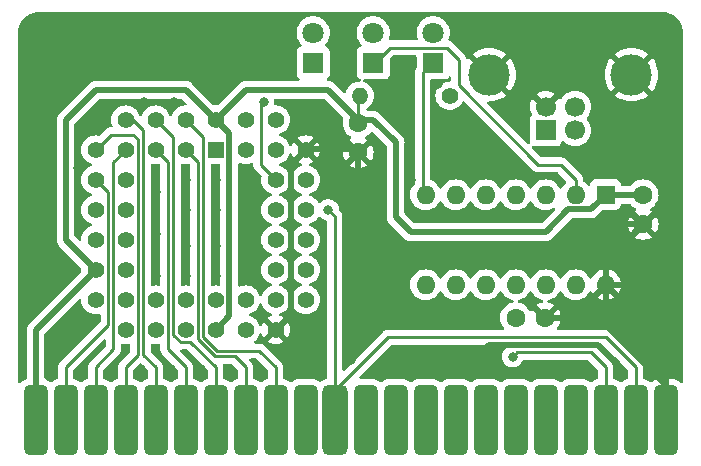
<source format=gbr>
%TF.GenerationSoftware,KiCad,Pcbnew,7.0.10*%
%TF.CreationDate,2024-01-06T19:24:23+00:00*%
%TF.ProjectId,v1a,7631612e-6b69-4636-9164-5f7063625858,rev?*%
%TF.SameCoordinates,Original*%
%TF.FileFunction,Copper,L2,Bot*%
%TF.FilePolarity,Positive*%
%FSLAX46Y46*%
G04 Gerber Fmt 4.6, Leading zero omitted, Abs format (unit mm)*
G04 Created by KiCad (PCBNEW 7.0.10) date 2024-01-06 19:24:23*
%MOMM*%
%LPD*%
G01*
G04 APERTURE LIST*
G04 Aperture macros list*
%AMRoundRect*
0 Rectangle with rounded corners*
0 $1 Rounding radius*
0 $2 $3 $4 $5 $6 $7 $8 $9 X,Y pos of 4 corners*
0 Add a 4 corners polygon primitive as box body*
4,1,4,$2,$3,$4,$5,$6,$7,$8,$9,$2,$3,0*
0 Add four circle primitives for the rounded corners*
1,1,$1+$1,$2,$3*
1,1,$1+$1,$4,$5*
1,1,$1+$1,$6,$7*
1,1,$1+$1,$8,$9*
0 Add four rect primitives between the rounded corners*
20,1,$1+$1,$2,$3,$4,$5,0*
20,1,$1+$1,$4,$5,$6,$7,0*
20,1,$1+$1,$6,$7,$8,$9,0*
20,1,$1+$1,$8,$9,$2,$3,0*%
G04 Aperture macros list end*
%TA.AperFunction,ComponentPad*%
%ADD10R,1.600000X1.600000*%
%TD*%
%TA.AperFunction,ComponentPad*%
%ADD11O,1.600000X1.600000*%
%TD*%
%TA.AperFunction,ComponentPad*%
%ADD12C,1.600000*%
%TD*%
%TA.AperFunction,ComponentPad*%
%ADD13R,1.422400X1.422400*%
%TD*%
%TA.AperFunction,ComponentPad*%
%ADD14C,1.422400*%
%TD*%
%TA.AperFunction,ComponentPad*%
%ADD15C,1.400000*%
%TD*%
%TA.AperFunction,ComponentPad*%
%ADD16O,1.400000X1.400000*%
%TD*%
%TA.AperFunction,ComponentPad*%
%ADD17R,1.800000X1.800000*%
%TD*%
%TA.AperFunction,ComponentPad*%
%ADD18C,1.800000*%
%TD*%
%TA.AperFunction,SMDPad,CuDef*%
%ADD19RoundRect,0.508000X-0.508000X-2.464500X0.508000X-2.464500X0.508000X2.464500X-0.508000X2.464500X0*%
%TD*%
%TA.AperFunction,SMDPad,CuDef*%
%ADD20RoundRect,0.508000X-0.508000X-2.468000X0.508000X-2.468000X0.508000X2.468000X-0.508000X2.468000X0*%
%TD*%
%TA.AperFunction,SMDPad,CuDef*%
%ADD21RoundRect,0.539750X-0.539750X-2.436250X0.539750X-2.436250X0.539750X2.436250X-0.539750X2.436250X0*%
%TD*%
%TA.AperFunction,ComponentPad*%
%ADD22R,1.700000X1.700000*%
%TD*%
%TA.AperFunction,ComponentPad*%
%ADD23C,1.700000*%
%TD*%
%TA.AperFunction,ComponentPad*%
%ADD24C,3.500000*%
%TD*%
%TA.AperFunction,ViaPad*%
%ADD25C,0.800000*%
%TD*%
%TA.AperFunction,Conductor*%
%ADD26C,0.500000*%
%TD*%
%TA.AperFunction,Conductor*%
%ADD27C,0.250000*%
%TD*%
G04 APERTURE END LIST*
D10*
%TO.P,U2,1,VDD*%
%TO.N,+5V*%
X91440000Y-72390000D03*
D11*
%TO.P,U2,2,GP0*%
%TO.N,Net-(D1-K)*%
X88900000Y-72390000D03*
%TO.P,U2,3,GP1*%
%TO.N,Net-(U1-XIN)*%
X86360000Y-72390000D03*
%TO.P,U2,4,~{RST}*%
%TO.N,unconnected-(U2-~{RST}-Pad4)*%
X83820000Y-72390000D03*
%TO.P,U2,5,URx*%
%TO.N,Net-(U1-SOUT)*%
X81280000Y-72390000D03*
%TO.P,U2,6,UTx*%
%TO.N,Net-(U1-SIN)*%
X78740000Y-72390000D03*
%TO.P,U2,7,GP2*%
%TO.N,Net-(D2-K)*%
X76200000Y-72390000D03*
%TO.P,U2,8,GP3*%
%TO.N,unconnected-(U2-GP3-Pad8)*%
X76200000Y-80010000D03*
%TO.P,U2,9,SDA*%
%TO.N,unconnected-(U2-SDA-Pad9)*%
X78740000Y-80010000D03*
%TO.P,U2,10,SCL*%
%TO.N,unconnected-(U2-SCL-Pad10)*%
X81280000Y-80010000D03*
%TO.P,U2,11,VUSB*%
%TO.N,Net-(U2-VUSB)*%
X83820000Y-80010000D03*
%TO.P,U2,12,D-*%
%TO.N,Net-(J2-D-)*%
X86360000Y-80010000D03*
%TO.P,U2,13,D+*%
%TO.N,Net-(J2-D+)*%
X88900000Y-80010000D03*
%TO.P,U2,14,VSS*%
%TO.N,GND*%
X91440000Y-80010000D03*
%TD*%
D12*
%TO.P,C1,1*%
%TO.N,GND*%
X94615000Y-74890000D03*
%TO.P,C1,2*%
%TO.N,+5V*%
X94615000Y-72390000D03*
%TD*%
%TO.P,C3,1*%
%TO.N,+5V*%
X70485000Y-66314000D03*
%TO.P,C3,2*%
%TO.N,GND*%
X70485000Y-68814000D03*
%TD*%
D13*
%TO.P,U1,1*%
%TO.N,N/C*%
X58420000Y-68580000D03*
D14*
%TO.P,U1,2,D0*%
%TO.N,D0*%
X55880000Y-66040000D03*
%TO.P,U1,3,D1*%
%TO.N,D1*%
X55880000Y-68580000D03*
%TO.P,U1,4,D2*%
%TO.N,D2*%
X53340000Y-66040000D03*
%TO.P,U1,5,D3*%
%TO.N,D3*%
X53340000Y-68580000D03*
%TO.P,U1,6,D4*%
%TO.N,D4*%
X50800000Y-66040000D03*
%TO.P,U1,7,D5*%
%TO.N,D5*%
X48260000Y-68580000D03*
%TO.P,U1,8,D6*%
%TO.N,D6*%
X50800000Y-68580000D03*
%TO.P,U1,9,D7*%
%TO.N,D7*%
X48260000Y-71120000D03*
%TO.P,U1,10,RCLK*%
%TO.N,Net-(U1-RCLK)*%
X50800000Y-71120000D03*
%TO.P,U1,11,SIN*%
%TO.N,Net-(U1-SIN)*%
X48260000Y-73660000D03*
%TO.P,U1,12*%
%TO.N,N/C*%
X50800000Y-73660000D03*
%TO.P,U1,13,SOUT*%
%TO.N,Net-(U1-SOUT)*%
X48260000Y-76200000D03*
%TO.P,U1,14,CS0*%
%TO.N,B6*%
X50800000Y-76200000D03*
%TO.P,U1,15,CS1*%
%TO.N,+5V*%
X48260000Y-78740000D03*
%TO.P,U1,16,~{CS2}*%
%TO.N,~{CART}*%
X50800000Y-78740000D03*
%TO.P,U1,17,~{BAUDOUT}*%
%TO.N,Net-(U1-RCLK)*%
X48260000Y-81280000D03*
%TO.P,U1,18,XIN*%
%TO.N,Net-(U1-XIN)*%
X50800000Y-83820000D03*
%TO.P,U1,19,XOUT*%
%TO.N,unconnected-(U1-XOUT-Pad19)*%
X50800000Y-81280000D03*
%TO.P,U1,20,~{WR}*%
%TO.N,R{slash}~{W}*%
X53340000Y-83820000D03*
%TO.P,U1,21,WR*%
%TO.N,GND*%
X53340000Y-81280000D03*
%TO.P,U1,22,GND*%
X55880000Y-83820000D03*
%TO.P,U1,23*%
%TO.N,N/C*%
X55880000Y-81280000D03*
%TO.P,U1,24,~{RD}*%
%TO.N,+5V*%
X58420000Y-83820000D03*
%TO.P,U1,25,RD*%
%TO.N,R{slash}~{W}*%
X58420000Y-81280000D03*
%TO.P,U1,26,DDIS*%
%TO.N,unconnected-(U1-DDIS-Pad26)*%
X60960000Y-83820000D03*
%TO.P,U1,27,~{TXRDY}*%
%TO.N,unconnected-(U1-~{TXRDY}-Pad27)*%
X60960000Y-81280000D03*
%TO.P,U1,28,~{ADS}*%
%TO.N,GND*%
X63500000Y-83820000D03*
%TO.P,U1,29,A2*%
%TO.N,A2*%
X66040000Y-81280000D03*
%TO.P,U1,30,A1*%
%TO.N,A1*%
X63500000Y-81280000D03*
%TO.P,U1,31,A0*%
%TO.N,A0*%
X66040000Y-78740000D03*
%TO.P,U1,32,~{RXRDY}*%
%TO.N,unconnected-(U1-~{RXRDY}-Pad32)*%
X63500000Y-78740000D03*
%TO.P,U1,33,INTR*%
%TO.N,unconnected-(U1-INTR-Pad33)*%
X66040000Y-76200000D03*
%TO.P,U1,34*%
%TO.N,N/C*%
X63500000Y-76200000D03*
%TO.P,U1,35,~{OUT2}*%
%TO.N,unconnected-(U1-~{OUT2}-Pad35)*%
X66040000Y-73660000D03*
%TO.P,U1,36,~{RTS}*%
%TO.N,unconnected-(U1-~{RTS}-Pad36)*%
X63500000Y-73660000D03*
%TO.P,U1,37,~{DTR}*%
%TO.N,unconnected-(U1-~{DTR}-Pad37)*%
X66040000Y-71120000D03*
%TO.P,U1,38,~{OUT1}*%
%TO.N,/~{OUT1}*%
X63500000Y-71120000D03*
%TO.P,U1,39,MR*%
%TO.N,GND*%
X66040000Y-68580000D03*
%TO.P,U1,40,~{CTS}*%
%TO.N,unconnected-(U1-~{CTS}-Pad40)*%
X63500000Y-66040000D03*
%TO.P,U1,41,~{DSR}*%
%TO.N,unconnected-(U1-~{DSR}-Pad41)*%
X63500000Y-68580000D03*
%TO.P,U1,42,~{DCD}*%
%TO.N,unconnected-(U1-~{DCD}-Pad42)*%
X60960000Y-66040000D03*
%TO.P,U1,43,~{RI}*%
%TO.N,unconnected-(U1-~{RI}-Pad43)*%
X60960000Y-68580000D03*
%TO.P,U1,44,VCC*%
%TO.N,+5V*%
X58420000Y-66040000D03*
%TD*%
D12*
%TO.P,C2,1*%
%TO.N,Net-(U2-VUSB)*%
X83820000Y-82804000D03*
%TO.P,C2,2*%
%TO.N,GND*%
X86320000Y-82804000D03*
%TD*%
D15*
%TO.P,R1,1*%
%TO.N,Net-(D1-A)*%
X78232000Y-64008000D03*
D16*
%TO.P,R1,2*%
%TO.N,+5V*%
X70612000Y-64008000D03*
%TD*%
D17*
%TO.P,D1,1,K*%
%TO.N,Net-(D1-K)*%
X71755000Y-61214000D03*
D18*
%TO.P,D1,2,A*%
%TO.N,Net-(D1-A)*%
X71755000Y-58674000D03*
%TD*%
D19*
%TO.P,J1,2,Pin_2*%
%TO.N,+5V*%
X43180000Y-91440000D03*
%TO.P,J1,4,Pin_4*%
%TO.N,D7*%
X45720000Y-91440000D03*
%TO.P,J1,6,Pin_6*%
%TO.N,D6*%
X48260000Y-91440000D03*
%TO.P,J1,8,Pin_8*%
%TO.N,D5*%
X50800000Y-91440000D03*
%TO.P,J1,10,Pin_10*%
%TO.N,D4*%
X53340000Y-91440000D03*
D20*
%TO.P,J1,12,Pin_12*%
%TO.N,D3*%
X55880000Y-91443500D03*
D19*
%TO.P,J1,14,Pin_14*%
%TO.N,D2*%
X58420000Y-91440000D03*
%TO.P,J1,16,Pin_16*%
%TO.N,D1*%
X60960000Y-91440000D03*
%TO.P,J1,18,Pin_18*%
%TO.N,D0*%
X63500000Y-91440000D03*
%TO.P,J1,20,Pin_20*%
%TO.N,B7*%
X66040000Y-91440000D03*
D21*
%TO.P,J1,22,Pin_22*%
%TO.N,B6*%
X68516500Y-91443500D03*
D19*
%TO.P,J1,24,Pin_24*%
%TO.N,B5*%
X71120000Y-91440000D03*
%TO.P,J1,26,Pin_26*%
%TO.N,B4*%
X73660000Y-91440000D03*
%TO.P,J1,28,Pin_28*%
%TO.N,B3*%
X76200000Y-91440000D03*
%TO.P,J1,30,Pin_30*%
%TO.N,B2*%
X78740000Y-91440000D03*
%TO.P,J1,32,Pin_32*%
%TO.N,B1*%
X81280000Y-91440000D03*
D20*
%TO.P,J1,34,Pin_34*%
%TO.N,B0*%
X83820000Y-91443500D03*
D19*
%TO.P,J1,36,Pin_36*%
%TO.N,3M*%
X86360000Y-91440000D03*
%TO.P,J1,38,Pin_38*%
%TO.N,~{R}{slash}W*%
X88900000Y-91440000D03*
%TO.P,J1,40,Pin_40*%
%TO.N,R{slash}~{W}*%
X91440000Y-91440000D03*
D20*
%TO.P,J1,42,Pin_42*%
%TO.N,B6*%
X93980000Y-91443500D03*
D19*
%TO.P,J1,44,Pin_44*%
%TO.N,GND*%
X96520000Y-91440000D03*
%TD*%
D17*
%TO.P,D2,1,K*%
%TO.N,Net-(D2-K)*%
X76835000Y-61214000D03*
D18*
%TO.P,D2,2,A*%
%TO.N,Net-(D1-A)*%
X76835000Y-58674000D03*
%TD*%
D17*
%TO.P,D3,1,K*%
%TO.N,/~{OUT1}*%
X66675000Y-61214000D03*
D18*
%TO.P,D3,2,A*%
%TO.N,Net-(D1-A)*%
X66675000Y-58674000D03*
%TD*%
D22*
%TO.P,J2,1,VBUS*%
%TO.N,unconnected-(J2-VBUS-Pad1)*%
X86360000Y-66940000D03*
D23*
%TO.P,J2,2,D-*%
%TO.N,Net-(J2-D-)*%
X88860000Y-66940000D03*
%TO.P,J2,3,D+*%
%TO.N,Net-(J2-D+)*%
X88860000Y-64940000D03*
%TO.P,J2,4,GND*%
%TO.N,GND*%
X86360000Y-64940000D03*
D24*
%TO.P,J2,5,Shield*%
X81590000Y-62230000D03*
X93630000Y-62230000D03*
%TD*%
D25*
%TO.N,GND*%
X49530000Y-87122000D03*
X77470000Y-87376000D03*
X61976000Y-79502000D03*
X85090000Y-71120000D03*
X80010000Y-87630000D03*
X52324000Y-64516000D03*
X46990000Y-87122000D03*
X58420000Y-76708000D03*
X69850000Y-86360000D03*
X55880000Y-71120000D03*
X58420000Y-71120000D03*
X57150000Y-87122000D03*
X53340000Y-75692000D03*
X45720000Y-83820000D03*
X87630000Y-76835000D03*
X82550000Y-73660000D03*
X92456000Y-87376000D03*
X53340000Y-79248000D03*
X48260000Y-65532000D03*
X52070000Y-87122000D03*
X54864000Y-64516000D03*
X58420000Y-79248000D03*
X62230000Y-82550000D03*
X55880000Y-76708000D03*
X74930000Y-71120000D03*
X55880000Y-79248000D03*
X61468000Y-71120000D03*
X82550000Y-87630000D03*
X77470000Y-69215000D03*
X59436000Y-87122000D03*
X61976000Y-87122000D03*
X46736000Y-70104000D03*
X55880000Y-73660000D03*
X53340000Y-72136000D03*
X70485000Y-70993000D03*
X46482000Y-78740000D03*
X58420000Y-73660000D03*
X61468000Y-76200000D03*
X60706000Y-78232000D03*
X61468000Y-73660000D03*
X87884000Y-86868000D03*
X77216000Y-62992000D03*
X80010000Y-71120000D03*
X74295000Y-57785000D03*
X82550000Y-71120000D03*
X47244000Y-74930000D03*
X73660000Y-63500000D03*
X74676000Y-60960000D03*
X70485000Y-76835000D03*
X85090000Y-87630000D03*
X54610000Y-87122000D03*
X72390000Y-87376000D03*
X70485000Y-73660000D03*
%TO.N,B6*%
X67945000Y-73660000D03*
%TO.N,R{slash}~{W}*%
X83566000Y-86106000D03*
%TO.N,/~{OUT1}*%
X62484000Y-64516000D03*
%TD*%
D26*
%TO.N,GND*%
X96520000Y-85085000D02*
X91445000Y-80010000D01*
X64770000Y-82550000D02*
X64770000Y-69850000D01*
X91445000Y-78060000D02*
X94615000Y-74890000D01*
X89575000Y-74890000D02*
X94615000Y-74890000D01*
X91445000Y-80010000D02*
X88651000Y-82804000D01*
X90856500Y-82804000D02*
X96520000Y-88467500D01*
X96520000Y-88467500D02*
X96520000Y-91440000D01*
X88651000Y-82804000D02*
X86320000Y-82804000D01*
X70485000Y-76835000D02*
X70485000Y-85725000D01*
X96520000Y-91440000D02*
X96520000Y-85085000D01*
X90805000Y-85090000D02*
X81534000Y-85090000D01*
X92456000Y-87376000D02*
X92456000Y-86741000D01*
X87630000Y-76835000D02*
X89575000Y-74890000D01*
X66080000Y-68540000D02*
X66040000Y-68580000D01*
X70485000Y-70993000D02*
X70485000Y-68540000D01*
X91445000Y-80010000D02*
X91445000Y-78060000D01*
X70485000Y-85725000D02*
X69850000Y-86360000D01*
X70485000Y-73660000D02*
X70485000Y-76835000D01*
X70485000Y-76835000D02*
X87630000Y-76835000D01*
X64770000Y-69850000D02*
X66040000Y-68580000D01*
X86320000Y-82804000D02*
X90856500Y-82804000D01*
X81534000Y-85090000D02*
X80010000Y-86614000D01*
X70485000Y-70993000D02*
X70485000Y-73660000D01*
X92456000Y-86741000D02*
X90805000Y-85090000D01*
X63500000Y-83820000D02*
X64770000Y-82550000D01*
X80010000Y-86614000D02*
X80010000Y-87630000D01*
X70485000Y-68540000D02*
X66080000Y-68540000D01*
%TO.N,+5V*%
X60960000Y-63500000D02*
X67945000Y-63500000D01*
D27*
X70485000Y-64135000D02*
X70612000Y-64008000D01*
D26*
X43180000Y-83820000D02*
X48260000Y-78740000D01*
X48260000Y-63500000D02*
X55880000Y-63500000D01*
X45720000Y-66040000D02*
X48260000Y-63500000D01*
X74930000Y-75565000D02*
X73660000Y-74295000D01*
X67945000Y-63500000D02*
X70485000Y-66040000D01*
X94615000Y-72390000D02*
X91445000Y-72390000D01*
X43180000Y-91440000D02*
X43180000Y-83820000D01*
X48260000Y-78740000D02*
X45720000Y-76200000D01*
X45720000Y-76200000D02*
X45720000Y-66040000D01*
X88285000Y-73640000D02*
X86360000Y-75565000D01*
X58420000Y-66040000D02*
X60960000Y-63500000D01*
X73660000Y-74295000D02*
X73660000Y-67945000D01*
X59581200Y-82658800D02*
X59581200Y-67201200D01*
X58420000Y-83820000D02*
X59581200Y-82658800D01*
X59581200Y-67201200D02*
X58420000Y-66040000D01*
X55880000Y-63500000D02*
X58420000Y-66040000D01*
X90195000Y-73640000D02*
X88285000Y-73640000D01*
X91445000Y-72390000D02*
X90195000Y-73640000D01*
X73660000Y-67945000D02*
X71755000Y-66040000D01*
X71755000Y-66040000D02*
X70485000Y-66040000D01*
X86360000Y-75565000D02*
X74930000Y-75565000D01*
D27*
X70485000Y-66314000D02*
X70485000Y-64135000D01*
%TO.N,D7*%
X48260000Y-71120000D02*
X49313800Y-72173800D01*
X45720000Y-86995000D02*
X45720000Y-91440000D01*
X49313800Y-83401200D02*
X45720000Y-86995000D01*
X49313800Y-72173800D02*
X49313800Y-83401200D01*
%TO.N,D6*%
X49763800Y-85491200D02*
X49763800Y-69616200D01*
X49763800Y-69616200D02*
X50800000Y-68580000D01*
X48260000Y-91440000D02*
X48260000Y-86995000D01*
X48260000Y-86995000D02*
X49763800Y-85491200D01*
%TO.N,D5*%
X50800000Y-86995000D02*
X50800000Y-91440000D01*
X51435000Y-67310000D02*
X51836200Y-67711200D01*
X51836200Y-67711200D02*
X51836200Y-85958800D01*
X49530000Y-67310000D02*
X51435000Y-67310000D01*
X48260000Y-68580000D02*
X49530000Y-67310000D01*
X51836200Y-85958800D02*
X50800000Y-86995000D01*
%TO.N,D4*%
X51435000Y-66040000D02*
X50800000Y-66040000D01*
X53340000Y-91440000D02*
X53340000Y-86995000D01*
X52286200Y-85941200D02*
X52286200Y-66891200D01*
X52286200Y-66891200D02*
X51435000Y-66040000D01*
X53340000Y-86995000D02*
X52286200Y-85941200D01*
%TO.N,D3*%
X54376200Y-69616200D02*
X54376200Y-85491200D01*
X53340000Y-68580000D02*
X54376200Y-69616200D01*
X55880000Y-86995000D02*
X55880000Y-91443500D01*
X54376200Y-85491200D02*
X55880000Y-86995000D01*
%TO.N,D2*%
X58420000Y-86994302D02*
X56281898Y-84856200D01*
X54843800Y-67543800D02*
X53340000Y-66040000D01*
X55450791Y-84856200D02*
X54843800Y-84249209D01*
X54843800Y-84249209D02*
X54843800Y-67543800D01*
X58420000Y-91440000D02*
X58420000Y-86994302D01*
X56281898Y-84856200D02*
X55450791Y-84856200D01*
%TO.N,D1*%
X55880000Y-68580000D02*
X56916200Y-69616200D01*
X60960000Y-86995000D02*
X60960000Y-91440000D01*
X60029404Y-86064404D02*
X60960000Y-86995000D01*
X56916200Y-84636405D02*
X58344199Y-86064404D01*
X56916200Y-69616200D02*
X56916200Y-84636405D01*
X58344199Y-86064404D02*
X60029404Y-86064404D01*
%TO.N,D0*%
X62119404Y-85614404D02*
X58530595Y-85614404D01*
X58530595Y-85614404D02*
X57366200Y-84450009D01*
X57366200Y-84450009D02*
X57366200Y-67526200D01*
X63500000Y-91440000D02*
X63500000Y-86995000D01*
X63500000Y-86995000D02*
X62119404Y-85614404D01*
X57366200Y-67526200D02*
X55880000Y-66040000D01*
%TO.N,B6*%
X93980000Y-91443500D02*
X93980000Y-86995000D01*
X73025000Y-84455000D02*
X68516500Y-88963500D01*
X91440000Y-84455000D02*
X73025000Y-84455000D01*
X68516500Y-88963500D02*
X68516500Y-91443500D01*
X67945000Y-73660000D02*
X68516500Y-74231500D01*
X93980000Y-86995000D02*
X91440000Y-84455000D01*
X68516500Y-74231500D02*
X68516500Y-91443500D01*
%TO.N,R{slash}~{W}*%
X90170000Y-85725000D02*
X91440000Y-86995000D01*
X91440000Y-86995000D02*
X91440000Y-91440000D01*
X83947000Y-85725000D02*
X90170000Y-85725000D01*
X83566000Y-86106000D02*
X83947000Y-85725000D01*
%TO.N,Net-(D1-K)*%
X87630000Y-69850000D02*
X88905000Y-71125000D01*
X73152000Y-59944000D02*
X77978000Y-59944000D01*
X71882000Y-61214000D02*
X73152000Y-59944000D01*
X77978000Y-59944000D02*
X78994000Y-60960000D01*
X78994000Y-60960000D02*
X78994000Y-63119000D01*
X85725000Y-69850000D02*
X87630000Y-69850000D01*
X88905000Y-71125000D02*
X88905000Y-72390000D01*
X78994000Y-63119000D02*
X85725000Y-69850000D01*
%TO.N,/~{OUT1}*%
X63500000Y-71120000D02*
X62230000Y-69850000D01*
X62230000Y-69850000D02*
X62230000Y-64770000D01*
X62230000Y-64770000D02*
X62484000Y-64516000D01*
%TO.N,Net-(D2-K)*%
X76205000Y-72390000D02*
X75946000Y-72131000D01*
X75946000Y-61976000D02*
X76708000Y-61214000D01*
X75946000Y-72131000D02*
X75946000Y-61976000D01*
%TD*%
%TA.AperFunction,Conductor*%
%TO.N,GND*%
G36*
X96208415Y-56942501D02*
G01*
X96218405Y-56942501D01*
X96261571Y-56942501D01*
X96270417Y-56942817D01*
X96503577Y-56959492D01*
X96521078Y-56962009D01*
X96745156Y-57010754D01*
X96762121Y-57015735D01*
X96976991Y-57095877D01*
X96993064Y-57103218D01*
X97194332Y-57213118D01*
X97194336Y-57213120D01*
X97209219Y-57222685D01*
X97392791Y-57360105D01*
X97406162Y-57371691D01*
X97568308Y-57533837D01*
X97579894Y-57547208D01*
X97717314Y-57730780D01*
X97726879Y-57745663D01*
X97836776Y-57946924D01*
X97844124Y-57963014D01*
X97884194Y-58070445D01*
X97924262Y-58177873D01*
X97929246Y-58194848D01*
X97977989Y-58418916D01*
X97980507Y-58436428D01*
X97997183Y-58669581D01*
X97997499Y-58678427D01*
X97997499Y-88221361D01*
X97977814Y-88288400D01*
X97925010Y-88334155D01*
X97855852Y-88344099D01*
X97792296Y-88315074D01*
X97777646Y-88300027D01*
X97744210Y-88259285D01*
X97590725Y-88133325D01*
X97590718Y-88133320D01*
X97415612Y-88039724D01*
X97225605Y-87982085D01*
X97225603Y-87982084D01*
X97077515Y-87967500D01*
X95962485Y-87967500D01*
X95814396Y-87982084D01*
X95814394Y-87982085D01*
X95624387Y-88039724D01*
X95449281Y-88133320D01*
X95449274Y-88133325D01*
X95329060Y-88231982D01*
X95264750Y-88259295D01*
X95195882Y-88247504D01*
X95171730Y-88231982D01*
X95051005Y-88132905D01*
X95050998Y-88132901D01*
X94875805Y-88039259D01*
X94693504Y-87983958D01*
X94635066Y-87945661D01*
X94606609Y-87881849D01*
X94605500Y-87865298D01*
X94605500Y-87077737D01*
X94607224Y-87062123D01*
X94606938Y-87062096D01*
X94607672Y-87054333D01*
X94605561Y-86987143D01*
X94605500Y-86983249D01*
X94605500Y-86955651D01*
X94605500Y-86955650D01*
X94604997Y-86951670D01*
X94604080Y-86940021D01*
X94603954Y-86936016D01*
X94602709Y-86896372D01*
X94597120Y-86877137D01*
X94593174Y-86858084D01*
X94593086Y-86857386D01*
X94590664Y-86838208D01*
X94574578Y-86797581D01*
X94570803Y-86786554D01*
X94558617Y-86744610D01*
X94548421Y-86727369D01*
X94539860Y-86709893D01*
X94538308Y-86705975D01*
X94532486Y-86691268D01*
X94506809Y-86655926D01*
X94500412Y-86646190D01*
X94478170Y-86608579D01*
X94478167Y-86608576D01*
X94478165Y-86608573D01*
X94464005Y-86594413D01*
X94451370Y-86579620D01*
X94439593Y-86563412D01*
X94405945Y-86535576D01*
X94397304Y-86527713D01*
X91940803Y-84071212D01*
X91930980Y-84058950D01*
X91930759Y-84059134D01*
X91925786Y-84053122D01*
X91876776Y-84007099D01*
X91873977Y-84004386D01*
X91854477Y-83984885D01*
X91854471Y-83984880D01*
X91851286Y-83982409D01*
X91842434Y-83974848D01*
X91810582Y-83944938D01*
X91810580Y-83944936D01*
X91810577Y-83944935D01*
X91793029Y-83935288D01*
X91776763Y-83924604D01*
X91760932Y-83912324D01*
X91720849Y-83894978D01*
X91710363Y-83889841D01*
X91672094Y-83868803D01*
X91672092Y-83868802D01*
X91652693Y-83863822D01*
X91634281Y-83857518D01*
X91615898Y-83849562D01*
X91615892Y-83849560D01*
X91572760Y-83842729D01*
X91561322Y-83840361D01*
X91519020Y-83829500D01*
X91519019Y-83829500D01*
X91498984Y-83829500D01*
X91479586Y-83827973D01*
X91472162Y-83826797D01*
X91459805Y-83824840D01*
X91459804Y-83824840D01*
X91416325Y-83828950D01*
X91404656Y-83829500D01*
X87427146Y-83829500D01*
X87360107Y-83809815D01*
X87314352Y-83757011D01*
X87304408Y-83687853D01*
X87325571Y-83634376D01*
X87450133Y-83456482D01*
X87546265Y-83250326D01*
X87546269Y-83250317D01*
X87605139Y-83030610D01*
X87605141Y-83030599D01*
X87624966Y-82804002D01*
X87624966Y-82803997D01*
X87605141Y-82577400D01*
X87605139Y-82577389D01*
X87546269Y-82357682D01*
X87546264Y-82357668D01*
X87450136Y-82151521D01*
X87450132Y-82151513D01*
X87399025Y-82078526D01*
X86717953Y-82759597D01*
X86705165Y-82678852D01*
X86647641Y-82565955D01*
X86558045Y-82476359D01*
X86445148Y-82418835D01*
X86364401Y-82406046D01*
X87045472Y-81724974D01*
X86972478Y-81673863D01*
X86766331Y-81577735D01*
X86766319Y-81577731D01*
X86597112Y-81532392D01*
X86537452Y-81496027D01*
X86506923Y-81433180D01*
X86515218Y-81363804D01*
X86559703Y-81309926D01*
X86597109Y-81292843D01*
X86806496Y-81236739D01*
X87012734Y-81140568D01*
X87199139Y-81010047D01*
X87360047Y-80849139D01*
X87490568Y-80662734D01*
X87517618Y-80604724D01*
X87563790Y-80552285D01*
X87630983Y-80533133D01*
X87697865Y-80553348D01*
X87742382Y-80604725D01*
X87769429Y-80662728D01*
X87769432Y-80662734D01*
X87899954Y-80849141D01*
X88060858Y-81010045D01*
X88060861Y-81010047D01*
X88247266Y-81140568D01*
X88453504Y-81236739D01*
X88673308Y-81295635D01*
X88835230Y-81309801D01*
X88899998Y-81315468D01*
X88900000Y-81315468D01*
X88900002Y-81315468D01*
X88963345Y-81309926D01*
X89126692Y-81295635D01*
X89346496Y-81236739D01*
X89552734Y-81140568D01*
X89739139Y-81010047D01*
X89900047Y-80849139D01*
X90030568Y-80662734D01*
X90057895Y-80604129D01*
X90104064Y-80551695D01*
X90171257Y-80532542D01*
X90238139Y-80552757D01*
X90282657Y-80604133D01*
X90309865Y-80662482D01*
X90440342Y-80848820D01*
X90601179Y-81009657D01*
X90787517Y-81140134D01*
X90993673Y-81236265D01*
X90993682Y-81236269D01*
X91189999Y-81288872D01*
X91190000Y-81288871D01*
X91190000Y-80325686D01*
X91201955Y-80337641D01*
X91314852Y-80395165D01*
X91408519Y-80410000D01*
X91471481Y-80410000D01*
X91565148Y-80395165D01*
X91678045Y-80337641D01*
X91690000Y-80325686D01*
X91690000Y-81288872D01*
X91886317Y-81236269D01*
X91886326Y-81236265D01*
X92092482Y-81140134D01*
X92278820Y-81009657D01*
X92439657Y-80848820D01*
X92570134Y-80662482D01*
X92666265Y-80456326D01*
X92666269Y-80456317D01*
X92718872Y-80260000D01*
X91755686Y-80260000D01*
X91767641Y-80248045D01*
X91825165Y-80135148D01*
X91844986Y-80010000D01*
X91825165Y-79884852D01*
X91767641Y-79771955D01*
X91755686Y-79760000D01*
X92718872Y-79760000D01*
X92718872Y-79759999D01*
X92666269Y-79563682D01*
X92666265Y-79563673D01*
X92570134Y-79357517D01*
X92439657Y-79171179D01*
X92278820Y-79010342D01*
X92092482Y-78879865D01*
X91886328Y-78783734D01*
X91690000Y-78731127D01*
X91690000Y-79694314D01*
X91678045Y-79682359D01*
X91565148Y-79624835D01*
X91471481Y-79610000D01*
X91408519Y-79610000D01*
X91314852Y-79624835D01*
X91201955Y-79682359D01*
X91190000Y-79694314D01*
X91190000Y-78731127D01*
X90993671Y-78783734D01*
X90787517Y-78879865D01*
X90601179Y-79010342D01*
X90440342Y-79171179D01*
X90309867Y-79357515D01*
X90282657Y-79415867D01*
X90236484Y-79468306D01*
X90169290Y-79487457D01*
X90102409Y-79467241D01*
X90057893Y-79415865D01*
X90030570Y-79357271D01*
X90030567Y-79357265D01*
X90024197Y-79348168D01*
X89900047Y-79170861D01*
X89900045Y-79170858D01*
X89739141Y-79009954D01*
X89552734Y-78879432D01*
X89552732Y-78879431D01*
X89346497Y-78783261D01*
X89346488Y-78783258D01*
X89126697Y-78724366D01*
X89126693Y-78724365D01*
X89126692Y-78724365D01*
X89126691Y-78724364D01*
X89126686Y-78724364D01*
X88900002Y-78704532D01*
X88899998Y-78704532D01*
X88673313Y-78724364D01*
X88673302Y-78724366D01*
X88453511Y-78783258D01*
X88453502Y-78783261D01*
X88247267Y-78879431D01*
X88247265Y-78879432D01*
X88060858Y-79009954D01*
X87899954Y-79170858D01*
X87769432Y-79357265D01*
X87769431Y-79357267D01*
X87742382Y-79415275D01*
X87696209Y-79467714D01*
X87629016Y-79486866D01*
X87562135Y-79466650D01*
X87517618Y-79415275D01*
X87490568Y-79357267D01*
X87490567Y-79357265D01*
X87484197Y-79348168D01*
X87360047Y-79170861D01*
X87360045Y-79170858D01*
X87199141Y-79009954D01*
X87012734Y-78879432D01*
X87012732Y-78879431D01*
X86806497Y-78783261D01*
X86806488Y-78783258D01*
X86586697Y-78724366D01*
X86586693Y-78724365D01*
X86586692Y-78724365D01*
X86586691Y-78724364D01*
X86586686Y-78724364D01*
X86360002Y-78704532D01*
X86359998Y-78704532D01*
X86133313Y-78724364D01*
X86133302Y-78724366D01*
X85913511Y-78783258D01*
X85913502Y-78783261D01*
X85707267Y-78879431D01*
X85707265Y-78879432D01*
X85520858Y-79009954D01*
X85359954Y-79170858D01*
X85229432Y-79357265D01*
X85229431Y-79357267D01*
X85202382Y-79415275D01*
X85156209Y-79467714D01*
X85089016Y-79486866D01*
X85022135Y-79466650D01*
X84977618Y-79415275D01*
X84950568Y-79357267D01*
X84950567Y-79357265D01*
X84944197Y-79348168D01*
X84820047Y-79170861D01*
X84820045Y-79170858D01*
X84659141Y-79009954D01*
X84472734Y-78879432D01*
X84472732Y-78879431D01*
X84266497Y-78783261D01*
X84266488Y-78783258D01*
X84046697Y-78724366D01*
X84046693Y-78724365D01*
X84046692Y-78724365D01*
X84046691Y-78724364D01*
X84046686Y-78724364D01*
X83820002Y-78704532D01*
X83819998Y-78704532D01*
X83593313Y-78724364D01*
X83593302Y-78724366D01*
X83373511Y-78783258D01*
X83373502Y-78783261D01*
X83167267Y-78879431D01*
X83167265Y-78879432D01*
X82980858Y-79009954D01*
X82819954Y-79170858D01*
X82689432Y-79357265D01*
X82689431Y-79357267D01*
X82662382Y-79415275D01*
X82616209Y-79467714D01*
X82549016Y-79486866D01*
X82482135Y-79466650D01*
X82437618Y-79415275D01*
X82410568Y-79357267D01*
X82410567Y-79357265D01*
X82404197Y-79348168D01*
X82280047Y-79170861D01*
X82280045Y-79170858D01*
X82119141Y-79009954D01*
X81932734Y-78879432D01*
X81932732Y-78879431D01*
X81726497Y-78783261D01*
X81726488Y-78783258D01*
X81506697Y-78724366D01*
X81506693Y-78724365D01*
X81506692Y-78724365D01*
X81506691Y-78724364D01*
X81506686Y-78724364D01*
X81280002Y-78704532D01*
X81279998Y-78704532D01*
X81053313Y-78724364D01*
X81053302Y-78724366D01*
X80833511Y-78783258D01*
X80833502Y-78783261D01*
X80627267Y-78879431D01*
X80627265Y-78879432D01*
X80440858Y-79009954D01*
X80279954Y-79170858D01*
X80149432Y-79357265D01*
X80149431Y-79357267D01*
X80122382Y-79415275D01*
X80076209Y-79467714D01*
X80009016Y-79486866D01*
X79942135Y-79466650D01*
X79897618Y-79415275D01*
X79870568Y-79357267D01*
X79870567Y-79357265D01*
X79864197Y-79348168D01*
X79740047Y-79170861D01*
X79740045Y-79170858D01*
X79579141Y-79009954D01*
X79392734Y-78879432D01*
X79392732Y-78879431D01*
X79186497Y-78783261D01*
X79186488Y-78783258D01*
X78966697Y-78724366D01*
X78966693Y-78724365D01*
X78966692Y-78724365D01*
X78966691Y-78724364D01*
X78966686Y-78724364D01*
X78740002Y-78704532D01*
X78739998Y-78704532D01*
X78513313Y-78724364D01*
X78513302Y-78724366D01*
X78293511Y-78783258D01*
X78293502Y-78783261D01*
X78087267Y-78879431D01*
X78087265Y-78879432D01*
X77900858Y-79009954D01*
X77739954Y-79170858D01*
X77609432Y-79357265D01*
X77609431Y-79357267D01*
X77582382Y-79415275D01*
X77536209Y-79467714D01*
X77469016Y-79486866D01*
X77402135Y-79466650D01*
X77357618Y-79415275D01*
X77330568Y-79357267D01*
X77330567Y-79357265D01*
X77324197Y-79348168D01*
X77200047Y-79170861D01*
X77200045Y-79170858D01*
X77039141Y-79009954D01*
X76852734Y-78879432D01*
X76852732Y-78879431D01*
X76646497Y-78783261D01*
X76646488Y-78783258D01*
X76426697Y-78724366D01*
X76426693Y-78724365D01*
X76426692Y-78724365D01*
X76426691Y-78724364D01*
X76426686Y-78724364D01*
X76200002Y-78704532D01*
X76199998Y-78704532D01*
X75973313Y-78724364D01*
X75973302Y-78724366D01*
X75753511Y-78783258D01*
X75753502Y-78783261D01*
X75547267Y-78879431D01*
X75547265Y-78879432D01*
X75360858Y-79009954D01*
X75199954Y-79170858D01*
X75069432Y-79357265D01*
X75069431Y-79357267D01*
X74973261Y-79563502D01*
X74973258Y-79563511D01*
X74914366Y-79783302D01*
X74914364Y-79783313D01*
X74894532Y-80009998D01*
X74894532Y-80010001D01*
X74914364Y-80236686D01*
X74914366Y-80236697D01*
X74973258Y-80456488D01*
X74973261Y-80456497D01*
X75069431Y-80662732D01*
X75069432Y-80662734D01*
X75199954Y-80849141D01*
X75360858Y-81010045D01*
X75360861Y-81010047D01*
X75547266Y-81140568D01*
X75753504Y-81236739D01*
X75973308Y-81295635D01*
X76135230Y-81309801D01*
X76199998Y-81315468D01*
X76200000Y-81315468D01*
X76200002Y-81315468D01*
X76263345Y-81309926D01*
X76426692Y-81295635D01*
X76646496Y-81236739D01*
X76852734Y-81140568D01*
X77039139Y-81010047D01*
X77200047Y-80849139D01*
X77330568Y-80662734D01*
X77357618Y-80604724D01*
X77403790Y-80552285D01*
X77470983Y-80533133D01*
X77537865Y-80553348D01*
X77582382Y-80604725D01*
X77609429Y-80662728D01*
X77609432Y-80662734D01*
X77739954Y-80849141D01*
X77900858Y-81010045D01*
X77900861Y-81010047D01*
X78087266Y-81140568D01*
X78293504Y-81236739D01*
X78513308Y-81295635D01*
X78675230Y-81309801D01*
X78739998Y-81315468D01*
X78740000Y-81315468D01*
X78740002Y-81315468D01*
X78803345Y-81309926D01*
X78966692Y-81295635D01*
X79186496Y-81236739D01*
X79392734Y-81140568D01*
X79579139Y-81010047D01*
X79740047Y-80849139D01*
X79870568Y-80662734D01*
X79897618Y-80604724D01*
X79943790Y-80552285D01*
X80010983Y-80533133D01*
X80077865Y-80553348D01*
X80122382Y-80604725D01*
X80149429Y-80662728D01*
X80149432Y-80662734D01*
X80279954Y-80849141D01*
X80440858Y-81010045D01*
X80440861Y-81010047D01*
X80627266Y-81140568D01*
X80833504Y-81236739D01*
X81053308Y-81295635D01*
X81215230Y-81309801D01*
X81279998Y-81315468D01*
X81280000Y-81315468D01*
X81280002Y-81315468D01*
X81343345Y-81309926D01*
X81506692Y-81295635D01*
X81726496Y-81236739D01*
X81932734Y-81140568D01*
X82119139Y-81010047D01*
X82280047Y-80849139D01*
X82410568Y-80662734D01*
X82437618Y-80604724D01*
X82483790Y-80552285D01*
X82550983Y-80533133D01*
X82617865Y-80553348D01*
X82662382Y-80604725D01*
X82689429Y-80662728D01*
X82689432Y-80662734D01*
X82819954Y-80849141D01*
X82980858Y-81010045D01*
X82980861Y-81010047D01*
X83167266Y-81140568D01*
X83373504Y-81236739D01*
X83373509Y-81236740D01*
X83373511Y-81236741D01*
X83561921Y-81287225D01*
X83621582Y-81323590D01*
X83652111Y-81386437D01*
X83643816Y-81455812D01*
X83599331Y-81509690D01*
X83561921Y-81526775D01*
X83373511Y-81577258D01*
X83373502Y-81577261D01*
X83167267Y-81673431D01*
X83167265Y-81673432D01*
X82980858Y-81803954D01*
X82819954Y-81964858D01*
X82689432Y-82151265D01*
X82689431Y-82151267D01*
X82593261Y-82357502D01*
X82593258Y-82357511D01*
X82534366Y-82577302D01*
X82534364Y-82577313D01*
X82514532Y-82803998D01*
X82514532Y-82804001D01*
X82534364Y-83030686D01*
X82534366Y-83030697D01*
X82593258Y-83250488D01*
X82593261Y-83250497D01*
X82689431Y-83456732D01*
X82689432Y-83456734D01*
X82813817Y-83634377D01*
X82836145Y-83700584D01*
X82819133Y-83768351D01*
X82768185Y-83816163D01*
X82712242Y-83829500D01*
X73107743Y-83829500D01*
X73092122Y-83827775D01*
X73092096Y-83828061D01*
X73084334Y-83827327D01*
X73084333Y-83827327D01*
X73032688Y-83828950D01*
X73017127Y-83829439D01*
X73013232Y-83829500D01*
X72985647Y-83829500D01*
X72981661Y-83830003D01*
X72970033Y-83830918D01*
X72926373Y-83832290D01*
X72907129Y-83837881D01*
X72888079Y-83841825D01*
X72868211Y-83844334D01*
X72868210Y-83844334D01*
X72827599Y-83860413D01*
X72816554Y-83864194D01*
X72774614Y-83876379D01*
X72774610Y-83876381D01*
X72757366Y-83886579D01*
X72739905Y-83895133D01*
X72721274Y-83902510D01*
X72721262Y-83902517D01*
X72685933Y-83928185D01*
X72676173Y-83934596D01*
X72638580Y-83956829D01*
X72624414Y-83970995D01*
X72609624Y-83983627D01*
X72593414Y-83995404D01*
X72593411Y-83995407D01*
X72565573Y-84029058D01*
X72557711Y-84037697D01*
X69353681Y-87241728D01*
X69292358Y-87275213D01*
X69222666Y-87270229D01*
X69166733Y-87228357D01*
X69142316Y-87162893D01*
X69142000Y-87154047D01*
X69142000Y-74314238D01*
X69143724Y-74298624D01*
X69143438Y-74298597D01*
X69144172Y-74290834D01*
X69142061Y-74223644D01*
X69142000Y-74219750D01*
X69142000Y-74192151D01*
X69142000Y-74192150D01*
X69141497Y-74188170D01*
X69140580Y-74176521D01*
X69140196Y-74164290D01*
X69139209Y-74132873D01*
X69133622Y-74113644D01*
X69129674Y-74094584D01*
X69127163Y-74074704D01*
X69111088Y-74034104D01*
X69107304Y-74023052D01*
X69095118Y-73981109D01*
X69095116Y-73981106D01*
X69084923Y-73963871D01*
X69076361Y-73946394D01*
X69068987Y-73927769D01*
X69043316Y-73892437D01*
X69036905Y-73882677D01*
X69014670Y-73845080D01*
X69014668Y-73845078D01*
X69014665Y-73845074D01*
X69000506Y-73830915D01*
X68987868Y-73816119D01*
X68984130Y-73810974D01*
X68976094Y-73799913D01*
X68942446Y-73772077D01*
X68933805Y-73764214D01*
X68883960Y-73714369D01*
X68850475Y-73653046D01*
X68848323Y-73639668D01*
X68830674Y-73471744D01*
X68772179Y-73291716D01*
X68677533Y-73127784D01*
X68550871Y-72987112D01*
X68547586Y-72984725D01*
X68397734Y-72875851D01*
X68397729Y-72875848D01*
X68224807Y-72798857D01*
X68224802Y-72798855D01*
X68079001Y-72767865D01*
X68039646Y-72759500D01*
X67850354Y-72759500D01*
X67817897Y-72766398D01*
X67665197Y-72798855D01*
X67665192Y-72798857D01*
X67492270Y-72875848D01*
X67492265Y-72875851D01*
X67339129Y-72987111D01*
X67339128Y-72987112D01*
X67279696Y-73053118D01*
X67220210Y-73089766D01*
X67150353Y-73088435D01*
X67092304Y-73049548D01*
X67085972Y-73041269D01*
X67075927Y-73026924D01*
X66971761Y-72878159D01*
X66821841Y-72728239D01*
X66821839Y-72728238D01*
X66821836Y-72728235D01*
X66648168Y-72606631D01*
X66648164Y-72606629D01*
X66456009Y-72517026D01*
X66456005Y-72517025D01*
X66456001Y-72517023D01*
X66428949Y-72509775D01*
X66369288Y-72473410D01*
X66338759Y-72410563D01*
X66347054Y-72341188D01*
X66391539Y-72287310D01*
X66428949Y-72270225D01*
X66450702Y-72264396D01*
X66456009Y-72262974D01*
X66648164Y-72173371D01*
X66821841Y-72051761D01*
X66971761Y-71901841D01*
X67093371Y-71728164D01*
X67182974Y-71536009D01*
X67237849Y-71331213D01*
X67256328Y-71120000D01*
X67255934Y-71115502D01*
X67250142Y-71049293D01*
X67237849Y-70908787D01*
X67182974Y-70703991D01*
X67093371Y-70511836D01*
X67093369Y-70511833D01*
X67093368Y-70511831D01*
X66971764Y-70338163D01*
X66971759Y-70338157D01*
X66821842Y-70188240D01*
X66821836Y-70188235D01*
X66648168Y-70066631D01*
X66648164Y-70066629D01*
X66618587Y-70052837D01*
X66456009Y-69977026D01*
X66456005Y-69977024D01*
X66455998Y-69977022D01*
X66427982Y-69969515D01*
X66368323Y-69933149D01*
X66337795Y-69870302D01*
X66346091Y-69800926D01*
X66390577Y-69747049D01*
X66427989Y-69729965D01*
X66455830Y-69722505D01*
X66455838Y-69722502D01*
X66647913Y-69632937D01*
X66647917Y-69632935D01*
X66701713Y-69595266D01*
X66084401Y-68977953D01*
X66165148Y-68965165D01*
X66278045Y-68907641D01*
X66367641Y-68818045D01*
X66425165Y-68705148D01*
X66437953Y-68624400D01*
X67055266Y-69241713D01*
X67092935Y-69187917D01*
X67092937Y-69187913D01*
X67182502Y-68995838D01*
X67182506Y-68995829D01*
X67237354Y-68791131D01*
X67237356Y-68791120D01*
X67255827Y-68580001D01*
X67255827Y-68579998D01*
X67237356Y-68368879D01*
X67237354Y-68368868D01*
X67182506Y-68164170D01*
X67182502Y-68164161D01*
X67092934Y-67972083D01*
X67055266Y-67918286D01*
X67055265Y-67918285D01*
X66437953Y-68535598D01*
X66425165Y-68454852D01*
X66367641Y-68341955D01*
X66278045Y-68252359D01*
X66165148Y-68194835D01*
X66084401Y-68182046D01*
X66701713Y-67564734D01*
X66701712Y-67564733D01*
X66647914Y-67527063D01*
X66647912Y-67527062D01*
X66455838Y-67437497D01*
X66455829Y-67437493D01*
X66251131Y-67382645D01*
X66251120Y-67382643D01*
X66040002Y-67364173D01*
X66039998Y-67364173D01*
X65828879Y-67382643D01*
X65828868Y-67382645D01*
X65624170Y-67437493D01*
X65624161Y-67437497D01*
X65432088Y-67527062D01*
X65378286Y-67564733D01*
X65995599Y-68182046D01*
X65914852Y-68194835D01*
X65801955Y-68252359D01*
X65712359Y-68341955D01*
X65654835Y-68454852D01*
X65642046Y-68535599D01*
X65024733Y-67918286D01*
X64987062Y-67972088D01*
X64897497Y-68164161D01*
X64897493Y-68164170D01*
X64890033Y-68192014D01*
X64853668Y-68251675D01*
X64790821Y-68282204D01*
X64721445Y-68273909D01*
X64667568Y-68229424D01*
X64650483Y-68192014D01*
X64642976Y-68163998D01*
X64642975Y-68163997D01*
X64642974Y-68163991D01*
X64553371Y-67971836D01*
X64553369Y-67971833D01*
X64553368Y-67971831D01*
X64431764Y-67798163D01*
X64431759Y-67798157D01*
X64281842Y-67648240D01*
X64281836Y-67648235D01*
X64108168Y-67526631D01*
X64108164Y-67526629D01*
X64046906Y-67498064D01*
X63916009Y-67437026D01*
X63916005Y-67437025D01*
X63916001Y-67437023D01*
X63888949Y-67429775D01*
X63829288Y-67393410D01*
X63798759Y-67330563D01*
X63807054Y-67261188D01*
X63851539Y-67207310D01*
X63888949Y-67190225D01*
X63906930Y-67185406D01*
X63916009Y-67182974D01*
X64108164Y-67093371D01*
X64281841Y-66971761D01*
X64431761Y-66821841D01*
X64553371Y-66648164D01*
X64642974Y-66456009D01*
X64697849Y-66251213D01*
X64716328Y-66040000D01*
X64697849Y-65828787D01*
X64648154Y-65643323D01*
X64642976Y-65623998D01*
X64642975Y-65623996D01*
X64642974Y-65623991D01*
X64553371Y-65431836D01*
X64553369Y-65431833D01*
X64553368Y-65431831D01*
X64431764Y-65258163D01*
X64431759Y-65258157D01*
X64281842Y-65108240D01*
X64281836Y-65108235D01*
X64108168Y-64986631D01*
X64108164Y-64986629D01*
X64072769Y-64970124D01*
X63916009Y-64897026D01*
X63916005Y-64897025D01*
X63916001Y-64897023D01*
X63711218Y-64842152D01*
X63711208Y-64842150D01*
X63500001Y-64823672D01*
X63494838Y-64823672D01*
X63427799Y-64803987D01*
X63382044Y-64751183D01*
X63371517Y-64686714D01*
X63389460Y-64516000D01*
X63375950Y-64387459D01*
X63388520Y-64318731D01*
X63436252Y-64267708D01*
X63499271Y-64250500D01*
X67582770Y-64250500D01*
X67649809Y-64270185D01*
X67670450Y-64286818D01*
X68441358Y-65057726D01*
X69206132Y-65822499D01*
X69239617Y-65883822D01*
X69238226Y-65942273D01*
X69199366Y-66087302D01*
X69199364Y-66087313D01*
X69179532Y-66313998D01*
X69179532Y-66314001D01*
X69199364Y-66540686D01*
X69199366Y-66540697D01*
X69258258Y-66760488D01*
X69258261Y-66760497D01*
X69354431Y-66966732D01*
X69354432Y-66966734D01*
X69484954Y-67153141D01*
X69645858Y-67314045D01*
X69684293Y-67340957D01*
X69832266Y-67444568D01*
X69847975Y-67451893D01*
X69900414Y-67498064D01*
X69919567Y-67565257D01*
X69899352Y-67632138D01*
X69847979Y-67676656D01*
X69832514Y-67683867D01*
X69832512Y-67683868D01*
X69759526Y-67734973D01*
X69759526Y-67734974D01*
X70440599Y-68416046D01*
X70359852Y-68428835D01*
X70246955Y-68486359D01*
X70157359Y-68575955D01*
X70099835Y-68688852D01*
X70087046Y-68769598D01*
X69405974Y-68088526D01*
X69405973Y-68088526D01*
X69354868Y-68161512D01*
X69354866Y-68161516D01*
X69258734Y-68367673D01*
X69258730Y-68367682D01*
X69199860Y-68587389D01*
X69199858Y-68587400D01*
X69180034Y-68813997D01*
X69180034Y-68814002D01*
X69199858Y-69040599D01*
X69199860Y-69040610D01*
X69258730Y-69260317D01*
X69258735Y-69260331D01*
X69354863Y-69466478D01*
X69405974Y-69539472D01*
X70087046Y-68858400D01*
X70099835Y-68939148D01*
X70157359Y-69052045D01*
X70246955Y-69141641D01*
X70359852Y-69199165D01*
X70440599Y-69211953D01*
X69759526Y-69893025D01*
X69832513Y-69944132D01*
X69832521Y-69944136D01*
X70038668Y-70040264D01*
X70038682Y-70040269D01*
X70258389Y-70099139D01*
X70258400Y-70099141D01*
X70484998Y-70118966D01*
X70485002Y-70118966D01*
X70711599Y-70099141D01*
X70711610Y-70099139D01*
X70931317Y-70040269D01*
X70931331Y-70040264D01*
X71137478Y-69944136D01*
X71210471Y-69893024D01*
X70529400Y-69211953D01*
X70610148Y-69199165D01*
X70723045Y-69141641D01*
X70812641Y-69052045D01*
X70870165Y-68939148D01*
X70882953Y-68858400D01*
X71564024Y-69539471D01*
X71615136Y-69466478D01*
X71711264Y-69260331D01*
X71711269Y-69260317D01*
X71770139Y-69040610D01*
X71770141Y-69040599D01*
X71789966Y-68814002D01*
X71789966Y-68813997D01*
X71770141Y-68587400D01*
X71770139Y-68587389D01*
X71711269Y-68367682D01*
X71711264Y-68367668D01*
X71615136Y-68161521D01*
X71615132Y-68161513D01*
X71564025Y-68088526D01*
X70882953Y-68769598D01*
X70870165Y-68688852D01*
X70812641Y-68575955D01*
X70723045Y-68486359D01*
X70610148Y-68428835D01*
X70529401Y-68416046D01*
X71210472Y-67734974D01*
X71137480Y-67683864D01*
X71122024Y-67676657D01*
X71069585Y-67630484D01*
X71050433Y-67563290D01*
X71070649Y-67496409D01*
X71122023Y-67451893D01*
X71137734Y-67444568D01*
X71324139Y-67314047D01*
X71485047Y-67153139D01*
X71532784Y-67084962D01*
X71587357Y-67041340D01*
X71656855Y-67034145D01*
X71719210Y-67065666D01*
X71722038Y-67068406D01*
X72873181Y-68219549D01*
X72906666Y-68280872D01*
X72909500Y-68307230D01*
X72909500Y-74231294D01*
X72908191Y-74249263D01*
X72904710Y-74273025D01*
X72909028Y-74322368D01*
X72909500Y-74333176D01*
X72909500Y-74338711D01*
X72913098Y-74369495D01*
X72913464Y-74373083D01*
X72920000Y-74447791D01*
X72921461Y-74454867D01*
X72921403Y-74454878D01*
X72923034Y-74462237D01*
X72923092Y-74462224D01*
X72924757Y-74469249D01*
X72924758Y-74469254D01*
X72924759Y-74469255D01*
X72943644Y-74521144D01*
X72950400Y-74539705D01*
X72951582Y-74543107D01*
X72975182Y-74614326D01*
X72978236Y-74620874D01*
X72978182Y-74620898D01*
X72981470Y-74627688D01*
X72981521Y-74627663D01*
X72984761Y-74634114D01*
X73025979Y-74696784D01*
X73027889Y-74699782D01*
X73058972Y-74750174D01*
X73067289Y-74763658D01*
X73071766Y-74769319D01*
X73071719Y-74769356D01*
X73076482Y-74775202D01*
X73076528Y-74775164D01*
X73081173Y-74780699D01*
X73135708Y-74832150D01*
X73138296Y-74834664D01*
X74354267Y-76050634D01*
X74366048Y-76064266D01*
X74380390Y-76083530D01*
X74418343Y-76115376D01*
X74426319Y-76122686D01*
X74430219Y-76126587D01*
X74454544Y-76145821D01*
X74457340Y-76148099D01*
X74485062Y-76171360D01*
X74514786Y-76196302D01*
X74514794Y-76196306D01*
X74520824Y-76200273D01*
X74520790Y-76200323D01*
X74527137Y-76204366D01*
X74527169Y-76204316D01*
X74533321Y-76208110D01*
X74601294Y-76239806D01*
X74604510Y-76241362D01*
X74671567Y-76275040D01*
X74671576Y-76275042D01*
X74678355Y-76277510D01*
X74678334Y-76277567D01*
X74685451Y-76280040D01*
X74685470Y-76279984D01*
X74692324Y-76282255D01*
X74692325Y-76282255D01*
X74692327Y-76282256D01*
X74765848Y-76297436D01*
X74769209Y-76298181D01*
X74842279Y-76315500D01*
X74842285Y-76315500D01*
X74849452Y-76316338D01*
X74849445Y-76316397D01*
X74856946Y-76317163D01*
X74856952Y-76317104D01*
X74864141Y-76317733D01*
X74864143Y-76317732D01*
X74864144Y-76317733D01*
X74939111Y-76315552D01*
X74942717Y-76315500D01*
X86296295Y-76315500D01*
X86314265Y-76316809D01*
X86338023Y-76320289D01*
X86387369Y-76315971D01*
X86398176Y-76315500D01*
X86403704Y-76315500D01*
X86403709Y-76315500D01*
X86434556Y-76311893D01*
X86438030Y-76311539D01*
X86512797Y-76304999D01*
X86512805Y-76304996D01*
X86519866Y-76303539D01*
X86519878Y-76303598D01*
X86527243Y-76301965D01*
X86527229Y-76301906D01*
X86534249Y-76300241D01*
X86534255Y-76300241D01*
X86604779Y-76274572D01*
X86608117Y-76273412D01*
X86679334Y-76249814D01*
X86679342Y-76249808D01*
X86685882Y-76246760D01*
X86685908Y-76246816D01*
X86692690Y-76243532D01*
X86692663Y-76243478D01*
X86699113Y-76240238D01*
X86699117Y-76240237D01*
X86761837Y-76198984D01*
X86764732Y-76197140D01*
X86828656Y-76157712D01*
X86828662Y-76157705D01*
X86834325Y-76153229D01*
X86834362Y-76153277D01*
X86840204Y-76148518D01*
X86840164Y-76148471D01*
X86845686Y-76143835D01*
X86845696Y-76143830D01*
X86897185Y-76089253D01*
X86899632Y-76086734D01*
X88559548Y-74426819D01*
X88620871Y-74393334D01*
X88647229Y-74390500D01*
X90131295Y-74390500D01*
X90149265Y-74391809D01*
X90173023Y-74395289D01*
X90222369Y-74390971D01*
X90233176Y-74390500D01*
X90238704Y-74390500D01*
X90238709Y-74390500D01*
X90269556Y-74386893D01*
X90273030Y-74386539D01*
X90347797Y-74379999D01*
X90347805Y-74379996D01*
X90354866Y-74378539D01*
X90354878Y-74378598D01*
X90362243Y-74376965D01*
X90362229Y-74376906D01*
X90369249Y-74375241D01*
X90369255Y-74375241D01*
X90439779Y-74349572D01*
X90443117Y-74348412D01*
X90514334Y-74324814D01*
X90514342Y-74324808D01*
X90520882Y-74321760D01*
X90520908Y-74321816D01*
X90527690Y-74318532D01*
X90527663Y-74318478D01*
X90534113Y-74315238D01*
X90534117Y-74315237D01*
X90596837Y-74273984D01*
X90599732Y-74272140D01*
X90663656Y-74232712D01*
X90663662Y-74232705D01*
X90669325Y-74228229D01*
X90669363Y-74228277D01*
X90675200Y-74223522D01*
X90675161Y-74223475D01*
X90680691Y-74218833D01*
X90680696Y-74218830D01*
X90732184Y-74164254D01*
X90734631Y-74161735D01*
X91169549Y-73726818D01*
X91230872Y-73693333D01*
X91257230Y-73690499D01*
X92287871Y-73690499D01*
X92287872Y-73690499D01*
X92347483Y-73684091D01*
X92482331Y-73633796D01*
X92597546Y-73547546D01*
X92683796Y-73432331D01*
X92734091Y-73297483D01*
X92739062Y-73251242D01*
X92765799Y-73186694D01*
X92823191Y-73146846D01*
X92862351Y-73140500D01*
X93488337Y-73140500D01*
X93555376Y-73160185D01*
X93589912Y-73193377D01*
X93614954Y-73229141D01*
X93775858Y-73390045D01*
X93775861Y-73390047D01*
X93962266Y-73520568D01*
X93977975Y-73527893D01*
X94030414Y-73574064D01*
X94049567Y-73641257D01*
X94029352Y-73708138D01*
X93977979Y-73752656D01*
X93962514Y-73759867D01*
X93962512Y-73759868D01*
X93889526Y-73810973D01*
X93889526Y-73810974D01*
X94570599Y-74492046D01*
X94489852Y-74504835D01*
X94376955Y-74562359D01*
X94287359Y-74651955D01*
X94229835Y-74764852D01*
X94217046Y-74845598D01*
X93535974Y-74164526D01*
X93535973Y-74164526D01*
X93484868Y-74237512D01*
X93484866Y-74237516D01*
X93388734Y-74443673D01*
X93388730Y-74443682D01*
X93329860Y-74663389D01*
X93329858Y-74663400D01*
X93310034Y-74889997D01*
X93310034Y-74890002D01*
X93329858Y-75116599D01*
X93329860Y-75116610D01*
X93388730Y-75336317D01*
X93388735Y-75336331D01*
X93484863Y-75542478D01*
X93535974Y-75615472D01*
X94217046Y-74934400D01*
X94229835Y-75015148D01*
X94287359Y-75128045D01*
X94376955Y-75217641D01*
X94489852Y-75275165D01*
X94570599Y-75287953D01*
X93889526Y-75969025D01*
X93962513Y-76020132D01*
X93962521Y-76020136D01*
X94168668Y-76116264D01*
X94168682Y-76116269D01*
X94388389Y-76175139D01*
X94388400Y-76175141D01*
X94614998Y-76194966D01*
X94615002Y-76194966D01*
X94841599Y-76175141D01*
X94841610Y-76175139D01*
X95061317Y-76116269D01*
X95061331Y-76116264D01*
X95267478Y-76020136D01*
X95340471Y-75969024D01*
X94659400Y-75287953D01*
X94740148Y-75275165D01*
X94853045Y-75217641D01*
X94942641Y-75128045D01*
X95000165Y-75015148D01*
X95012953Y-74934400D01*
X95694024Y-75615471D01*
X95745136Y-75542478D01*
X95841264Y-75336331D01*
X95841269Y-75336317D01*
X95900139Y-75116610D01*
X95900141Y-75116599D01*
X95919966Y-74890002D01*
X95919966Y-74889997D01*
X95900141Y-74663400D01*
X95900139Y-74663389D01*
X95841269Y-74443682D01*
X95841264Y-74443668D01*
X95745136Y-74237521D01*
X95745132Y-74237513D01*
X95694025Y-74164526D01*
X95012953Y-74845598D01*
X95000165Y-74764852D01*
X94942641Y-74651955D01*
X94853045Y-74562359D01*
X94740148Y-74504835D01*
X94659401Y-74492046D01*
X95340472Y-73810974D01*
X95267480Y-73759864D01*
X95252024Y-73752657D01*
X95199585Y-73706484D01*
X95180433Y-73639290D01*
X95200649Y-73572409D01*
X95252023Y-73527893D01*
X95267734Y-73520568D01*
X95454139Y-73390047D01*
X95615047Y-73229139D01*
X95745568Y-73042734D01*
X95841739Y-72836496D01*
X95900635Y-72616692D01*
X95920468Y-72390000D01*
X95916197Y-72341188D01*
X95909355Y-72262975D01*
X95900635Y-72163308D01*
X95841739Y-71943504D01*
X95745568Y-71737266D01*
X95615047Y-71550861D01*
X95615045Y-71550858D01*
X95454141Y-71389954D01*
X95267734Y-71259432D01*
X95267732Y-71259431D01*
X95061497Y-71163261D01*
X95061488Y-71163258D01*
X94841697Y-71104366D01*
X94841693Y-71104365D01*
X94841692Y-71104365D01*
X94841691Y-71104364D01*
X94841686Y-71104364D01*
X94615002Y-71084532D01*
X94614998Y-71084532D01*
X94388313Y-71104364D01*
X94388302Y-71104366D01*
X94168511Y-71163258D01*
X94168502Y-71163261D01*
X93962267Y-71259431D01*
X93962265Y-71259432D01*
X93775858Y-71389954D01*
X93614954Y-71550858D01*
X93589912Y-71586623D01*
X93535335Y-71630248D01*
X93488337Y-71639500D01*
X92862351Y-71639500D01*
X92795312Y-71619815D01*
X92749557Y-71567011D01*
X92739061Y-71528752D01*
X92734091Y-71482516D01*
X92683797Y-71347671D01*
X92683793Y-71347664D01*
X92597547Y-71232455D01*
X92597544Y-71232452D01*
X92482335Y-71146206D01*
X92482328Y-71146202D01*
X92347482Y-71095908D01*
X92347483Y-71095908D01*
X92287883Y-71089501D01*
X92287881Y-71089500D01*
X92287873Y-71089500D01*
X92287864Y-71089500D01*
X90592129Y-71089500D01*
X90592123Y-71089501D01*
X90532516Y-71095908D01*
X90397671Y-71146202D01*
X90397664Y-71146206D01*
X90282455Y-71232452D01*
X90282452Y-71232455D01*
X90196206Y-71347664D01*
X90196202Y-71347671D01*
X90145908Y-71482516D01*
X90142137Y-71517596D01*
X90115398Y-71582146D01*
X90058006Y-71621994D01*
X89988180Y-71624487D01*
X89928092Y-71588834D01*
X89917273Y-71575462D01*
X89900045Y-71550858D01*
X89739141Y-71389954D01*
X89585499Y-71282374D01*
X89541874Y-71227798D01*
X89532683Y-71184692D01*
X89531378Y-71143165D01*
X89530561Y-71117143D01*
X89530500Y-71113250D01*
X89530500Y-71085651D01*
X89530500Y-71085650D01*
X89529997Y-71081670D01*
X89529080Y-71070021D01*
X89527709Y-71026373D01*
X89522121Y-71007139D01*
X89518174Y-70988081D01*
X89515664Y-70968208D01*
X89515663Y-70968205D01*
X89499583Y-70927592D01*
X89495799Y-70916539D01*
X89483618Y-70874615D01*
X89483617Y-70874610D01*
X89473420Y-70857368D01*
X89464863Y-70839902D01*
X89457486Y-70821268D01*
X89431809Y-70785926D01*
X89425412Y-70776190D01*
X89403170Y-70738579D01*
X89403167Y-70738576D01*
X89403165Y-70738573D01*
X89389005Y-70724413D01*
X89376370Y-70709620D01*
X89364593Y-70693412D01*
X89330945Y-70665576D01*
X89322304Y-70657713D01*
X88130803Y-69466212D01*
X88120980Y-69453950D01*
X88120759Y-69454134D01*
X88115786Y-69448122D01*
X88066776Y-69402099D01*
X88063977Y-69399386D01*
X88044477Y-69379885D01*
X88044471Y-69379880D01*
X88041286Y-69377409D01*
X88032434Y-69369848D01*
X88000582Y-69339938D01*
X88000580Y-69339936D01*
X88000577Y-69339935D01*
X87983029Y-69330288D01*
X87966763Y-69319604D01*
X87950932Y-69307324D01*
X87910849Y-69289978D01*
X87900363Y-69284841D01*
X87862094Y-69263803D01*
X87862092Y-69263802D01*
X87842693Y-69258822D01*
X87824281Y-69252518D01*
X87805898Y-69244562D01*
X87805892Y-69244560D01*
X87762760Y-69237729D01*
X87751322Y-69235361D01*
X87709020Y-69224500D01*
X87709019Y-69224500D01*
X87688984Y-69224500D01*
X87669586Y-69222973D01*
X87662162Y-69221797D01*
X87649805Y-69219840D01*
X87649804Y-69219840D01*
X87606325Y-69223950D01*
X87594656Y-69224500D01*
X86035453Y-69224500D01*
X85968414Y-69204815D01*
X85947772Y-69188181D01*
X85233294Y-68473703D01*
X85199809Y-68412380D01*
X85204793Y-68342688D01*
X85246665Y-68286755D01*
X85312129Y-68262338D01*
X85364308Y-68269840D01*
X85402517Y-68284091D01*
X85402516Y-68284091D01*
X85409444Y-68284835D01*
X85462127Y-68290500D01*
X87257872Y-68290499D01*
X87317483Y-68284091D01*
X87452331Y-68233796D01*
X87567546Y-68147546D01*
X87653796Y-68032331D01*
X87691944Y-67930051D01*
X87733815Y-67874117D01*
X87799279Y-67849700D01*
X87867552Y-67864551D01*
X87895807Y-67885703D01*
X87988599Y-67978495D01*
X88085384Y-68046265D01*
X88182165Y-68114032D01*
X88182167Y-68114033D01*
X88182170Y-68114035D01*
X88396337Y-68213903D01*
X88624592Y-68275063D01*
X88801034Y-68290500D01*
X88859999Y-68295659D01*
X88860000Y-68295659D01*
X88860001Y-68295659D01*
X88918966Y-68290500D01*
X89095408Y-68275063D01*
X89323663Y-68213903D01*
X89537830Y-68114035D01*
X89731401Y-67978495D01*
X89898495Y-67811401D01*
X90034035Y-67617830D01*
X90133903Y-67403663D01*
X90195063Y-67175408D01*
X90215659Y-66940000D01*
X90195063Y-66704592D01*
X90133903Y-66476337D01*
X90034035Y-66262171D01*
X90026363Y-66251213D01*
X89898494Y-66068597D01*
X89857577Y-66027680D01*
X89824092Y-65966357D01*
X89829076Y-65896665D01*
X89857576Y-65852319D01*
X89898495Y-65811401D01*
X90034035Y-65617830D01*
X90133903Y-65403663D01*
X90195063Y-65175408D01*
X90215659Y-64940000D01*
X90195063Y-64704592D01*
X90135457Y-64482136D01*
X90133905Y-64476344D01*
X90133904Y-64476343D01*
X90133903Y-64476337D01*
X90034035Y-64262171D01*
X90027848Y-64253334D01*
X89898494Y-64068597D01*
X89731402Y-63901506D01*
X89731395Y-63901501D01*
X89537834Y-63765967D01*
X89537830Y-63765965D01*
X89485624Y-63741621D01*
X89323663Y-63666097D01*
X89323659Y-63666096D01*
X89323655Y-63666094D01*
X89095413Y-63604938D01*
X89095403Y-63604936D01*
X88860001Y-63584341D01*
X88859999Y-63584341D01*
X88624596Y-63604936D01*
X88624586Y-63604938D01*
X88396344Y-63666094D01*
X88396335Y-63666098D01*
X88182171Y-63765964D01*
X88182169Y-63765965D01*
X87988597Y-63901505D01*
X87821508Y-64068594D01*
X87711269Y-64226032D01*
X87656692Y-64269656D01*
X87587193Y-64276849D01*
X87524839Y-64245327D01*
X87508119Y-64226031D01*
X87474926Y-64178626D01*
X87474925Y-64178625D01*
X86813779Y-64839771D01*
X86813533Y-64836484D01*
X86762872Y-64707402D01*
X86676414Y-64598987D01*
X86561841Y-64520873D01*
X86457698Y-64488749D01*
X87121373Y-63825073D01*
X87121373Y-63825072D01*
X87037583Y-63766402D01*
X87037579Y-63766400D01*
X86823492Y-63666570D01*
X86823483Y-63666566D01*
X86595326Y-63605432D01*
X86595315Y-63605430D01*
X86360002Y-63584843D01*
X86359998Y-63584843D01*
X86124684Y-63605430D01*
X86124673Y-63605432D01*
X85896516Y-63666566D01*
X85896507Y-63666570D01*
X85682419Y-63766401D01*
X85598625Y-63825072D01*
X86262980Y-64489427D01*
X86222881Y-64495471D01*
X86097946Y-64555637D01*
X85996295Y-64649955D01*
X85926961Y-64770045D01*
X85910149Y-64843702D01*
X85245072Y-64178625D01*
X85186401Y-64262419D01*
X85086570Y-64476507D01*
X85086566Y-64476516D01*
X85025432Y-64704673D01*
X85025430Y-64704684D01*
X85004843Y-64939998D01*
X85004843Y-64940001D01*
X85025430Y-65175315D01*
X85025432Y-65175326D01*
X85086566Y-65403483D01*
X85086570Y-65403492D01*
X85175442Y-65594080D01*
X85185934Y-65663158D01*
X85157414Y-65726942D01*
X85153009Y-65731710D01*
X85066206Y-65847664D01*
X85066202Y-65847671D01*
X85015908Y-65982517D01*
X85009501Y-66042116D01*
X85009500Y-66042135D01*
X85009500Y-67837870D01*
X85009501Y-67837876D01*
X85015909Y-67897484D01*
X85030159Y-67935692D01*
X85035143Y-68005384D01*
X85001657Y-68066706D01*
X84940334Y-68100191D01*
X84870642Y-68095205D01*
X84826296Y-68066705D01*
X81453142Y-64693551D01*
X81419657Y-64632228D01*
X81424641Y-64562536D01*
X81466513Y-64506603D01*
X81531977Y-64482186D01*
X81548935Y-64482136D01*
X81589993Y-64484827D01*
X81884312Y-64465537D01*
X81884324Y-64465535D01*
X82173584Y-64407998D01*
X82173599Y-64407994D01*
X82452888Y-64313187D01*
X82717406Y-64182741D01*
X82717419Y-64182734D01*
X82962648Y-64018877D01*
X82996039Y-63989593D01*
X82220319Y-63213872D01*
X82378218Y-63094634D01*
X82523673Y-62935077D01*
X82571456Y-62857903D01*
X83349593Y-63636039D01*
X83378877Y-63602648D01*
X83542734Y-63357419D01*
X83542741Y-63357406D01*
X83673187Y-63092888D01*
X83767994Y-62813599D01*
X83767998Y-62813584D01*
X83825535Y-62524324D01*
X83825537Y-62524312D01*
X83844827Y-62230000D01*
X91375172Y-62230000D01*
X91394462Y-62524312D01*
X91394464Y-62524324D01*
X91452001Y-62813584D01*
X91452005Y-62813599D01*
X91546812Y-63092888D01*
X91677258Y-63357406D01*
X91677265Y-63357419D01*
X91841123Y-63602649D01*
X91870405Y-63636040D01*
X92648542Y-62857902D01*
X92696327Y-62935077D01*
X92841782Y-63094634D01*
X92999679Y-63213872D01*
X92223958Y-63989593D01*
X92257350Y-64018876D01*
X92502580Y-64182734D01*
X92502593Y-64182741D01*
X92767111Y-64313187D01*
X93046400Y-64407994D01*
X93046415Y-64407998D01*
X93335675Y-64465535D01*
X93335687Y-64465537D01*
X93630000Y-64484827D01*
X93924312Y-64465537D01*
X93924324Y-64465535D01*
X94213584Y-64407998D01*
X94213599Y-64407994D01*
X94492888Y-64313187D01*
X94757406Y-64182741D01*
X94757419Y-64182734D01*
X95002648Y-64018877D01*
X95036039Y-63989593D01*
X94260319Y-63213872D01*
X94418218Y-63094634D01*
X94563673Y-62935077D01*
X94611456Y-62857903D01*
X95389593Y-63636039D01*
X95418877Y-63602648D01*
X95582734Y-63357419D01*
X95582741Y-63357406D01*
X95713187Y-63092888D01*
X95807994Y-62813599D01*
X95807998Y-62813584D01*
X95865535Y-62524324D01*
X95865537Y-62524312D01*
X95884827Y-62230000D01*
X95865537Y-61935687D01*
X95865535Y-61935675D01*
X95807998Y-61646415D01*
X95807994Y-61646400D01*
X95713187Y-61367111D01*
X95582741Y-61102593D01*
X95582734Y-61102580D01*
X95418876Y-60857350D01*
X95389593Y-60823958D01*
X94611456Y-61602095D01*
X94563673Y-61524923D01*
X94418218Y-61365366D01*
X94260319Y-61246126D01*
X95036040Y-60470405D01*
X95002649Y-60441123D01*
X94757419Y-60277265D01*
X94757406Y-60277258D01*
X94492888Y-60146812D01*
X94213599Y-60052005D01*
X94213584Y-60052001D01*
X93924324Y-59994464D01*
X93924312Y-59994462D01*
X93630000Y-59975172D01*
X93335687Y-59994462D01*
X93335675Y-59994464D01*
X93046415Y-60052001D01*
X93046400Y-60052005D01*
X92767111Y-60146812D01*
X92502593Y-60277258D01*
X92502580Y-60277265D01*
X92257346Y-60441126D01*
X92257339Y-60441131D01*
X92223959Y-60470403D01*
X92223959Y-60470405D01*
X92999680Y-61246126D01*
X92841782Y-61365366D01*
X92696327Y-61524923D01*
X92648543Y-61602096D01*
X91870405Y-60823959D01*
X91870403Y-60823959D01*
X91841131Y-60857339D01*
X91841126Y-60857346D01*
X91677265Y-61102580D01*
X91677258Y-61102593D01*
X91546812Y-61367111D01*
X91452005Y-61646400D01*
X91452001Y-61646415D01*
X91394464Y-61935675D01*
X91394462Y-61935687D01*
X91375172Y-62230000D01*
X83844827Y-62230000D01*
X83825537Y-61935687D01*
X83825535Y-61935675D01*
X83767998Y-61646415D01*
X83767994Y-61646400D01*
X83673187Y-61367111D01*
X83542741Y-61102593D01*
X83542734Y-61102580D01*
X83378876Y-60857350D01*
X83349593Y-60823958D01*
X82571456Y-61602095D01*
X82523673Y-61524923D01*
X82378218Y-61365366D01*
X82220319Y-61246126D01*
X82996040Y-60470405D01*
X82962649Y-60441123D01*
X82717419Y-60277265D01*
X82717406Y-60277258D01*
X82452888Y-60146812D01*
X82173599Y-60052005D01*
X82173584Y-60052001D01*
X81884324Y-59994464D01*
X81884312Y-59994462D01*
X81590000Y-59975172D01*
X81295687Y-59994462D01*
X81295675Y-59994464D01*
X81006415Y-60052001D01*
X81006400Y-60052005D01*
X80727111Y-60146812D01*
X80462593Y-60277258D01*
X80462580Y-60277265D01*
X80217346Y-60441126D01*
X80217339Y-60441131D01*
X80183959Y-60470403D01*
X80183959Y-60470405D01*
X80959680Y-61246126D01*
X80801782Y-61365366D01*
X80656327Y-61524923D01*
X80608543Y-61602096D01*
X79830405Y-60823959D01*
X79830404Y-60823959D01*
X79814353Y-60842263D01*
X79755352Y-60879688D01*
X79685483Y-60879274D01*
X79626930Y-60841151D01*
X79605831Y-60806154D01*
X79588588Y-60762604D01*
X79584804Y-60751552D01*
X79572618Y-60709609D01*
X79572616Y-60709606D01*
X79562423Y-60692371D01*
X79553861Y-60674894D01*
X79546487Y-60656269D01*
X79520816Y-60620937D01*
X79514405Y-60611177D01*
X79492170Y-60573580D01*
X79492168Y-60573578D01*
X79492165Y-60573574D01*
X79478006Y-60559415D01*
X79465368Y-60544619D01*
X79453594Y-60528413D01*
X79419940Y-60500572D01*
X79411299Y-60492709D01*
X78478803Y-59560212D01*
X78468980Y-59547950D01*
X78468759Y-59548134D01*
X78463786Y-59542122D01*
X78414776Y-59496099D01*
X78411977Y-59493386D01*
X78392477Y-59473885D01*
X78392471Y-59473880D01*
X78389286Y-59471409D01*
X78380434Y-59463848D01*
X78348582Y-59433938D01*
X78348580Y-59433936D01*
X78348577Y-59433935D01*
X78331029Y-59424288D01*
X78314763Y-59413604D01*
X78298932Y-59401324D01*
X78258849Y-59383978D01*
X78248363Y-59378841D01*
X78210093Y-59357803D01*
X78205489Y-59355980D01*
X78150405Y-59312997D01*
X78127304Y-59247057D01*
X78137585Y-59190878D01*
X78164156Y-59130303D01*
X78221133Y-58905308D01*
X78221135Y-58905297D01*
X78240300Y-58674006D01*
X78240300Y-58673993D01*
X78221135Y-58442702D01*
X78221133Y-58442691D01*
X78164157Y-58217699D01*
X78070924Y-58005151D01*
X77943983Y-57810852D01*
X77943980Y-57810849D01*
X77943979Y-57810847D01*
X77786784Y-57640087D01*
X77786779Y-57640083D01*
X77786777Y-57640081D01*
X77603634Y-57497535D01*
X77603628Y-57497531D01*
X77399504Y-57387064D01*
X77399495Y-57387061D01*
X77179984Y-57311702D01*
X77008282Y-57283050D01*
X76951049Y-57273500D01*
X76718951Y-57273500D01*
X76673164Y-57281140D01*
X76490015Y-57311702D01*
X76270504Y-57387061D01*
X76270495Y-57387064D01*
X76066371Y-57497531D01*
X76066365Y-57497535D01*
X75883222Y-57640081D01*
X75883219Y-57640084D01*
X75726016Y-57810852D01*
X75599075Y-58005151D01*
X75505842Y-58217699D01*
X75448866Y-58442691D01*
X75448864Y-58442702D01*
X75429700Y-58673993D01*
X75429700Y-58674006D01*
X75448864Y-58905297D01*
X75448866Y-58905308D01*
X75505842Y-59130297D01*
X75505843Y-59130300D01*
X75511437Y-59143054D01*
X75512155Y-59144689D01*
X75521058Y-59213989D01*
X75491081Y-59277102D01*
X75431742Y-59313989D01*
X75398599Y-59318500D01*
X73234737Y-59318500D01*
X73219120Y-59316776D01*
X73219093Y-59317062D01*
X73211330Y-59316327D01*
X73196007Y-59316809D01*
X73128383Y-59299238D01*
X73080993Y-59247896D01*
X73068884Y-59179084D01*
X73078561Y-59143057D01*
X73084157Y-59130300D01*
X73141134Y-58905305D01*
X73141135Y-58905297D01*
X73160300Y-58674006D01*
X73160300Y-58673993D01*
X73141135Y-58442702D01*
X73141133Y-58442691D01*
X73084157Y-58217699D01*
X72990924Y-58005151D01*
X72863983Y-57810852D01*
X72863980Y-57810849D01*
X72863979Y-57810847D01*
X72706784Y-57640087D01*
X72706779Y-57640083D01*
X72706777Y-57640081D01*
X72523634Y-57497535D01*
X72523628Y-57497531D01*
X72319504Y-57387064D01*
X72319495Y-57387061D01*
X72099984Y-57311702D01*
X71928282Y-57283050D01*
X71871049Y-57273500D01*
X71638951Y-57273500D01*
X71593164Y-57281140D01*
X71410015Y-57311702D01*
X71190504Y-57387061D01*
X71190495Y-57387064D01*
X70986371Y-57497531D01*
X70986365Y-57497535D01*
X70803222Y-57640081D01*
X70803219Y-57640084D01*
X70646016Y-57810852D01*
X70519075Y-58005151D01*
X70425842Y-58217699D01*
X70368866Y-58442691D01*
X70368864Y-58442702D01*
X70349700Y-58673993D01*
X70349700Y-58674006D01*
X70368864Y-58905297D01*
X70368866Y-58905308D01*
X70425842Y-59130300D01*
X70519075Y-59342848D01*
X70646016Y-59537147D01*
X70646019Y-59537151D01*
X70646021Y-59537153D01*
X70740803Y-59640114D01*
X70771724Y-59702767D01*
X70763864Y-59772193D01*
X70719716Y-59826348D01*
X70692906Y-59840277D01*
X70612669Y-59870203D01*
X70612664Y-59870206D01*
X70497455Y-59956452D01*
X70497452Y-59956455D01*
X70411206Y-60071664D01*
X70411202Y-60071671D01*
X70360908Y-60206517D01*
X70354501Y-60266116D01*
X70354501Y-60266123D01*
X70354500Y-60266135D01*
X70354500Y-62161870D01*
X70354501Y-62161876D01*
X70360908Y-62221483D01*
X70411202Y-62356328D01*
X70411206Y-62356335D01*
X70497452Y-62471544D01*
X70497455Y-62471547D01*
X70612664Y-62557793D01*
X70612671Y-62557797D01*
X70638198Y-62567318D01*
X70694132Y-62609189D01*
X70718549Y-62674653D01*
X70703698Y-62742926D01*
X70654293Y-62792332D01*
X70594865Y-62807500D01*
X70500757Y-62807500D01*
X70282060Y-62848382D01*
X70150864Y-62899207D01*
X70074601Y-62928752D01*
X70074595Y-62928754D01*
X69885439Y-63045874D01*
X69885437Y-63045876D01*
X69721020Y-63195761D01*
X69586943Y-63373308D01*
X69586938Y-63373316D01*
X69487775Y-63572461D01*
X69487770Y-63572474D01*
X69454936Y-63687875D01*
X69417657Y-63746968D01*
X69354347Y-63776525D01*
X69285107Y-63767163D01*
X69247989Y-63741621D01*
X68520729Y-63014361D01*
X68508949Y-63000730D01*
X68494610Y-62981470D01*
X68456651Y-62949619D01*
X68448686Y-62942318D01*
X68444780Y-62938411D01*
X68420443Y-62919168D01*
X68417647Y-62916890D01*
X68360214Y-62868698D01*
X68354180Y-62864729D01*
X68354212Y-62864680D01*
X68347853Y-62860628D01*
X68347822Y-62860679D01*
X68341680Y-62856891D01*
X68341678Y-62856890D01*
X68341677Y-62856889D01*
X68273688Y-62825184D01*
X68270447Y-62823615D01*
X68238358Y-62807500D01*
X68203433Y-62789960D01*
X68203431Y-62789959D01*
X68203430Y-62789959D01*
X68196645Y-62787489D01*
X68196665Y-62787433D01*
X68189549Y-62784959D01*
X68189531Y-62785015D01*
X68182674Y-62782743D01*
X68109210Y-62767573D01*
X68105693Y-62766793D01*
X68032718Y-62749499D01*
X68025547Y-62748661D01*
X68025553Y-62748601D01*
X68018055Y-62747835D01*
X68018050Y-62747895D01*
X68010860Y-62747265D01*
X67937472Y-62749401D01*
X67869888Y-62731674D01*
X67822617Y-62680223D01*
X67810667Y-62611383D01*
X67837831Y-62547010D01*
X67859549Y-62526190D01*
X67932546Y-62471546D01*
X68018796Y-62356331D01*
X68069091Y-62221483D01*
X68075500Y-62161873D01*
X68075499Y-60266128D01*
X68069091Y-60206517D01*
X68046822Y-60146812D01*
X68018797Y-60071671D01*
X68018793Y-60071664D01*
X67932547Y-59956455D01*
X67932544Y-59956452D01*
X67817335Y-59870206D01*
X67817328Y-59870202D01*
X67737094Y-59840277D01*
X67681160Y-59798406D01*
X67656743Y-59732941D01*
X67671595Y-59664668D01*
X67689190Y-59640121D01*
X67783979Y-59537153D01*
X67910924Y-59342849D01*
X68004157Y-59130300D01*
X68061134Y-58905305D01*
X68061135Y-58905297D01*
X68080300Y-58674006D01*
X68080300Y-58673993D01*
X68061135Y-58442702D01*
X68061133Y-58442691D01*
X68004157Y-58217699D01*
X67910924Y-58005151D01*
X67783983Y-57810852D01*
X67783980Y-57810849D01*
X67783979Y-57810847D01*
X67626784Y-57640087D01*
X67626779Y-57640083D01*
X67626777Y-57640081D01*
X67443634Y-57497535D01*
X67443628Y-57497531D01*
X67239504Y-57387064D01*
X67239495Y-57387061D01*
X67019984Y-57311702D01*
X66848282Y-57283050D01*
X66791049Y-57273500D01*
X66558951Y-57273500D01*
X66513164Y-57281140D01*
X66330015Y-57311702D01*
X66110504Y-57387061D01*
X66110495Y-57387064D01*
X65906371Y-57497531D01*
X65906365Y-57497535D01*
X65723222Y-57640081D01*
X65723219Y-57640084D01*
X65566016Y-57810852D01*
X65439075Y-58005151D01*
X65345842Y-58217699D01*
X65288866Y-58442691D01*
X65288864Y-58442702D01*
X65269700Y-58673993D01*
X65269700Y-58674006D01*
X65288864Y-58905297D01*
X65288866Y-58905308D01*
X65345842Y-59130300D01*
X65439075Y-59342848D01*
X65566016Y-59537147D01*
X65566019Y-59537151D01*
X65566021Y-59537153D01*
X65660803Y-59640114D01*
X65691724Y-59702767D01*
X65683864Y-59772193D01*
X65639716Y-59826348D01*
X65612906Y-59840277D01*
X65532669Y-59870203D01*
X65532664Y-59870206D01*
X65417455Y-59956452D01*
X65417452Y-59956455D01*
X65331206Y-60071664D01*
X65331202Y-60071671D01*
X65280908Y-60206517D01*
X65274501Y-60266116D01*
X65274501Y-60266123D01*
X65274500Y-60266135D01*
X65274500Y-62161870D01*
X65274501Y-62161876D01*
X65280908Y-62221483D01*
X65331202Y-62356328D01*
X65331206Y-62356335D01*
X65400358Y-62448709D01*
X65417454Y-62471546D01*
X65490507Y-62526234D01*
X65532378Y-62582167D01*
X65537362Y-62651859D01*
X65503877Y-62713182D01*
X65442553Y-62746666D01*
X65416196Y-62749500D01*
X61023705Y-62749500D01*
X61005735Y-62748191D01*
X60981972Y-62744710D01*
X60935642Y-62748764D01*
X60932632Y-62749028D01*
X60921826Y-62749500D01*
X60916284Y-62749500D01*
X60885484Y-62753100D01*
X60881899Y-62753466D01*
X60807200Y-62760001D01*
X60800133Y-62761461D01*
X60800121Y-62761404D01*
X60792754Y-62763038D01*
X60792768Y-62763094D01*
X60785745Y-62764758D01*
X60715270Y-62790407D01*
X60711870Y-62791589D01*
X60640666Y-62815185D01*
X60634119Y-62818238D01*
X60634094Y-62818186D01*
X60627314Y-62821468D01*
X60627340Y-62821520D01*
X60620882Y-62824763D01*
X60558235Y-62865966D01*
X60555199Y-62867900D01*
X60491346Y-62907287D01*
X60485677Y-62911770D01*
X60485641Y-62911724D01*
X60479798Y-62916484D01*
X60479835Y-62916528D01*
X60474310Y-62921164D01*
X60474304Y-62921169D01*
X60474304Y-62921170D01*
X60450733Y-62946153D01*
X60422832Y-62975726D01*
X60420320Y-62978311D01*
X58603379Y-64795251D01*
X58542056Y-64828736D01*
X58504892Y-64831098D01*
X58420004Y-64823672D01*
X58419996Y-64823672D01*
X58335106Y-64831098D01*
X58266606Y-64817331D01*
X58236619Y-64795251D01*
X56455729Y-63014361D01*
X56443949Y-63000730D01*
X56429610Y-62981470D01*
X56391651Y-62949619D01*
X56383686Y-62942318D01*
X56379780Y-62938411D01*
X56355443Y-62919168D01*
X56352647Y-62916890D01*
X56295214Y-62868698D01*
X56289180Y-62864729D01*
X56289212Y-62864680D01*
X56282853Y-62860628D01*
X56282822Y-62860679D01*
X56276680Y-62856891D01*
X56276678Y-62856890D01*
X56276677Y-62856889D01*
X56208688Y-62825184D01*
X56205447Y-62823615D01*
X56173358Y-62807500D01*
X56138433Y-62789960D01*
X56138431Y-62789959D01*
X56138430Y-62789959D01*
X56131645Y-62787489D01*
X56131665Y-62787433D01*
X56124549Y-62784959D01*
X56124531Y-62785015D01*
X56117674Y-62782743D01*
X56044210Y-62767573D01*
X56040693Y-62766793D01*
X55967718Y-62749499D01*
X55960547Y-62748661D01*
X55960553Y-62748601D01*
X55953055Y-62747835D01*
X55953050Y-62747895D01*
X55945860Y-62747265D01*
X55870870Y-62749448D01*
X55867263Y-62749500D01*
X48323705Y-62749500D01*
X48305735Y-62748191D01*
X48281972Y-62744710D01*
X48235642Y-62748764D01*
X48232632Y-62749028D01*
X48221826Y-62749500D01*
X48216284Y-62749500D01*
X48185484Y-62753100D01*
X48181899Y-62753466D01*
X48107200Y-62760001D01*
X48100133Y-62761461D01*
X48100121Y-62761404D01*
X48092754Y-62763038D01*
X48092768Y-62763094D01*
X48085745Y-62764758D01*
X48015270Y-62790407D01*
X48011870Y-62791589D01*
X47940666Y-62815185D01*
X47934119Y-62818238D01*
X47934094Y-62818186D01*
X47927314Y-62821468D01*
X47927340Y-62821520D01*
X47920882Y-62824763D01*
X47858235Y-62865966D01*
X47855199Y-62867900D01*
X47791346Y-62907287D01*
X47785677Y-62911770D01*
X47785641Y-62911724D01*
X47779798Y-62916484D01*
X47779835Y-62916528D01*
X47774310Y-62921164D01*
X47774304Y-62921169D01*
X47774304Y-62921170D01*
X47750733Y-62946153D01*
X47722832Y-62975726D01*
X47720320Y-62978311D01*
X45234358Y-65464272D01*
X45220729Y-65476051D01*
X45201469Y-65490390D01*
X45169632Y-65528331D01*
X45162346Y-65536284D01*
X45158407Y-65540224D01*
X45139176Y-65564545D01*
X45136902Y-65567337D01*
X45088694Y-65624790D01*
X45084729Y-65630819D01*
X45084682Y-65630788D01*
X45080630Y-65637147D01*
X45080679Y-65637177D01*
X45076889Y-65643321D01*
X45045192Y-65711294D01*
X45043623Y-65714536D01*
X45009957Y-65781572D01*
X45007488Y-65788357D01*
X45007432Y-65788336D01*
X45004960Y-65795450D01*
X45005015Y-65795469D01*
X45002743Y-65802325D01*
X44987573Y-65875788D01*
X44986793Y-65879304D01*
X44969499Y-65952279D01*
X44968661Y-65959454D01*
X44968601Y-65959447D01*
X44967835Y-65966945D01*
X44967895Y-65966951D01*
X44967265Y-65974140D01*
X44969448Y-66049128D01*
X44969500Y-66052735D01*
X44969500Y-76136294D01*
X44968191Y-76154263D01*
X44964710Y-76178025D01*
X44969028Y-76227368D01*
X44969500Y-76238176D01*
X44969500Y-76243711D01*
X44973098Y-76274495D01*
X44973464Y-76278083D01*
X44980000Y-76352791D01*
X44981461Y-76359867D01*
X44981403Y-76359878D01*
X44983034Y-76367237D01*
X44983092Y-76367224D01*
X44984757Y-76374249D01*
X44984758Y-76374254D01*
X44984759Y-76374255D01*
X44998208Y-76411208D01*
X45010400Y-76444705D01*
X45011582Y-76448107D01*
X45035182Y-76519326D01*
X45038236Y-76525874D01*
X45038182Y-76525898D01*
X45041470Y-76532688D01*
X45041521Y-76532663D01*
X45044761Y-76539114D01*
X45085979Y-76601784D01*
X45087889Y-76604782D01*
X45118972Y-76655174D01*
X45127289Y-76668658D01*
X45131766Y-76674319D01*
X45131719Y-76674356D01*
X45136482Y-76680202D01*
X45136528Y-76680164D01*
X45141173Y-76685699D01*
X45195708Y-76737150D01*
X45198296Y-76739664D01*
X47015251Y-78556619D01*
X47048736Y-78617942D01*
X47051098Y-78655106D01*
X47043672Y-78739996D01*
X47043672Y-78740003D01*
X47051098Y-78824893D01*
X47037331Y-78893393D01*
X47015251Y-78923380D01*
X42694358Y-83244272D01*
X42680729Y-83256051D01*
X42661469Y-83270390D01*
X42629632Y-83308331D01*
X42622346Y-83316284D01*
X42618407Y-83320224D01*
X42599176Y-83344545D01*
X42596902Y-83347337D01*
X42548694Y-83404790D01*
X42544729Y-83410819D01*
X42544682Y-83410788D01*
X42540630Y-83417147D01*
X42540679Y-83417177D01*
X42536889Y-83423321D01*
X42505192Y-83491294D01*
X42503623Y-83494536D01*
X42469957Y-83561572D01*
X42467488Y-83568357D01*
X42467432Y-83568336D01*
X42464960Y-83575450D01*
X42465015Y-83575469D01*
X42462743Y-83582325D01*
X42447573Y-83655788D01*
X42446793Y-83659304D01*
X42429499Y-83732279D01*
X42428661Y-83739454D01*
X42428601Y-83739447D01*
X42427835Y-83746945D01*
X42427895Y-83746951D01*
X42427265Y-83754140D01*
X42429448Y-83829128D01*
X42429500Y-83832735D01*
X42429500Y-87903216D01*
X42409815Y-87970255D01*
X42357011Y-88016010D01*
X42341497Y-88021876D01*
X42284193Y-88039259D01*
X42109001Y-88132901D01*
X42108994Y-88132905D01*
X41955431Y-88258931D01*
X41922353Y-88299238D01*
X41864607Y-88338572D01*
X41794763Y-88340443D01*
X41734994Y-88304255D01*
X41704279Y-88241499D01*
X41702500Y-88220573D01*
X41702500Y-58678427D01*
X41702816Y-58669581D01*
X41704491Y-58646156D01*
X41719491Y-58436419D01*
X41722009Y-58418916D01*
X41770754Y-58194839D01*
X41775736Y-58177873D01*
X41855876Y-57963007D01*
X41863217Y-57946934D01*
X41973121Y-57745660D01*
X41982683Y-57730783D01*
X42120107Y-57547206D01*
X42131686Y-57533842D01*
X42293842Y-57371686D01*
X42307206Y-57360107D01*
X42490783Y-57222683D01*
X42505663Y-57213120D01*
X42706934Y-57103217D01*
X42723007Y-57095876D01*
X42937881Y-57015733D01*
X42954839Y-57010754D01*
X43178922Y-56962007D01*
X43196419Y-56959491D01*
X43429582Y-56942816D01*
X43438428Y-56942500D01*
X43481595Y-56942500D01*
X96208403Y-56942500D01*
X96208415Y-56942501D01*
G37*
%TD.AperFunction*%
%TA.AperFunction,Conductor*%
G36*
X46965551Y-81198329D02*
G01*
X47021484Y-81240201D01*
X47045745Y-81303703D01*
X47062150Y-81491208D01*
X47062152Y-81491218D01*
X47117023Y-81696001D01*
X47117025Y-81696005D01*
X47117026Y-81696009D01*
X47206629Y-81888164D01*
X47206631Y-81888168D01*
X47328235Y-82061836D01*
X47328240Y-82061842D01*
X47478157Y-82211759D01*
X47478163Y-82211764D01*
X47651831Y-82333368D01*
X47651833Y-82333369D01*
X47651836Y-82333371D01*
X47843991Y-82422974D01*
X48048787Y-82477849D01*
X48217757Y-82492632D01*
X48259999Y-82496328D01*
X48260000Y-82496328D01*
X48260001Y-82496328D01*
X48295202Y-82493248D01*
X48471213Y-82477849D01*
X48532209Y-82461505D01*
X48602055Y-82463168D01*
X48659918Y-82502330D01*
X48687423Y-82566558D01*
X48688300Y-82581280D01*
X48688300Y-83090746D01*
X48668615Y-83157785D01*
X48651981Y-83178427D01*
X45336208Y-86494199D01*
X45323951Y-86504020D01*
X45324134Y-86504241D01*
X45318122Y-86509214D01*
X45272098Y-86558223D01*
X45269391Y-86561016D01*
X45249889Y-86580517D01*
X45249875Y-86580534D01*
X45247407Y-86583715D01*
X45239843Y-86592570D01*
X45209937Y-86624418D01*
X45209936Y-86624420D01*
X45200284Y-86641976D01*
X45189610Y-86658226D01*
X45177329Y-86674061D01*
X45177324Y-86674068D01*
X45159975Y-86714158D01*
X45154838Y-86724644D01*
X45133803Y-86762906D01*
X45128822Y-86782307D01*
X45122521Y-86800710D01*
X45114562Y-86819102D01*
X45114561Y-86819105D01*
X45107728Y-86862243D01*
X45105360Y-86873674D01*
X45094501Y-86915971D01*
X45094500Y-86915982D01*
X45094500Y-86936016D01*
X45092973Y-86955415D01*
X45091116Y-86967142D01*
X45089840Y-86975196D01*
X45092799Y-87006500D01*
X45093950Y-87018674D01*
X45094500Y-87030343D01*
X45094500Y-87865298D01*
X45074815Y-87932337D01*
X45022011Y-87978092D01*
X45006496Y-87983958D01*
X44824194Y-88039259D01*
X44649001Y-88132901D01*
X44648995Y-88132905D01*
X44528664Y-88231658D01*
X44464354Y-88258970D01*
X44395487Y-88247179D01*
X44371336Y-88231658D01*
X44251004Y-88132905D01*
X44250998Y-88132901D01*
X44075806Y-88039259D01*
X44018503Y-88021876D01*
X43960065Y-87983578D01*
X43931609Y-87919765D01*
X43930500Y-87903216D01*
X43930500Y-84182229D01*
X43950185Y-84115190D01*
X43966814Y-84094553D01*
X46834538Y-81226828D01*
X46895859Y-81193345D01*
X46965551Y-81198329D01*
G37*
%TD.AperFunction*%
%TA.AperFunction,Conductor*%
G36*
X49057634Y-84644470D02*
G01*
X49113567Y-84686342D01*
X49137984Y-84751806D01*
X49138300Y-84760652D01*
X49138300Y-85180746D01*
X49118615Y-85247785D01*
X49101981Y-85268427D01*
X47876208Y-86494199D01*
X47863951Y-86504020D01*
X47864134Y-86504241D01*
X47858122Y-86509214D01*
X47812098Y-86558223D01*
X47809391Y-86561016D01*
X47789889Y-86580517D01*
X47789875Y-86580534D01*
X47787407Y-86583715D01*
X47779843Y-86592570D01*
X47749937Y-86624418D01*
X47749936Y-86624420D01*
X47740284Y-86641976D01*
X47729610Y-86658226D01*
X47717329Y-86674061D01*
X47717324Y-86674068D01*
X47699975Y-86714158D01*
X47694838Y-86724644D01*
X47673803Y-86762906D01*
X47668822Y-86782307D01*
X47662521Y-86800710D01*
X47654562Y-86819102D01*
X47654561Y-86819105D01*
X47647728Y-86862243D01*
X47645360Y-86873674D01*
X47634501Y-86915971D01*
X47634500Y-86915982D01*
X47634500Y-86936016D01*
X47632973Y-86955415D01*
X47631116Y-86967142D01*
X47629840Y-86975196D01*
X47632799Y-87006500D01*
X47633950Y-87018674D01*
X47634500Y-87030343D01*
X47634500Y-87865298D01*
X47614815Y-87932337D01*
X47562011Y-87978092D01*
X47546496Y-87983958D01*
X47364194Y-88039259D01*
X47189001Y-88132901D01*
X47188995Y-88132905D01*
X47068664Y-88231658D01*
X47004354Y-88258970D01*
X46935487Y-88247179D01*
X46911336Y-88231658D01*
X46791004Y-88132905D01*
X46790998Y-88132901D01*
X46615805Y-88039259D01*
X46433504Y-87983958D01*
X46375066Y-87945661D01*
X46346609Y-87881849D01*
X46345500Y-87865298D01*
X46345500Y-87305452D01*
X46365185Y-87238413D01*
X46381819Y-87217771D01*
X48926619Y-84672971D01*
X48987942Y-84639486D01*
X49057634Y-84644470D01*
G37*
%TD.AperFunction*%
%TA.AperFunction,Conductor*%
G36*
X50545394Y-85006221D02*
G01*
X50588787Y-85017849D01*
X50757757Y-85032632D01*
X50799999Y-85036328D01*
X50800000Y-85036328D01*
X50800001Y-85036328D01*
X50835202Y-85033248D01*
X51011213Y-85017849D01*
X51054605Y-85006222D01*
X51124455Y-85007884D01*
X51182318Y-85047045D01*
X51209823Y-85111274D01*
X51210700Y-85125996D01*
X51210700Y-85648346D01*
X51191015Y-85715385D01*
X51174381Y-85736027D01*
X50416208Y-86494199D01*
X50403951Y-86504020D01*
X50404134Y-86504241D01*
X50398122Y-86509214D01*
X50352098Y-86558223D01*
X50349391Y-86561016D01*
X50329889Y-86580517D01*
X50329875Y-86580534D01*
X50327407Y-86583715D01*
X50319843Y-86592570D01*
X50289937Y-86624418D01*
X50289936Y-86624420D01*
X50280284Y-86641976D01*
X50269610Y-86658226D01*
X50257329Y-86674061D01*
X50257324Y-86674068D01*
X50239975Y-86714158D01*
X50234838Y-86724644D01*
X50213803Y-86762906D01*
X50208822Y-86782307D01*
X50202521Y-86800710D01*
X50194562Y-86819102D01*
X50194561Y-86819105D01*
X50187728Y-86862243D01*
X50185360Y-86873674D01*
X50174501Y-86915971D01*
X50174500Y-86915982D01*
X50174500Y-86936016D01*
X50172973Y-86955415D01*
X50171116Y-86967142D01*
X50169840Y-86975196D01*
X50172799Y-87006500D01*
X50173950Y-87018674D01*
X50174500Y-87030343D01*
X50174500Y-87865298D01*
X50154815Y-87932337D01*
X50102011Y-87978092D01*
X50086496Y-87983958D01*
X49904194Y-88039259D01*
X49729001Y-88132901D01*
X49728995Y-88132905D01*
X49608664Y-88231658D01*
X49544354Y-88258970D01*
X49475487Y-88247179D01*
X49451336Y-88231658D01*
X49331004Y-88132905D01*
X49330998Y-88132901D01*
X49155805Y-88039259D01*
X48973504Y-87983958D01*
X48915066Y-87945661D01*
X48886609Y-87881849D01*
X48885500Y-87865298D01*
X48885500Y-87305452D01*
X48905185Y-87238413D01*
X48921819Y-87217771D01*
X49531019Y-86608571D01*
X50147588Y-85992001D01*
X50159842Y-85982186D01*
X50159659Y-85981964D01*
X50165668Y-85976991D01*
X50165677Y-85976986D01*
X50211749Y-85927922D01*
X50214366Y-85925223D01*
X50233920Y-85905671D01*
X50236376Y-85902503D01*
X50243956Y-85893627D01*
X50273862Y-85861782D01*
X50283513Y-85844224D01*
X50294196Y-85827961D01*
X50306473Y-85812136D01*
X50323821Y-85772044D01*
X50328951Y-85761571D01*
X50349997Y-85723292D01*
X50354980Y-85703880D01*
X50361281Y-85685480D01*
X50369237Y-85667096D01*
X50376070Y-85623948D01*
X50378433Y-85612538D01*
X50389300Y-85570219D01*
X50389300Y-85550183D01*
X50390827Y-85530782D01*
X50390864Y-85530550D01*
X50393960Y-85511004D01*
X50389850Y-85467524D01*
X50389300Y-85455855D01*
X50389300Y-85125996D01*
X50408985Y-85058957D01*
X50461789Y-85013202D01*
X50530947Y-85003258D01*
X50545394Y-85006221D01*
G37*
%TD.AperFunction*%
%TA.AperFunction,Conductor*%
G36*
X52113334Y-86668770D02*
G01*
X52157681Y-86697271D01*
X52678181Y-87217771D01*
X52711666Y-87279094D01*
X52714500Y-87305452D01*
X52714500Y-87865298D01*
X52694815Y-87932337D01*
X52642011Y-87978092D01*
X52626496Y-87983958D01*
X52444194Y-88039259D01*
X52269001Y-88132901D01*
X52268995Y-88132905D01*
X52148664Y-88231658D01*
X52084354Y-88258970D01*
X52015487Y-88247179D01*
X51991336Y-88231658D01*
X51871004Y-88132905D01*
X51870998Y-88132901D01*
X51695805Y-88039259D01*
X51513504Y-87983958D01*
X51455066Y-87945661D01*
X51426609Y-87881849D01*
X51425500Y-87865298D01*
X51425500Y-87305452D01*
X51445185Y-87238413D01*
X51461819Y-87217771D01*
X51982319Y-86697271D01*
X52043642Y-86663786D01*
X52113334Y-86668770D01*
G37*
%TD.AperFunction*%
%TA.AperFunction,Conductor*%
G36*
X53067775Y-85001501D02*
G01*
X53128787Y-85017849D01*
X53297757Y-85032632D01*
X53339999Y-85036328D01*
X53340000Y-85036328D01*
X53340001Y-85036328D01*
X53375202Y-85033248D01*
X53551213Y-85017849D01*
X53594605Y-85006222D01*
X53664455Y-85007884D01*
X53722318Y-85047045D01*
X53749823Y-85111274D01*
X53750700Y-85125996D01*
X53750700Y-85408455D01*
X53748975Y-85424072D01*
X53749261Y-85424099D01*
X53748526Y-85431865D01*
X53750639Y-85499072D01*
X53750700Y-85502967D01*
X53750700Y-85530557D01*
X53751203Y-85534535D01*
X53752118Y-85546167D01*
X53753490Y-85589824D01*
X53753491Y-85589827D01*
X53759080Y-85609067D01*
X53763024Y-85628111D01*
X53765536Y-85647992D01*
X53781614Y-85688603D01*
X53785397Y-85699652D01*
X53797581Y-85741588D01*
X53807780Y-85758834D01*
X53816338Y-85776303D01*
X53823714Y-85794932D01*
X53849381Y-85830260D01*
X53855793Y-85840021D01*
X53878028Y-85877617D01*
X53878033Y-85877624D01*
X53892190Y-85891780D01*
X53904828Y-85906576D01*
X53916605Y-85922786D01*
X53916606Y-85922787D01*
X53950257Y-85950625D01*
X53958898Y-85958488D01*
X55218181Y-87217771D01*
X55251666Y-87279094D01*
X55254500Y-87305452D01*
X55254500Y-87865298D01*
X55234815Y-87932337D01*
X55182011Y-87978092D01*
X55166496Y-87983958D01*
X54984194Y-88039259D01*
X54809001Y-88132901D01*
X54808995Y-88132905D01*
X54688664Y-88231658D01*
X54624354Y-88258970D01*
X54555487Y-88247179D01*
X54531336Y-88231658D01*
X54411004Y-88132905D01*
X54410998Y-88132901D01*
X54235805Y-88039259D01*
X54053504Y-87983958D01*
X53995066Y-87945661D01*
X53966609Y-87881849D01*
X53965500Y-87865298D01*
X53965500Y-87077737D01*
X53967224Y-87062123D01*
X53966938Y-87062096D01*
X53967672Y-87054333D01*
X53965561Y-86987144D01*
X53965500Y-86983250D01*
X53965500Y-86955651D01*
X53965500Y-86955650D01*
X53964997Y-86951670D01*
X53964080Y-86940021D01*
X53964058Y-86939323D01*
X53962709Y-86896373D01*
X53958068Y-86880401D01*
X53957122Y-86877144D01*
X53953174Y-86858084D01*
X53950664Y-86838210D01*
X53950664Y-86838208D01*
X53934584Y-86797594D01*
X53930804Y-86786552D01*
X53918619Y-86744612D01*
X53918615Y-86744606D01*
X53915224Y-86738872D01*
X53908418Y-86727363D01*
X53899860Y-86709894D01*
X53892486Y-86691268D01*
X53892483Y-86691264D01*
X53892483Y-86691263D01*
X53866816Y-86655935D01*
X53860403Y-86646172D01*
X53838172Y-86608583D01*
X53838170Y-86608579D01*
X53838164Y-86608573D01*
X53838163Y-86608571D01*
X53824005Y-86594413D01*
X53811370Y-86579620D01*
X53799593Y-86563412D01*
X53765945Y-86535576D01*
X53757304Y-86527713D01*
X52948019Y-85718428D01*
X52914534Y-85657105D01*
X52911700Y-85630747D01*
X52911700Y-85121280D01*
X52931385Y-85054241D01*
X52984189Y-85008486D01*
X53053347Y-84998542D01*
X53067775Y-85001501D01*
G37*
%TD.AperFunction*%
%TA.AperFunction,Conductor*%
G36*
X56038485Y-85501385D02*
G01*
X56059127Y-85518019D01*
X57758181Y-87217073D01*
X57791666Y-87278396D01*
X57794500Y-87304754D01*
X57794500Y-87865298D01*
X57774815Y-87932337D01*
X57722011Y-87978092D01*
X57706496Y-87983958D01*
X57524194Y-88039259D01*
X57349001Y-88132901D01*
X57348995Y-88132905D01*
X57228664Y-88231658D01*
X57164354Y-88258970D01*
X57095487Y-88247179D01*
X57071336Y-88231658D01*
X56951004Y-88132905D01*
X56950998Y-88132901D01*
X56775805Y-88039259D01*
X56593504Y-87983958D01*
X56535066Y-87945661D01*
X56506609Y-87881849D01*
X56505500Y-87865298D01*
X56505500Y-87077737D01*
X56507224Y-87062123D01*
X56506938Y-87062096D01*
X56507672Y-87054333D01*
X56505561Y-86987143D01*
X56505500Y-86983249D01*
X56505500Y-86955651D01*
X56505500Y-86955650D01*
X56504997Y-86951670D01*
X56504080Y-86940021D01*
X56503954Y-86936016D01*
X56502709Y-86896372D01*
X56497120Y-86877137D01*
X56493174Y-86858084D01*
X56493086Y-86857386D01*
X56490664Y-86838208D01*
X56474578Y-86797581D01*
X56470803Y-86786554D01*
X56458617Y-86744610D01*
X56448421Y-86727369D01*
X56439860Y-86709893D01*
X56438308Y-86705975D01*
X56432486Y-86691268D01*
X56406809Y-86655926D01*
X56400412Y-86646190D01*
X56378170Y-86608579D01*
X56378167Y-86608576D01*
X56378165Y-86608573D01*
X56364005Y-86594413D01*
X56351370Y-86579620D01*
X56339593Y-86563412D01*
X56305945Y-86535576D01*
X56297304Y-86527713D01*
X55462972Y-85693381D01*
X55429487Y-85632058D01*
X55434471Y-85562366D01*
X55476343Y-85506433D01*
X55541807Y-85482016D01*
X55550653Y-85481700D01*
X55971446Y-85481700D01*
X56038485Y-85501385D01*
G37*
%TD.AperFunction*%
%TA.AperFunction,Conductor*%
G36*
X59785991Y-86709589D02*
G01*
X59806633Y-86726223D01*
X60298181Y-87217771D01*
X60331666Y-87279094D01*
X60334500Y-87305452D01*
X60334500Y-87865298D01*
X60314815Y-87932337D01*
X60262011Y-87978092D01*
X60246496Y-87983958D01*
X60064194Y-88039259D01*
X59889001Y-88132901D01*
X59888995Y-88132905D01*
X59768664Y-88231658D01*
X59704354Y-88258970D01*
X59635487Y-88247179D01*
X59611336Y-88231658D01*
X59491004Y-88132905D01*
X59490998Y-88132901D01*
X59315805Y-88039259D01*
X59133504Y-87983958D01*
X59075066Y-87945661D01*
X59046609Y-87881849D01*
X59045500Y-87865298D01*
X59045500Y-87077044D01*
X59047224Y-87061424D01*
X59046939Y-87061398D01*
X59047671Y-87053642D01*
X59047673Y-87053635D01*
X59045561Y-86986428D01*
X59045500Y-86982533D01*
X59045500Y-86954956D01*
X59045500Y-86954952D01*
X59044996Y-86950967D01*
X59044080Y-86939323D01*
X59043976Y-86936016D01*
X59042709Y-86895675D01*
X59037122Y-86876446D01*
X59033174Y-86857386D01*
X59030752Y-86838207D01*
X59030664Y-86837510D01*
X59030663Y-86837508D01*
X59029686Y-86829770D01*
X59033036Y-86829346D01*
X59034939Y-86774840D01*
X59074741Y-86717415D01*
X59139270Y-86690625D01*
X59152625Y-86689904D01*
X59718952Y-86689904D01*
X59785991Y-86709589D01*
G37*
%TD.AperFunction*%
%TA.AperFunction,Conductor*%
G36*
X61875991Y-86259589D02*
G01*
X61896633Y-86276223D01*
X62838181Y-87217771D01*
X62871666Y-87279094D01*
X62874500Y-87305452D01*
X62874500Y-87865298D01*
X62854815Y-87932337D01*
X62802011Y-87978092D01*
X62786496Y-87983958D01*
X62604194Y-88039259D01*
X62429001Y-88132901D01*
X62428995Y-88132905D01*
X62308664Y-88231658D01*
X62244354Y-88258970D01*
X62175487Y-88247179D01*
X62151336Y-88231658D01*
X62031004Y-88132905D01*
X62030998Y-88132901D01*
X61855805Y-88039259D01*
X61673504Y-87983958D01*
X61615066Y-87945661D01*
X61586609Y-87881849D01*
X61585500Y-87865298D01*
X61585500Y-87077737D01*
X61587224Y-87062123D01*
X61586938Y-87062096D01*
X61587672Y-87054333D01*
X61585561Y-86987143D01*
X61585500Y-86983249D01*
X61585500Y-86955651D01*
X61585500Y-86955650D01*
X61584997Y-86951670D01*
X61584080Y-86940021D01*
X61583954Y-86936016D01*
X61582709Y-86896372D01*
X61577120Y-86877137D01*
X61573174Y-86858084D01*
X61573086Y-86857386D01*
X61570664Y-86838208D01*
X61554578Y-86797581D01*
X61550803Y-86786554D01*
X61538617Y-86744610D01*
X61528421Y-86727369D01*
X61519860Y-86709893D01*
X61518308Y-86705975D01*
X61512486Y-86691268D01*
X61486809Y-86655926D01*
X61480412Y-86646190D01*
X61458170Y-86608579D01*
X61458167Y-86608576D01*
X61458165Y-86608573D01*
X61444005Y-86594413D01*
X61431370Y-86579620D01*
X61419593Y-86563412D01*
X61385945Y-86535576D01*
X61377304Y-86527713D01*
X61301176Y-86451585D01*
X61267691Y-86390262D01*
X61272675Y-86320570D01*
X61314547Y-86264637D01*
X61380011Y-86240220D01*
X61388857Y-86239904D01*
X61808952Y-86239904D01*
X61875991Y-86259589D01*
G37*
%TD.AperFunction*%
%TA.AperFunction,Conductor*%
G36*
X67272400Y-74259433D02*
G01*
X67279694Y-74266879D01*
X67310011Y-74300549D01*
X67339129Y-74332888D01*
X67492265Y-74444148D01*
X67492270Y-74444151D01*
X67665192Y-74521142D01*
X67665193Y-74521142D01*
X67665197Y-74521144D01*
X67792781Y-74548262D01*
X67854262Y-74581454D01*
X67888039Y-74642617D01*
X67891000Y-74669552D01*
X67891000Y-87858025D01*
X67871315Y-87925064D01*
X67818511Y-87970819D01*
X67779160Y-87981427D01*
X67772829Y-87982050D01*
X67576733Y-88041535D01*
X67396027Y-88138125D01*
X67335358Y-88187913D01*
X67271047Y-88215225D01*
X67202180Y-88203432D01*
X67178031Y-88187912D01*
X67111004Y-88132905D01*
X67111002Y-88132903D01*
X66935808Y-88039260D01*
X66790498Y-87995181D01*
X66745701Y-87981592D01*
X66745699Y-87981591D01*
X66745701Y-87981591D01*
X66639415Y-87971123D01*
X66597547Y-87967000D01*
X66597543Y-87967000D01*
X65482457Y-87967000D01*
X65334300Y-87981591D01*
X65144191Y-88039260D01*
X64969001Y-88132901D01*
X64968995Y-88132905D01*
X64848664Y-88231658D01*
X64784354Y-88258970D01*
X64715487Y-88247179D01*
X64691336Y-88231658D01*
X64571004Y-88132905D01*
X64570998Y-88132901D01*
X64395805Y-88039259D01*
X64213504Y-87983958D01*
X64155066Y-87945661D01*
X64126609Y-87881849D01*
X64125500Y-87865298D01*
X64125500Y-87077742D01*
X64127224Y-87062122D01*
X64126939Y-87062095D01*
X64127673Y-87054333D01*
X64125561Y-86987112D01*
X64125500Y-86983218D01*
X64125500Y-86955656D01*
X64125500Y-86955650D01*
X64124996Y-86951668D01*
X64124081Y-86940029D01*
X64123955Y-86936016D01*
X64122710Y-86896373D01*
X64117119Y-86877130D01*
X64113173Y-86858078D01*
X64110664Y-86838208D01*
X64094579Y-86797583D01*
X64090803Y-86786552D01*
X64078618Y-86744610D01*
X64078617Y-86744608D01*
X64078617Y-86744607D01*
X64078616Y-86744606D01*
X64068423Y-86727371D01*
X64059861Y-86709894D01*
X64052487Y-86691269D01*
X64039989Y-86674068D01*
X64026811Y-86655930D01*
X64020405Y-86646177D01*
X64004971Y-86620080D01*
X63998172Y-86608583D01*
X63998165Y-86608574D01*
X63984006Y-86594415D01*
X63971368Y-86579619D01*
X63959594Y-86563413D01*
X63955027Y-86559635D01*
X63925940Y-86535572D01*
X63917299Y-86527709D01*
X62620207Y-85230616D01*
X62610384Y-85218354D01*
X62610163Y-85218538D01*
X62605190Y-85212526D01*
X62556180Y-85166503D01*
X62553381Y-85163790D01*
X62533881Y-85144289D01*
X62533875Y-85144284D01*
X62530690Y-85141813D01*
X62521838Y-85134252D01*
X62489986Y-85104342D01*
X62489984Y-85104340D01*
X62489981Y-85104339D01*
X62472433Y-85094692D01*
X62456167Y-85084008D01*
X62440336Y-85071728D01*
X62400253Y-85054382D01*
X62389767Y-85049245D01*
X62351498Y-85028207D01*
X62351496Y-85028206D01*
X62332097Y-85023226D01*
X62313685Y-85016922D01*
X62295302Y-85008966D01*
X62295296Y-85008964D01*
X62252164Y-85002133D01*
X62240726Y-84999765D01*
X62198424Y-84988904D01*
X62198423Y-84988904D01*
X62178388Y-84988904D01*
X62158990Y-84987377D01*
X62145074Y-84985173D01*
X62139209Y-84984244D01*
X62139208Y-84984244D01*
X62095729Y-84988354D01*
X62084060Y-84988904D01*
X61796444Y-84988904D01*
X61729405Y-84969219D01*
X61683650Y-84916415D01*
X61673706Y-84847257D01*
X61702731Y-84783701D01*
X61725320Y-84763329D01*
X61729143Y-84760652D01*
X61741841Y-84751761D01*
X61891761Y-84601841D01*
X62013371Y-84428164D01*
X62102974Y-84236009D01*
X62103023Y-84235829D01*
X62110483Y-84207986D01*
X62146847Y-84148325D01*
X62209694Y-84117795D01*
X62279069Y-84126089D01*
X62332948Y-84170574D01*
X62350033Y-84207985D01*
X62357493Y-84235829D01*
X62357497Y-84235838D01*
X62447062Y-84427912D01*
X62447063Y-84427914D01*
X62484733Y-84481712D01*
X62484734Y-84481713D01*
X63102046Y-83864400D01*
X63114835Y-83945148D01*
X63172359Y-84058045D01*
X63261955Y-84147641D01*
X63374852Y-84205165D01*
X63455599Y-84217953D01*
X62838285Y-84835265D01*
X62892087Y-84872937D01*
X63084161Y-84962502D01*
X63084170Y-84962506D01*
X63288868Y-85017354D01*
X63288879Y-85017356D01*
X63499998Y-85035827D01*
X63500002Y-85035827D01*
X63711120Y-85017356D01*
X63711131Y-85017354D01*
X63915829Y-84962506D01*
X63915838Y-84962502D01*
X64107913Y-84872937D01*
X64107917Y-84872935D01*
X64161713Y-84835266D01*
X63544401Y-84217953D01*
X63625148Y-84205165D01*
X63738045Y-84147641D01*
X63827641Y-84058045D01*
X63885165Y-83945148D01*
X63897953Y-83864400D01*
X64515266Y-84481713D01*
X64552935Y-84427917D01*
X64552937Y-84427913D01*
X64642502Y-84235838D01*
X64642506Y-84235829D01*
X64697354Y-84031131D01*
X64697356Y-84031120D01*
X64715827Y-83820001D01*
X64715827Y-83819998D01*
X64697356Y-83608879D01*
X64697354Y-83608868D01*
X64642506Y-83404170D01*
X64642502Y-83404161D01*
X64552934Y-83212083D01*
X64515266Y-83158286D01*
X64515265Y-83158285D01*
X63897953Y-83775598D01*
X63885165Y-83694852D01*
X63827641Y-83581955D01*
X63738045Y-83492359D01*
X63625148Y-83434835D01*
X63544401Y-83422046D01*
X64161713Y-82804734D01*
X64161712Y-82804733D01*
X64107914Y-82767063D01*
X64107912Y-82767062D01*
X63915838Y-82677497D01*
X63915829Y-82677493D01*
X63887985Y-82670033D01*
X63828325Y-82633669D01*
X63797795Y-82570822D01*
X63806089Y-82501446D01*
X63850574Y-82447568D01*
X63887986Y-82430483D01*
X63915999Y-82422977D01*
X63916000Y-82422976D01*
X63916009Y-82422974D01*
X64108164Y-82333371D01*
X64281841Y-82211761D01*
X64431761Y-82061841D01*
X64553371Y-81888164D01*
X64642974Y-81696009D01*
X64648908Y-81673863D01*
X64650225Y-81668949D01*
X64686590Y-81609288D01*
X64749437Y-81578759D01*
X64818812Y-81587054D01*
X64872690Y-81631539D01*
X64889775Y-81668949D01*
X64897023Y-81696001D01*
X64897025Y-81696005D01*
X64897026Y-81696009D01*
X64986629Y-81888164D01*
X64986631Y-81888168D01*
X65108235Y-82061836D01*
X65108240Y-82061842D01*
X65258157Y-82211759D01*
X65258163Y-82211764D01*
X65431831Y-82333368D01*
X65431833Y-82333369D01*
X65431836Y-82333371D01*
X65623991Y-82422974D01*
X65828787Y-82477849D01*
X65997757Y-82492632D01*
X66039999Y-82496328D01*
X66040000Y-82496328D01*
X66040001Y-82496328D01*
X66075202Y-82493248D01*
X66251213Y-82477849D01*
X66456009Y-82422974D01*
X66648164Y-82333371D01*
X66821841Y-82211761D01*
X66971761Y-82061841D01*
X67093371Y-81888164D01*
X67182974Y-81696009D01*
X67237849Y-81491213D01*
X67256328Y-81280000D01*
X67237849Y-81068787D01*
X67182974Y-80863991D01*
X67093371Y-80671836D01*
X67093369Y-80671833D01*
X67093368Y-80671831D01*
X66971764Y-80498163D01*
X66971759Y-80498157D01*
X66821842Y-80348240D01*
X66821836Y-80348235D01*
X66648168Y-80226631D01*
X66648164Y-80226629D01*
X66456009Y-80137026D01*
X66456005Y-80137025D01*
X66456001Y-80137023D01*
X66428949Y-80129775D01*
X66369288Y-80093410D01*
X66338759Y-80030563D01*
X66347054Y-79961188D01*
X66391539Y-79907310D01*
X66428949Y-79890225D01*
X66450702Y-79884396D01*
X66456009Y-79882974D01*
X66648164Y-79793371D01*
X66821841Y-79671761D01*
X66971761Y-79521841D01*
X67093371Y-79348164D01*
X67182974Y-79156009D01*
X67237849Y-78951213D01*
X67256328Y-78740000D01*
X67237849Y-78528787D01*
X67182974Y-78323991D01*
X67093371Y-78131836D01*
X67093369Y-78131833D01*
X67093368Y-78131831D01*
X66971764Y-77958163D01*
X66971759Y-77958157D01*
X66821842Y-77808240D01*
X66821836Y-77808235D01*
X66648168Y-77686631D01*
X66648164Y-77686629D01*
X66456009Y-77597026D01*
X66456005Y-77597025D01*
X66456001Y-77597023D01*
X66428949Y-77589775D01*
X66369288Y-77553410D01*
X66338759Y-77490563D01*
X66347054Y-77421188D01*
X66391539Y-77367310D01*
X66428949Y-77350225D01*
X66450702Y-77344396D01*
X66456009Y-77342974D01*
X66648164Y-77253371D01*
X66821841Y-77131761D01*
X66971761Y-76981841D01*
X67093371Y-76808164D01*
X67182974Y-76616009D01*
X67237849Y-76411213D01*
X67256328Y-76200000D01*
X67256242Y-76199022D01*
X67246138Y-76083529D01*
X67237849Y-75988787D01*
X67182974Y-75783991D01*
X67093371Y-75591836D01*
X67093369Y-75591833D01*
X67093368Y-75591831D01*
X66971764Y-75418163D01*
X66971759Y-75418157D01*
X66821842Y-75268240D01*
X66821836Y-75268235D01*
X66648168Y-75146631D01*
X66648164Y-75146629D01*
X66608310Y-75128045D01*
X66456009Y-75057026D01*
X66456005Y-75057025D01*
X66456001Y-75057023D01*
X66428949Y-75049775D01*
X66369288Y-75013410D01*
X66338759Y-74950563D01*
X66347054Y-74881188D01*
X66391539Y-74827310D01*
X66428949Y-74810225D01*
X66450702Y-74804396D01*
X66456009Y-74802974D01*
X66648164Y-74713371D01*
X66821841Y-74591761D01*
X66971761Y-74441841D01*
X67085974Y-74278727D01*
X67140547Y-74235105D01*
X67210046Y-74227911D01*
X67272400Y-74259433D01*
G37*
%TD.AperFunction*%
%TA.AperFunction,Conductor*%
G36*
X83139014Y-85100185D02*
G01*
X83184769Y-85152989D01*
X83194713Y-85222147D01*
X83165688Y-85285703D01*
X83122413Y-85317778D01*
X83117876Y-85319797D01*
X83113267Y-85321850D01*
X83113265Y-85321851D01*
X82960129Y-85433111D01*
X82833466Y-85573785D01*
X82738821Y-85737715D01*
X82738818Y-85737722D01*
X82680327Y-85917740D01*
X82680326Y-85917744D01*
X82660540Y-86106000D01*
X82680326Y-86294256D01*
X82680327Y-86294259D01*
X82738818Y-86474277D01*
X82738821Y-86474284D01*
X82833467Y-86638216D01*
X82929261Y-86744606D01*
X82960129Y-86778888D01*
X83113265Y-86890148D01*
X83113270Y-86890151D01*
X83286192Y-86967142D01*
X83286197Y-86967144D01*
X83471354Y-87006500D01*
X83471355Y-87006500D01*
X83660644Y-87006500D01*
X83660646Y-87006500D01*
X83845803Y-86967144D01*
X84018730Y-86890151D01*
X84171871Y-86778888D01*
X84298533Y-86638216D01*
X84393179Y-86474284D01*
X84393182Y-86474275D01*
X84405559Y-86436183D01*
X84444996Y-86378507D01*
X84509354Y-86351308D01*
X84523490Y-86350500D01*
X89859548Y-86350500D01*
X89926587Y-86370185D01*
X89947229Y-86386819D01*
X90778181Y-87217771D01*
X90811666Y-87279094D01*
X90814500Y-87305452D01*
X90814500Y-87865298D01*
X90794815Y-87932337D01*
X90742011Y-87978092D01*
X90726496Y-87983958D01*
X90544194Y-88039259D01*
X90369001Y-88132901D01*
X90368995Y-88132905D01*
X90248664Y-88231658D01*
X90184354Y-88258970D01*
X90115487Y-88247179D01*
X90091336Y-88231658D01*
X89971004Y-88132905D01*
X89970998Y-88132901D01*
X89795808Y-88039260D01*
X89650498Y-87995181D01*
X89605701Y-87981592D01*
X89605699Y-87981591D01*
X89605701Y-87981591D01*
X89499415Y-87971123D01*
X89457547Y-87967000D01*
X89457543Y-87967000D01*
X88342457Y-87967000D01*
X88194300Y-87981591D01*
X88004191Y-88039260D01*
X87829001Y-88132901D01*
X87828995Y-88132905D01*
X87708664Y-88231658D01*
X87644354Y-88258970D01*
X87575487Y-88247179D01*
X87551336Y-88231658D01*
X87431004Y-88132905D01*
X87430998Y-88132901D01*
X87255808Y-88039260D01*
X87110498Y-87995181D01*
X87065701Y-87981592D01*
X87065699Y-87981591D01*
X87065701Y-87981591D01*
X86959415Y-87971123D01*
X86917547Y-87967000D01*
X86917543Y-87967000D01*
X85802457Y-87967000D01*
X85654300Y-87981591D01*
X85464191Y-88039260D01*
X85289001Y-88132901D01*
X85288995Y-88132905D01*
X85168664Y-88231658D01*
X85104354Y-88258970D01*
X85035487Y-88247179D01*
X85011336Y-88231658D01*
X84891004Y-88132905D01*
X84890998Y-88132901D01*
X84715808Y-88039260D01*
X84570498Y-87995181D01*
X84525701Y-87981592D01*
X84525699Y-87981591D01*
X84525701Y-87981591D01*
X84419415Y-87971123D01*
X84377547Y-87967000D01*
X84377543Y-87967000D01*
X83262457Y-87967000D01*
X83114300Y-87981591D01*
X82924191Y-88039260D01*
X82749001Y-88132901D01*
X82748995Y-88132905D01*
X82628664Y-88231658D01*
X82564354Y-88258970D01*
X82495487Y-88247179D01*
X82471336Y-88231658D01*
X82351004Y-88132905D01*
X82350998Y-88132901D01*
X82175808Y-88039260D01*
X82030498Y-87995181D01*
X81985701Y-87981592D01*
X81985699Y-87981591D01*
X81985701Y-87981591D01*
X81879415Y-87971123D01*
X81837547Y-87967000D01*
X81837543Y-87967000D01*
X80722457Y-87967000D01*
X80574300Y-87981591D01*
X80384191Y-88039260D01*
X80209001Y-88132901D01*
X80208995Y-88132905D01*
X80088664Y-88231658D01*
X80024354Y-88258970D01*
X79955487Y-88247179D01*
X79931336Y-88231658D01*
X79811004Y-88132905D01*
X79810998Y-88132901D01*
X79635808Y-88039260D01*
X79490498Y-87995181D01*
X79445701Y-87981592D01*
X79445699Y-87981591D01*
X79445701Y-87981591D01*
X79339415Y-87971123D01*
X79297547Y-87967000D01*
X79297543Y-87967000D01*
X78182457Y-87967000D01*
X78034300Y-87981591D01*
X77844191Y-88039260D01*
X77669001Y-88132901D01*
X77668995Y-88132905D01*
X77548664Y-88231658D01*
X77484354Y-88258970D01*
X77415487Y-88247179D01*
X77391336Y-88231658D01*
X77271004Y-88132905D01*
X77270998Y-88132901D01*
X77095808Y-88039260D01*
X76950498Y-87995181D01*
X76905701Y-87981592D01*
X76905699Y-87981591D01*
X76905701Y-87981591D01*
X76799415Y-87971123D01*
X76757547Y-87967000D01*
X76757543Y-87967000D01*
X75642457Y-87967000D01*
X75494300Y-87981591D01*
X75304191Y-88039260D01*
X75129001Y-88132901D01*
X75128995Y-88132905D01*
X75008664Y-88231658D01*
X74944354Y-88258970D01*
X74875487Y-88247179D01*
X74851336Y-88231658D01*
X74731004Y-88132905D01*
X74730998Y-88132901D01*
X74555808Y-88039260D01*
X74410498Y-87995181D01*
X74365701Y-87981592D01*
X74365699Y-87981591D01*
X74365701Y-87981591D01*
X74259415Y-87971123D01*
X74217547Y-87967000D01*
X74217543Y-87967000D01*
X73102457Y-87967000D01*
X72954300Y-87981591D01*
X72764191Y-88039260D01*
X72589001Y-88132901D01*
X72588995Y-88132905D01*
X72468664Y-88231658D01*
X72404354Y-88258970D01*
X72335487Y-88247179D01*
X72311336Y-88231658D01*
X72191004Y-88132905D01*
X72190998Y-88132901D01*
X72015808Y-88039260D01*
X71870498Y-87995181D01*
X71825701Y-87981592D01*
X71825699Y-87981591D01*
X71825701Y-87981591D01*
X71710595Y-87970255D01*
X71677547Y-87967000D01*
X71677544Y-87967000D01*
X70696950Y-87967000D01*
X70629911Y-87947315D01*
X70584156Y-87894511D01*
X70574212Y-87825353D01*
X70603237Y-87761797D01*
X70609253Y-87755335D01*
X73247772Y-85116819D01*
X73309095Y-85083334D01*
X73335453Y-85080500D01*
X83071975Y-85080500D01*
X83139014Y-85100185D01*
G37*
%TD.AperFunction*%
%TA.AperFunction,Conductor*%
G36*
X91196587Y-85100185D02*
G01*
X91217229Y-85116819D01*
X93318181Y-87217771D01*
X93351666Y-87279094D01*
X93354500Y-87305452D01*
X93354500Y-87865298D01*
X93334815Y-87932337D01*
X93282011Y-87978092D01*
X93266496Y-87983958D01*
X93084194Y-88039259D01*
X92909001Y-88132901D01*
X92908995Y-88132905D01*
X92788664Y-88231658D01*
X92724354Y-88258970D01*
X92655487Y-88247179D01*
X92631336Y-88231658D01*
X92511004Y-88132905D01*
X92510998Y-88132901D01*
X92335805Y-88039259D01*
X92153504Y-87983958D01*
X92095066Y-87945661D01*
X92066609Y-87881849D01*
X92065500Y-87865298D01*
X92065500Y-87077737D01*
X92067224Y-87062123D01*
X92066938Y-87062096D01*
X92067672Y-87054333D01*
X92065561Y-86987144D01*
X92065500Y-86983250D01*
X92065500Y-86955651D01*
X92065500Y-86955650D01*
X92064997Y-86951670D01*
X92064080Y-86940021D01*
X92064058Y-86939323D01*
X92062709Y-86896373D01*
X92058068Y-86880401D01*
X92057122Y-86877144D01*
X92053174Y-86858084D01*
X92050664Y-86838210D01*
X92050664Y-86838208D01*
X92034584Y-86797594D01*
X92030804Y-86786552D01*
X92018619Y-86744612D01*
X92018615Y-86744606D01*
X92015224Y-86738872D01*
X92008418Y-86727363D01*
X91999860Y-86709894D01*
X91992486Y-86691268D01*
X91992483Y-86691264D01*
X91992483Y-86691263D01*
X91966816Y-86655935D01*
X91960403Y-86646172D01*
X91938172Y-86608583D01*
X91938170Y-86608579D01*
X91938164Y-86608573D01*
X91938163Y-86608571D01*
X91924005Y-86594413D01*
X91911370Y-86579620D01*
X91899593Y-86563412D01*
X91865945Y-86535576D01*
X91857304Y-86527713D01*
X90670803Y-85341212D01*
X90660980Y-85328950D01*
X90660759Y-85329134D01*
X90655785Y-85323122D01*
X90625723Y-85294891D01*
X90590329Y-85234650D01*
X90593123Y-85164836D01*
X90633217Y-85107615D01*
X90697882Y-85081155D01*
X90710608Y-85080500D01*
X91129548Y-85080500D01*
X91196587Y-85100185D01*
G37*
%TD.AperFunction*%
%TA.AperFunction,Conductor*%
G36*
X62278812Y-81587054D02*
G01*
X62332690Y-81631539D01*
X62349775Y-81668949D01*
X62357023Y-81696001D01*
X62357025Y-81696005D01*
X62357026Y-81696009D01*
X62446629Y-81888164D01*
X62446631Y-81888168D01*
X62568235Y-82061836D01*
X62568240Y-82061842D01*
X62718157Y-82211759D01*
X62718163Y-82211764D01*
X62891831Y-82333368D01*
X62891833Y-82333369D01*
X62891836Y-82333371D01*
X63083991Y-82422974D01*
X63083997Y-82422975D01*
X63083998Y-82422976D01*
X63112014Y-82430483D01*
X63171675Y-82466848D01*
X63202204Y-82529695D01*
X63193909Y-82599070D01*
X63149424Y-82652948D01*
X63112014Y-82670033D01*
X63084170Y-82677493D01*
X63084161Y-82677497D01*
X62892088Y-82767062D01*
X62838286Y-82804733D01*
X63455599Y-83422046D01*
X63374852Y-83434835D01*
X63261955Y-83492359D01*
X63172359Y-83581955D01*
X63114835Y-83694852D01*
X63102046Y-83775599D01*
X62484733Y-83158286D01*
X62447062Y-83212088D01*
X62357497Y-83404161D01*
X62357493Y-83404170D01*
X62350033Y-83432014D01*
X62313668Y-83491675D01*
X62250821Y-83522204D01*
X62181445Y-83513909D01*
X62127568Y-83469424D01*
X62110483Y-83432014D01*
X62102976Y-83403998D01*
X62102975Y-83403997D01*
X62102974Y-83403991D01*
X62013371Y-83211836D01*
X62013369Y-83211833D01*
X62013368Y-83211831D01*
X61891764Y-83038163D01*
X61891759Y-83038157D01*
X61741842Y-82888240D01*
X61741836Y-82888235D01*
X61568168Y-82766631D01*
X61568164Y-82766629D01*
X61525042Y-82746521D01*
X61376009Y-82677026D01*
X61376005Y-82677025D01*
X61376001Y-82677023D01*
X61348949Y-82669775D01*
X61289288Y-82633410D01*
X61258759Y-82570563D01*
X61267054Y-82501188D01*
X61311539Y-82447310D01*
X61348949Y-82430225D01*
X61370702Y-82424396D01*
X61376009Y-82422974D01*
X61568164Y-82333371D01*
X61741841Y-82211761D01*
X61891761Y-82061841D01*
X62013371Y-81888164D01*
X62102974Y-81696009D01*
X62108908Y-81673863D01*
X62110225Y-81668949D01*
X62146590Y-81609288D01*
X62209437Y-81578759D01*
X62278812Y-81587054D01*
G37*
%TD.AperFunction*%
%TA.AperFunction,Conductor*%
G36*
X85157865Y-80553348D02*
G01*
X85202382Y-80604725D01*
X85229429Y-80662728D01*
X85229432Y-80662734D01*
X85359954Y-80849141D01*
X85520858Y-81010045D01*
X85520861Y-81010047D01*
X85707266Y-81140568D01*
X85913504Y-81236739D01*
X86082887Y-81282124D01*
X86142546Y-81318489D01*
X86173076Y-81381335D01*
X86164782Y-81450711D01*
X86120297Y-81504589D01*
X86082887Y-81521674D01*
X85873680Y-81577731D01*
X85873673Y-81577734D01*
X85667516Y-81673866D01*
X85667512Y-81673868D01*
X85594526Y-81724973D01*
X85594526Y-81724974D01*
X86275599Y-82406046D01*
X86194852Y-82418835D01*
X86081955Y-82476359D01*
X85992359Y-82565955D01*
X85934835Y-82678852D01*
X85922046Y-82759598D01*
X85240974Y-82078526D01*
X85240973Y-82078526D01*
X85189868Y-82151512D01*
X85189867Y-82151514D01*
X85182656Y-82166979D01*
X85136482Y-82219417D01*
X85069288Y-82238567D01*
X85002407Y-82218350D01*
X84957893Y-82166976D01*
X84950568Y-82151266D01*
X84820047Y-81964861D01*
X84820045Y-81964858D01*
X84659141Y-81803954D01*
X84472734Y-81673432D01*
X84472732Y-81673431D01*
X84266497Y-81577261D01*
X84266488Y-81577258D01*
X84112302Y-81535945D01*
X84078077Y-81526774D01*
X84018417Y-81490410D01*
X83987888Y-81427563D01*
X83996183Y-81358188D01*
X84040668Y-81304310D01*
X84078076Y-81287225D01*
X84266496Y-81236739D01*
X84472734Y-81140568D01*
X84659139Y-81010047D01*
X84820047Y-80849139D01*
X84950568Y-80662734D01*
X84977618Y-80604724D01*
X85023790Y-80552285D01*
X85090983Y-80533133D01*
X85157865Y-80553348D01*
G37*
%TD.AperFunction*%
%TA.AperFunction,Conductor*%
G36*
X61559385Y-69717445D02*
G01*
X61597625Y-69775922D01*
X61602868Y-69807903D01*
X61604439Y-69857870D01*
X61604500Y-69861767D01*
X61604500Y-69889357D01*
X61605003Y-69893335D01*
X61605918Y-69904967D01*
X61607290Y-69948624D01*
X61607291Y-69948627D01*
X61612880Y-69967867D01*
X61616824Y-69986911D01*
X61619336Y-70006792D01*
X61635414Y-70047403D01*
X61639197Y-70058452D01*
X61651381Y-70100388D01*
X61661580Y-70117634D01*
X61670138Y-70135103D01*
X61677514Y-70153732D01*
X61703181Y-70189060D01*
X61709593Y-70198821D01*
X61731828Y-70236417D01*
X61731833Y-70236424D01*
X61745990Y-70250580D01*
X61758628Y-70265376D01*
X61770405Y-70281586D01*
X61770406Y-70281587D01*
X61804057Y-70309425D01*
X61812698Y-70317288D01*
X62273092Y-70777683D01*
X62306577Y-70839006D01*
X62305188Y-70897449D01*
X62302153Y-70908777D01*
X62302150Y-70908792D01*
X62283672Y-71119999D01*
X62283672Y-71120000D01*
X62302150Y-71331208D01*
X62302152Y-71331218D01*
X62357023Y-71536001D01*
X62357025Y-71536005D01*
X62357026Y-71536009D01*
X62446629Y-71728164D01*
X62446631Y-71728168D01*
X62568235Y-71901836D01*
X62568240Y-71901842D01*
X62718157Y-72051759D01*
X62718163Y-72051764D01*
X62891831Y-72173368D01*
X62891833Y-72173369D01*
X62891836Y-72173371D01*
X63083991Y-72262974D01*
X63098717Y-72266919D01*
X63111051Y-72270225D01*
X63170711Y-72306591D01*
X63201240Y-72369438D01*
X63192945Y-72438813D01*
X63148459Y-72492691D01*
X63111051Y-72509775D01*
X63083996Y-72517024D01*
X63083989Y-72517027D01*
X62891835Y-72606629D01*
X62891831Y-72606631D01*
X62718163Y-72728235D01*
X62718157Y-72728240D01*
X62568240Y-72878157D01*
X62568235Y-72878163D01*
X62446631Y-73051831D01*
X62446629Y-73051835D01*
X62357027Y-73243989D01*
X62357023Y-73243998D01*
X62302152Y-73448781D01*
X62302150Y-73448791D01*
X62283672Y-73659999D01*
X62283672Y-73660000D01*
X62302150Y-73871208D01*
X62302152Y-73871218D01*
X62357023Y-74076001D01*
X62357025Y-74076005D01*
X62357026Y-74076009D01*
X62429436Y-74231294D01*
X62446629Y-74268164D01*
X62446631Y-74268168D01*
X62568235Y-74441836D01*
X62568240Y-74441842D01*
X62718157Y-74591759D01*
X62718163Y-74591764D01*
X62891831Y-74713368D01*
X62891833Y-74713369D01*
X62891836Y-74713371D01*
X63083991Y-74802974D01*
X63098717Y-74806919D01*
X63111051Y-74810225D01*
X63170711Y-74846591D01*
X63201240Y-74909438D01*
X63192945Y-74978813D01*
X63148459Y-75032691D01*
X63111051Y-75049775D01*
X63083996Y-75057024D01*
X63083989Y-75057027D01*
X62891835Y-75146629D01*
X62891831Y-75146631D01*
X62718163Y-75268235D01*
X62718157Y-75268240D01*
X62568240Y-75418157D01*
X62568235Y-75418163D01*
X62446631Y-75591831D01*
X62446629Y-75591835D01*
X62357027Y-75783989D01*
X62357023Y-75783998D01*
X62302152Y-75988781D01*
X62302150Y-75988791D01*
X62283672Y-76199999D01*
X62283672Y-76200000D01*
X62302150Y-76411208D01*
X62302152Y-76411218D01*
X62357023Y-76616001D01*
X62357025Y-76616005D01*
X62357026Y-76616009D01*
X62389523Y-76685699D01*
X62446629Y-76808164D01*
X62446631Y-76808168D01*
X62568235Y-76981836D01*
X62568240Y-76981842D01*
X62718157Y-77131759D01*
X62718163Y-77131764D01*
X62891831Y-77253368D01*
X62891833Y-77253369D01*
X62891836Y-77253371D01*
X63083991Y-77342974D01*
X63098717Y-77346919D01*
X63111051Y-77350225D01*
X63170711Y-77386591D01*
X63201240Y-77449438D01*
X63192945Y-77518813D01*
X63148459Y-77572691D01*
X63111051Y-77589775D01*
X63083996Y-77597024D01*
X63083989Y-77597027D01*
X62891835Y-77686629D01*
X62891831Y-77686631D01*
X62718163Y-77808235D01*
X62718157Y-77808240D01*
X62568240Y-77958157D01*
X62568235Y-77958163D01*
X62446631Y-78131831D01*
X62446629Y-78131835D01*
X62357027Y-78323989D01*
X62357023Y-78323998D01*
X62302152Y-78528781D01*
X62302150Y-78528791D01*
X62283672Y-78739999D01*
X62283672Y-78740000D01*
X62302150Y-78951208D01*
X62302152Y-78951218D01*
X62357023Y-79156001D01*
X62357025Y-79156005D01*
X62357026Y-79156009D01*
X62363952Y-79170861D01*
X62446629Y-79348164D01*
X62446631Y-79348168D01*
X62568235Y-79521836D01*
X62568240Y-79521842D01*
X62718157Y-79671759D01*
X62718163Y-79671764D01*
X62891831Y-79793368D01*
X62891833Y-79793369D01*
X62891836Y-79793371D01*
X63083991Y-79882974D01*
X63091000Y-79884852D01*
X63111051Y-79890225D01*
X63170711Y-79926591D01*
X63201240Y-79989438D01*
X63192945Y-80058813D01*
X63148459Y-80112691D01*
X63111051Y-80129775D01*
X63083996Y-80137024D01*
X63083989Y-80137027D01*
X62891835Y-80226629D01*
X62891831Y-80226631D01*
X62718163Y-80348235D01*
X62718157Y-80348240D01*
X62568240Y-80498157D01*
X62568235Y-80498163D01*
X62446631Y-80671831D01*
X62446629Y-80671835D01*
X62357027Y-80863989D01*
X62357024Y-80863996D01*
X62349775Y-80891051D01*
X62313409Y-80950711D01*
X62250562Y-80981240D01*
X62181187Y-80972945D01*
X62127309Y-80928459D01*
X62110225Y-80891051D01*
X62102975Y-80863996D01*
X62102974Y-80863991D01*
X62013371Y-80671836D01*
X62013369Y-80671833D01*
X62013368Y-80671831D01*
X61891764Y-80498163D01*
X61891759Y-80498157D01*
X61741842Y-80348240D01*
X61741836Y-80348235D01*
X61568168Y-80226631D01*
X61568164Y-80226629D01*
X61376009Y-80137026D01*
X61376005Y-80137025D01*
X61376001Y-80137023D01*
X61171218Y-80082152D01*
X61171208Y-80082150D01*
X60960001Y-80063672D01*
X60959999Y-80063672D01*
X60748791Y-80082150D01*
X60748781Y-80082152D01*
X60543998Y-80137023D01*
X60543984Y-80137028D01*
X60508104Y-80153760D01*
X60439027Y-80164252D01*
X60375243Y-80135732D01*
X60337004Y-80077255D01*
X60331700Y-80041378D01*
X60331700Y-69818622D01*
X60351385Y-69751583D01*
X60404189Y-69705828D01*
X60473347Y-69695884D01*
X60508104Y-69706240D01*
X60543984Y-69722971D01*
X60543986Y-69722971D01*
X60543991Y-69722974D01*
X60748787Y-69777849D01*
X60907091Y-69791699D01*
X60959999Y-69796328D01*
X60960000Y-69796328D01*
X60960001Y-69796328D01*
X60995202Y-69793248D01*
X61171213Y-69777849D01*
X61376009Y-69722974D01*
X61426525Y-69699417D01*
X61495601Y-69688926D01*
X61559385Y-69717445D01*
G37*
%TD.AperFunction*%
%TA.AperFunction,Conductor*%
G36*
X64818812Y-79047054D02*
G01*
X64872690Y-79091539D01*
X64889775Y-79128949D01*
X64897023Y-79156001D01*
X64897025Y-79156005D01*
X64897026Y-79156009D01*
X64903952Y-79170861D01*
X64986629Y-79348164D01*
X64986631Y-79348168D01*
X65108235Y-79521836D01*
X65108240Y-79521842D01*
X65258157Y-79671759D01*
X65258163Y-79671764D01*
X65431831Y-79793368D01*
X65431833Y-79793369D01*
X65431836Y-79793371D01*
X65623991Y-79882974D01*
X65631000Y-79884852D01*
X65651051Y-79890225D01*
X65710711Y-79926591D01*
X65741240Y-79989438D01*
X65732945Y-80058813D01*
X65688459Y-80112691D01*
X65651051Y-80129775D01*
X65623996Y-80137024D01*
X65623989Y-80137027D01*
X65431835Y-80226629D01*
X65431831Y-80226631D01*
X65258163Y-80348235D01*
X65258157Y-80348240D01*
X65108240Y-80498157D01*
X65108235Y-80498163D01*
X64986631Y-80671831D01*
X64986629Y-80671835D01*
X64897027Y-80863989D01*
X64897024Y-80863996D01*
X64889775Y-80891051D01*
X64853409Y-80950711D01*
X64790562Y-80981240D01*
X64721187Y-80972945D01*
X64667309Y-80928459D01*
X64650225Y-80891051D01*
X64642975Y-80863996D01*
X64642974Y-80863991D01*
X64553371Y-80671836D01*
X64553369Y-80671833D01*
X64553368Y-80671831D01*
X64431764Y-80498163D01*
X64431759Y-80498157D01*
X64281842Y-80348240D01*
X64281836Y-80348235D01*
X64108168Y-80226631D01*
X64108164Y-80226629D01*
X63916009Y-80137026D01*
X63916005Y-80137025D01*
X63916001Y-80137023D01*
X63888949Y-80129775D01*
X63829288Y-80093410D01*
X63798759Y-80030563D01*
X63807054Y-79961188D01*
X63851539Y-79907310D01*
X63888949Y-79890225D01*
X63910702Y-79884396D01*
X63916009Y-79882974D01*
X64108164Y-79793371D01*
X64281841Y-79671761D01*
X64431761Y-79521841D01*
X64553371Y-79348164D01*
X64642974Y-79156009D01*
X64650225Y-79128949D01*
X64686590Y-79069288D01*
X64749437Y-79038759D01*
X64818812Y-79047054D01*
G37*
%TD.AperFunction*%
%TA.AperFunction,Conductor*%
G36*
X53067775Y-69761501D02*
G01*
X53128787Y-69777849D01*
X53287091Y-69791699D01*
X53339999Y-69796328D01*
X53340000Y-69796328D01*
X53340001Y-69796328D01*
X53356993Y-69794841D01*
X53551213Y-69777849D01*
X53551221Y-69777847D01*
X53556344Y-69776474D01*
X53562535Y-69774815D01*
X53632385Y-69776474D01*
X53682314Y-69806905D01*
X53714380Y-69838970D01*
X53747866Y-69900293D01*
X53750700Y-69926653D01*
X53750700Y-79974519D01*
X53731015Y-80041558D01*
X53678211Y-80087313D01*
X53609053Y-80097257D01*
X53594608Y-80094294D01*
X53551134Y-80082646D01*
X53551120Y-80082643D01*
X53340002Y-80064173D01*
X53339998Y-80064173D01*
X53128879Y-80082643D01*
X53128865Y-80082646D01*
X53067792Y-80099010D01*
X52997942Y-80097347D01*
X52940080Y-80058184D01*
X52912577Y-79993955D01*
X52911700Y-79979235D01*
X52911700Y-69881280D01*
X52931385Y-69814241D01*
X52984189Y-69768486D01*
X53053347Y-69758542D01*
X53067775Y-69761501D01*
G37*
%TD.AperFunction*%
%TA.AperFunction,Conductor*%
G36*
X58773739Y-69811384D02*
G01*
X58819494Y-69864188D01*
X58830700Y-69915699D01*
X58830700Y-79974003D01*
X58811015Y-80041042D01*
X58758211Y-80086797D01*
X58689053Y-80096741D01*
X58674608Y-80093778D01*
X58631221Y-80082153D01*
X58631217Y-80082152D01*
X58631213Y-80082151D01*
X58631211Y-80082150D01*
X58631208Y-80082150D01*
X58420001Y-80063672D01*
X58419999Y-80063672D01*
X58208791Y-80082150D01*
X58208781Y-80082152D01*
X58147793Y-80098494D01*
X58077943Y-80096831D01*
X58020081Y-80057668D01*
X57992577Y-79993439D01*
X57991700Y-79978719D01*
X57991700Y-69915699D01*
X58011385Y-69848660D01*
X58064189Y-69802905D01*
X58115700Y-69791699D01*
X58706700Y-69791699D01*
X58773739Y-69811384D01*
G37*
%TD.AperFunction*%
%TA.AperFunction,Conductor*%
G36*
X55625394Y-69766221D02*
G01*
X55668787Y-69777849D01*
X55827091Y-69791699D01*
X55879999Y-69796328D01*
X55880000Y-69796328D01*
X55880001Y-69796328D01*
X55896993Y-69794841D01*
X56091213Y-69777849D01*
X56091221Y-69777847D01*
X56096344Y-69776474D01*
X56102535Y-69774815D01*
X56172385Y-69776474D01*
X56222314Y-69806905D01*
X56254380Y-69838970D01*
X56287866Y-69900293D01*
X56290700Y-69926653D01*
X56290700Y-79974003D01*
X56271015Y-80041042D01*
X56218211Y-80086797D01*
X56149053Y-80096741D01*
X56134608Y-80093778D01*
X56091221Y-80082153D01*
X56091217Y-80082152D01*
X56091213Y-80082151D01*
X56091211Y-80082150D01*
X56091208Y-80082150D01*
X55880001Y-80063672D01*
X55879999Y-80063672D01*
X55668791Y-80082150D01*
X55668778Y-80082153D01*
X55625392Y-80093778D01*
X55555543Y-80092115D01*
X55497680Y-80052952D01*
X55470177Y-79988723D01*
X55469300Y-79974003D01*
X55469300Y-69885996D01*
X55488985Y-69818957D01*
X55541789Y-69773202D01*
X55610947Y-69763258D01*
X55625394Y-69766221D01*
G37*
%TD.AperFunction*%
%TA.AperFunction,Conductor*%
G36*
X64818812Y-76507054D02*
G01*
X64872690Y-76551539D01*
X64889775Y-76588949D01*
X64897023Y-76616001D01*
X64897025Y-76616005D01*
X64897026Y-76616009D01*
X64929523Y-76685699D01*
X64986629Y-76808164D01*
X64986631Y-76808168D01*
X65108235Y-76981836D01*
X65108240Y-76981842D01*
X65258157Y-77131759D01*
X65258163Y-77131764D01*
X65431831Y-77253368D01*
X65431833Y-77253369D01*
X65431836Y-77253371D01*
X65623991Y-77342974D01*
X65638717Y-77346919D01*
X65651051Y-77350225D01*
X65710711Y-77386591D01*
X65741240Y-77449438D01*
X65732945Y-77518813D01*
X65688459Y-77572691D01*
X65651051Y-77589775D01*
X65623996Y-77597024D01*
X65623989Y-77597027D01*
X65431835Y-77686629D01*
X65431831Y-77686631D01*
X65258163Y-77808235D01*
X65258157Y-77808240D01*
X65108240Y-77958157D01*
X65108235Y-77958163D01*
X64986631Y-78131831D01*
X64986629Y-78131835D01*
X64897027Y-78323989D01*
X64897024Y-78323996D01*
X64889775Y-78351051D01*
X64853409Y-78410711D01*
X64790562Y-78441240D01*
X64721187Y-78432945D01*
X64667309Y-78388459D01*
X64650225Y-78351051D01*
X64642975Y-78323996D01*
X64642974Y-78323991D01*
X64553371Y-78131836D01*
X64553369Y-78131833D01*
X64553368Y-78131831D01*
X64431764Y-77958163D01*
X64431759Y-77958157D01*
X64281842Y-77808240D01*
X64281836Y-77808235D01*
X64108168Y-77686631D01*
X64108164Y-77686629D01*
X63916009Y-77597026D01*
X63916005Y-77597025D01*
X63916001Y-77597023D01*
X63888949Y-77589775D01*
X63829288Y-77553410D01*
X63798759Y-77490563D01*
X63807054Y-77421188D01*
X63851539Y-77367310D01*
X63888949Y-77350225D01*
X63910702Y-77344396D01*
X63916009Y-77342974D01*
X64108164Y-77253371D01*
X64281841Y-77131761D01*
X64431761Y-76981841D01*
X64553371Y-76808164D01*
X64642974Y-76616009D01*
X64650225Y-76588949D01*
X64686590Y-76529288D01*
X64749437Y-76498759D01*
X64818812Y-76507054D01*
G37*
%TD.AperFunction*%
%TA.AperFunction,Conductor*%
G36*
X55584809Y-64270185D02*
G01*
X55605451Y-64286819D01*
X55933168Y-64614536D01*
X55966653Y-64675859D01*
X55961669Y-64745551D01*
X55919797Y-64801484D01*
X55856295Y-64825745D01*
X55668791Y-64842150D01*
X55668781Y-64842152D01*
X55463998Y-64897023D01*
X55463989Y-64897027D01*
X55271835Y-64986629D01*
X55271831Y-64986631D01*
X55098163Y-65108235D01*
X55098157Y-65108240D01*
X54948240Y-65258157D01*
X54948235Y-65258163D01*
X54826631Y-65431831D01*
X54826629Y-65431835D01*
X54737027Y-65623989D01*
X54737024Y-65623996D01*
X54729775Y-65651051D01*
X54693409Y-65710711D01*
X54630562Y-65741240D01*
X54561187Y-65732945D01*
X54507309Y-65688459D01*
X54490225Y-65651051D01*
X54485832Y-65634658D01*
X54482974Y-65623991D01*
X54393371Y-65431836D01*
X54393369Y-65431833D01*
X54393368Y-65431831D01*
X54271764Y-65258163D01*
X54271759Y-65258157D01*
X54121842Y-65108240D01*
X54121836Y-65108235D01*
X53948168Y-64986631D01*
X53948164Y-64986629D01*
X53912769Y-64970124D01*
X53756009Y-64897026D01*
X53756005Y-64897025D01*
X53756001Y-64897023D01*
X53551218Y-64842152D01*
X53551208Y-64842150D01*
X53340001Y-64823672D01*
X53339999Y-64823672D01*
X53128791Y-64842150D01*
X53128781Y-64842152D01*
X52923998Y-64897023D01*
X52923989Y-64897027D01*
X52731835Y-64986629D01*
X52731831Y-64986631D01*
X52558163Y-65108235D01*
X52558157Y-65108240D01*
X52408240Y-65258157D01*
X52408235Y-65258163D01*
X52286631Y-65431831D01*
X52286629Y-65431835D01*
X52197027Y-65623989D01*
X52197022Y-65624001D01*
X52190600Y-65647969D01*
X52154234Y-65707628D01*
X52091387Y-65738156D01*
X52022011Y-65729860D01*
X51983166Y-65703575D01*
X51980902Y-65701311D01*
X51948792Y-65645706D01*
X51942974Y-65623991D01*
X51853371Y-65431836D01*
X51853369Y-65431833D01*
X51853368Y-65431831D01*
X51731764Y-65258163D01*
X51731759Y-65258157D01*
X51581842Y-65108240D01*
X51581836Y-65108235D01*
X51408168Y-64986631D01*
X51408164Y-64986629D01*
X51372769Y-64970124D01*
X51216009Y-64897026D01*
X51216005Y-64897025D01*
X51216001Y-64897023D01*
X51011218Y-64842152D01*
X51011208Y-64842150D01*
X50800001Y-64823672D01*
X50799999Y-64823672D01*
X50588791Y-64842150D01*
X50588781Y-64842152D01*
X50383998Y-64897023D01*
X50383989Y-64897027D01*
X50191835Y-64986629D01*
X50191831Y-64986631D01*
X50018163Y-65108235D01*
X50018157Y-65108240D01*
X49868240Y-65258157D01*
X49868235Y-65258163D01*
X49746631Y-65431831D01*
X49746629Y-65431835D01*
X49657027Y-65623989D01*
X49657023Y-65623998D01*
X49602152Y-65828781D01*
X49602150Y-65828791D01*
X49583672Y-66039999D01*
X49583672Y-66040000D01*
X49602150Y-66251208D01*
X49602152Y-66251218D01*
X49657023Y-66456001D01*
X49657028Y-66456015D01*
X49680582Y-66506526D01*
X49691074Y-66575603D01*
X49662554Y-66639387D01*
X49604077Y-66677626D01*
X49572096Y-66682869D01*
X49526186Y-66684312D01*
X49522142Y-66684439D01*
X49518250Y-66684500D01*
X49490650Y-66684500D01*
X49486962Y-66684965D01*
X49486649Y-66685005D01*
X49475031Y-66685918D01*
X49431373Y-66687290D01*
X49431372Y-66687290D01*
X49412129Y-66692881D01*
X49393079Y-66696825D01*
X49373211Y-66699334D01*
X49373210Y-66699335D01*
X49332600Y-66715413D01*
X49321553Y-66719195D01*
X49279610Y-66731381D01*
X49279609Y-66731382D01*
X49262367Y-66741579D01*
X49244899Y-66750137D01*
X49226269Y-66757513D01*
X49226266Y-66757515D01*
X49190939Y-66783181D01*
X49181180Y-66789592D01*
X49143579Y-66811830D01*
X49129408Y-66826000D01*
X49114623Y-66838628D01*
X49098412Y-66850407D01*
X49070571Y-66884059D01*
X49062711Y-66892696D01*
X48602315Y-67353092D01*
X48540992Y-67386577D01*
X48482543Y-67385187D01*
X48473057Y-67382645D01*
X48471214Y-67382151D01*
X48471208Y-67382150D01*
X48260001Y-67363672D01*
X48259999Y-67363672D01*
X48048791Y-67382150D01*
X48048781Y-67382152D01*
X47843998Y-67437023D01*
X47843989Y-67437027D01*
X47651835Y-67526629D01*
X47651831Y-67526631D01*
X47478163Y-67648235D01*
X47478157Y-67648240D01*
X47328240Y-67798157D01*
X47328235Y-67798163D01*
X47206631Y-67971831D01*
X47206629Y-67971835D01*
X47117027Y-68163989D01*
X47117023Y-68163998D01*
X47062152Y-68368781D01*
X47062150Y-68368791D01*
X47043672Y-68579999D01*
X47043672Y-68580000D01*
X47062150Y-68791208D01*
X47062152Y-68791218D01*
X47117023Y-68996001D01*
X47117025Y-68996005D01*
X47117026Y-68996009D01*
X47137819Y-69040599D01*
X47206629Y-69188164D01*
X47206631Y-69188168D01*
X47328235Y-69361836D01*
X47328240Y-69361842D01*
X47478157Y-69511759D01*
X47478163Y-69511764D01*
X47651831Y-69633368D01*
X47651833Y-69633369D01*
X47651836Y-69633371D01*
X47843991Y-69722974D01*
X47858717Y-69726919D01*
X47871051Y-69730225D01*
X47930711Y-69766591D01*
X47961240Y-69829438D01*
X47952945Y-69898813D01*
X47908459Y-69952691D01*
X47871051Y-69969775D01*
X47843996Y-69977024D01*
X47843989Y-69977027D01*
X47651835Y-70066629D01*
X47651831Y-70066631D01*
X47478163Y-70188235D01*
X47478157Y-70188240D01*
X47328240Y-70338157D01*
X47328235Y-70338163D01*
X47206631Y-70511831D01*
X47206629Y-70511835D01*
X47117027Y-70703989D01*
X47117023Y-70703998D01*
X47062152Y-70908781D01*
X47062150Y-70908791D01*
X47043672Y-71119999D01*
X47043672Y-71120000D01*
X47062150Y-71331208D01*
X47062152Y-71331218D01*
X47117023Y-71536001D01*
X47117025Y-71536005D01*
X47117026Y-71536009D01*
X47206629Y-71728164D01*
X47206631Y-71728168D01*
X47328235Y-71901836D01*
X47328240Y-71901842D01*
X47478157Y-72051759D01*
X47478163Y-72051764D01*
X47651831Y-72173368D01*
X47651833Y-72173369D01*
X47651836Y-72173371D01*
X47843991Y-72262974D01*
X47858717Y-72266919D01*
X47871051Y-72270225D01*
X47930711Y-72306591D01*
X47961240Y-72369438D01*
X47952945Y-72438813D01*
X47908459Y-72492691D01*
X47871051Y-72509775D01*
X47843996Y-72517024D01*
X47843989Y-72517027D01*
X47651835Y-72606629D01*
X47651831Y-72606631D01*
X47478163Y-72728235D01*
X47478157Y-72728240D01*
X47328240Y-72878157D01*
X47328235Y-72878163D01*
X47206631Y-73051831D01*
X47206629Y-73051835D01*
X47117027Y-73243989D01*
X47117023Y-73243998D01*
X47062152Y-73448781D01*
X47062150Y-73448791D01*
X47043672Y-73659999D01*
X47043672Y-73660000D01*
X47062150Y-73871208D01*
X47062152Y-73871218D01*
X47117023Y-74076001D01*
X47117025Y-74076005D01*
X47117026Y-74076009D01*
X47189436Y-74231294D01*
X47206629Y-74268164D01*
X47206631Y-74268168D01*
X47328235Y-74441836D01*
X47328240Y-74441842D01*
X47478157Y-74591759D01*
X47478163Y-74591764D01*
X47651831Y-74713368D01*
X47651833Y-74713369D01*
X47651836Y-74713371D01*
X47843991Y-74802974D01*
X47858717Y-74806919D01*
X47871051Y-74810225D01*
X47930711Y-74846591D01*
X47961240Y-74909438D01*
X47952945Y-74978813D01*
X47908459Y-75032691D01*
X47871051Y-75049775D01*
X47843996Y-75057024D01*
X47843989Y-75057027D01*
X47651835Y-75146629D01*
X47651831Y-75146631D01*
X47478163Y-75268235D01*
X47478157Y-75268240D01*
X47328240Y-75418157D01*
X47328235Y-75418163D01*
X47206631Y-75591831D01*
X47206629Y-75591835D01*
X47117027Y-75783989D01*
X47117023Y-75783998D01*
X47062152Y-75988781D01*
X47062150Y-75988791D01*
X47045745Y-76176295D01*
X47020292Y-76241364D01*
X46963701Y-76282342D01*
X46893939Y-76286220D01*
X46834536Y-76253168D01*
X46506819Y-75925451D01*
X46473334Y-75864128D01*
X46470500Y-75837770D01*
X46470500Y-66402229D01*
X46490185Y-66335190D01*
X46506819Y-66314548D01*
X48534548Y-64286819D01*
X48595871Y-64253334D01*
X48622229Y-64250500D01*
X55517770Y-64250500D01*
X55584809Y-64270185D01*
G37*
%TD.AperFunction*%
%TA.AperFunction,Conductor*%
G36*
X64818812Y-73967054D02*
G01*
X64872690Y-74011539D01*
X64889775Y-74048949D01*
X64897023Y-74076001D01*
X64897025Y-74076005D01*
X64897026Y-74076009D01*
X64969436Y-74231294D01*
X64986629Y-74268164D01*
X64986631Y-74268168D01*
X65108235Y-74441836D01*
X65108240Y-74441842D01*
X65258157Y-74591759D01*
X65258163Y-74591764D01*
X65431831Y-74713368D01*
X65431833Y-74713369D01*
X65431836Y-74713371D01*
X65623991Y-74802974D01*
X65638717Y-74806919D01*
X65651051Y-74810225D01*
X65710711Y-74846591D01*
X65741240Y-74909438D01*
X65732945Y-74978813D01*
X65688459Y-75032691D01*
X65651051Y-75049775D01*
X65623996Y-75057024D01*
X65623989Y-75057027D01*
X65431835Y-75146629D01*
X65431831Y-75146631D01*
X65258163Y-75268235D01*
X65258157Y-75268240D01*
X65108240Y-75418157D01*
X65108235Y-75418163D01*
X64986631Y-75591831D01*
X64986629Y-75591835D01*
X64897027Y-75783989D01*
X64897024Y-75783996D01*
X64889775Y-75811051D01*
X64853409Y-75870711D01*
X64790562Y-75901240D01*
X64721187Y-75892945D01*
X64667309Y-75848459D01*
X64650225Y-75811051D01*
X64642975Y-75783996D01*
X64642974Y-75783991D01*
X64553371Y-75591836D01*
X64553369Y-75591833D01*
X64553368Y-75591831D01*
X64431764Y-75418163D01*
X64431759Y-75418157D01*
X64281842Y-75268240D01*
X64281836Y-75268235D01*
X64108168Y-75146631D01*
X64108164Y-75146629D01*
X64068310Y-75128045D01*
X63916009Y-75057026D01*
X63916005Y-75057025D01*
X63916001Y-75057023D01*
X63888949Y-75049775D01*
X63829288Y-75013410D01*
X63798759Y-74950563D01*
X63807054Y-74881188D01*
X63851539Y-74827310D01*
X63888949Y-74810225D01*
X63910702Y-74804396D01*
X63916009Y-74802974D01*
X64108164Y-74713371D01*
X64281841Y-74591761D01*
X64431761Y-74441841D01*
X64553371Y-74268164D01*
X64642974Y-74076009D01*
X64650225Y-74048949D01*
X64686590Y-73989288D01*
X64749437Y-73958759D01*
X64818812Y-73967054D01*
G37*
%TD.AperFunction*%
%TA.AperFunction,Conductor*%
G36*
X75377539Y-60589185D02*
G01*
X75423294Y-60641989D01*
X75434500Y-60693500D01*
X75434500Y-61572421D01*
X75414815Y-61639460D01*
X75408483Y-61648417D01*
X75403326Y-61655064D01*
X75403324Y-61655068D01*
X75385975Y-61695158D01*
X75380838Y-61705644D01*
X75359803Y-61743906D01*
X75354822Y-61763307D01*
X75348521Y-61781710D01*
X75340562Y-61800102D01*
X75340561Y-61800105D01*
X75333728Y-61843243D01*
X75331360Y-61854674D01*
X75320501Y-61896971D01*
X75320500Y-61896982D01*
X75320500Y-61917016D01*
X75318973Y-61936415D01*
X75315840Y-61956194D01*
X75315840Y-61956195D01*
X75319950Y-61999674D01*
X75320500Y-62011343D01*
X75320500Y-71378951D01*
X75300815Y-71445990D01*
X75284181Y-71466632D01*
X75199954Y-71550858D01*
X75069432Y-71737265D01*
X75069431Y-71737267D01*
X74973261Y-71943502D01*
X74973258Y-71943511D01*
X74914366Y-72163302D01*
X74914364Y-72163313D01*
X74894532Y-72389998D01*
X74894532Y-72390001D01*
X74914364Y-72616686D01*
X74914366Y-72616697D01*
X74973258Y-72836488D01*
X74973261Y-72836497D01*
X75069431Y-73042732D01*
X75069432Y-73042734D01*
X75199954Y-73229141D01*
X75360858Y-73390045D01*
X75360861Y-73390047D01*
X75547266Y-73520568D01*
X75753504Y-73616739D01*
X75973308Y-73675635D01*
X76135230Y-73689801D01*
X76199998Y-73695468D01*
X76200000Y-73695468D01*
X76200002Y-73695468D01*
X76256807Y-73690498D01*
X76426692Y-73675635D01*
X76646496Y-73616739D01*
X76852734Y-73520568D01*
X77039139Y-73390047D01*
X77200047Y-73229139D01*
X77330568Y-73042734D01*
X77357618Y-72984724D01*
X77403790Y-72932285D01*
X77470983Y-72913133D01*
X77537865Y-72933348D01*
X77582381Y-72984724D01*
X77583495Y-72987112D01*
X77609429Y-73042728D01*
X77609432Y-73042734D01*
X77739954Y-73229141D01*
X77900858Y-73390045D01*
X77900861Y-73390047D01*
X78087266Y-73520568D01*
X78293504Y-73616739D01*
X78513308Y-73675635D01*
X78675230Y-73689801D01*
X78739998Y-73695468D01*
X78740000Y-73695468D01*
X78740002Y-73695468D01*
X78796807Y-73690498D01*
X78966692Y-73675635D01*
X79186496Y-73616739D01*
X79392734Y-73520568D01*
X79579139Y-73390047D01*
X79740047Y-73229139D01*
X79870568Y-73042734D01*
X79897618Y-72984724D01*
X79943790Y-72932285D01*
X80010983Y-72913133D01*
X80077865Y-72933348D01*
X80122381Y-72984724D01*
X80123495Y-72987112D01*
X80149429Y-73042728D01*
X80149432Y-73042734D01*
X80279954Y-73229141D01*
X80440858Y-73390045D01*
X80440861Y-73390047D01*
X80627266Y-73520568D01*
X80833504Y-73616739D01*
X81053308Y-73675635D01*
X81215230Y-73689801D01*
X81279998Y-73695468D01*
X81280000Y-73695468D01*
X81280002Y-73695468D01*
X81336807Y-73690498D01*
X81506692Y-73675635D01*
X81726496Y-73616739D01*
X81932734Y-73520568D01*
X82119139Y-73390047D01*
X82280047Y-73229139D01*
X82410568Y-73042734D01*
X82437618Y-72984724D01*
X82483790Y-72932285D01*
X82550983Y-72913133D01*
X82617865Y-72933348D01*
X82662381Y-72984724D01*
X82663495Y-72987112D01*
X82689429Y-73042728D01*
X82689432Y-73042734D01*
X82819954Y-73229141D01*
X82980858Y-73390045D01*
X82980861Y-73390047D01*
X83167266Y-73520568D01*
X83373504Y-73616739D01*
X83593308Y-73675635D01*
X83755230Y-73689801D01*
X83819998Y-73695468D01*
X83820000Y-73695468D01*
X83820002Y-73695468D01*
X83876807Y-73690498D01*
X84046692Y-73675635D01*
X84266496Y-73616739D01*
X84472734Y-73520568D01*
X84659139Y-73390047D01*
X84820047Y-73229139D01*
X84950568Y-73042734D01*
X84977618Y-72984724D01*
X85023790Y-72932285D01*
X85090983Y-72913133D01*
X85157865Y-72933348D01*
X85202381Y-72984724D01*
X85203495Y-72987112D01*
X85229429Y-73042728D01*
X85229432Y-73042734D01*
X85359954Y-73229141D01*
X85520858Y-73390045D01*
X85520861Y-73390047D01*
X85707266Y-73520568D01*
X85913504Y-73616739D01*
X86133308Y-73675635D01*
X86295230Y-73689801D01*
X86359998Y-73695468D01*
X86360000Y-73695468D01*
X86360002Y-73695468D01*
X86416807Y-73690498D01*
X86586692Y-73675635D01*
X86806496Y-73616739D01*
X86994337Y-73529146D01*
X87063411Y-73518655D01*
X87127195Y-73547174D01*
X87165435Y-73605651D01*
X87165990Y-73675518D01*
X87134420Y-73729210D01*
X86085451Y-74778181D01*
X86024128Y-74811666D01*
X85997770Y-74814500D01*
X75292230Y-74814500D01*
X75225191Y-74794815D01*
X75204549Y-74778181D01*
X74446819Y-74020451D01*
X74413334Y-73959128D01*
X74410500Y-73932770D01*
X74410500Y-68008705D01*
X74411809Y-67990735D01*
X74414578Y-67971831D01*
X74415289Y-67966977D01*
X74410972Y-67917630D01*
X74410500Y-67906822D01*
X74410500Y-67901296D01*
X74410500Y-67901291D01*
X74406901Y-67870509D01*
X74406536Y-67866929D01*
X74399999Y-67792201D01*
X74398539Y-67785129D01*
X74398597Y-67785116D01*
X74396965Y-67777757D01*
X74396906Y-67777772D01*
X74395241Y-67770751D01*
X74395241Y-67770745D01*
X74369569Y-67700212D01*
X74368421Y-67696909D01*
X74344814Y-67625666D01*
X74344810Y-67625659D01*
X74341760Y-67619118D01*
X74341815Y-67619091D01*
X74338533Y-67612313D01*
X74338480Y-67612340D01*
X74335235Y-67605880D01*
X74294025Y-67543223D01*
X74292086Y-67540181D01*
X74283727Y-67526629D01*
X74252712Y-67476345D01*
X74252711Y-67476344D01*
X74252710Y-67476342D01*
X74248234Y-67470682D01*
X74248281Y-67470644D01*
X74243519Y-67464799D01*
X74243474Y-67464838D01*
X74238831Y-67459305D01*
X74184272Y-67407831D01*
X74181685Y-67405318D01*
X72330729Y-65554361D01*
X72318949Y-65540730D01*
X72304610Y-65521470D01*
X72266651Y-65489619D01*
X72258686Y-65482318D01*
X72254780Y-65478411D01*
X72230443Y-65459168D01*
X72227647Y-65456890D01*
X72170214Y-65408698D01*
X72164180Y-65404729D01*
X72164212Y-65404680D01*
X72157853Y-65400628D01*
X72157822Y-65400679D01*
X72151680Y-65396891D01*
X72151678Y-65396890D01*
X72151677Y-65396889D01*
X72083688Y-65365184D01*
X72080447Y-65363615D01*
X72049530Y-65348088D01*
X72013433Y-65329960D01*
X72013431Y-65329959D01*
X72013430Y-65329959D01*
X72006645Y-65327489D01*
X72006665Y-65327433D01*
X71999549Y-65324959D01*
X71999531Y-65325015D01*
X71992674Y-65322743D01*
X71919210Y-65307573D01*
X71915693Y-65306793D01*
X71842718Y-65289499D01*
X71835547Y-65288661D01*
X71835553Y-65288601D01*
X71828055Y-65287835D01*
X71828050Y-65287895D01*
X71820860Y-65287265D01*
X71745870Y-65289448D01*
X71742263Y-65289500D01*
X71328313Y-65289500D01*
X71261274Y-65269815D01*
X71257190Y-65267075D01*
X71224458Y-65244156D01*
X71180833Y-65189579D01*
X71173639Y-65120081D01*
X71205162Y-65057726D01*
X71230304Y-65037154D01*
X71338560Y-64970125D01*
X71338559Y-64970125D01*
X71338562Y-64970124D01*
X71502981Y-64820236D01*
X71637058Y-64642689D01*
X71736229Y-64443528D01*
X71797115Y-64229536D01*
X71817643Y-64008000D01*
X71800692Y-63825072D01*
X71797115Y-63786464D01*
X71797114Y-63786462D01*
X71791406Y-63766402D01*
X71736229Y-63572472D01*
X71640424Y-63380070D01*
X71637061Y-63373316D01*
X71637056Y-63373308D01*
X71502979Y-63195761D01*
X71338562Y-63045876D01*
X71338560Y-63045874D01*
X71149404Y-62928754D01*
X71149398Y-62928751D01*
X71015122Y-62876733D01*
X70956765Y-62854125D01*
X70901365Y-62811553D01*
X70877774Y-62745786D01*
X70893485Y-62677706D01*
X70943509Y-62628927D01*
X71001556Y-62614499D01*
X72702872Y-62614499D01*
X72762483Y-62608091D01*
X72897331Y-62557796D01*
X73012546Y-62471546D01*
X73098796Y-62356331D01*
X73149091Y-62221483D01*
X73155500Y-62161873D01*
X73155499Y-60876452D01*
X73175184Y-60809414D01*
X73191818Y-60788772D01*
X73374772Y-60605819D01*
X73436095Y-60572334D01*
X73462453Y-60569500D01*
X75310500Y-60569500D01*
X75377539Y-60589185D01*
G37*
%TD.AperFunction*%
%TA.AperFunction,Conductor*%
G36*
X64818812Y-71427054D02*
G01*
X64872690Y-71471539D01*
X64889775Y-71508949D01*
X64897023Y-71536001D01*
X64897025Y-71536005D01*
X64897026Y-71536009D01*
X64986629Y-71728164D01*
X64986631Y-71728168D01*
X65108235Y-71901836D01*
X65108240Y-71901842D01*
X65258157Y-72051759D01*
X65258163Y-72051764D01*
X65431831Y-72173368D01*
X65431833Y-72173369D01*
X65431836Y-72173371D01*
X65623991Y-72262974D01*
X65638717Y-72266919D01*
X65651051Y-72270225D01*
X65710711Y-72306591D01*
X65741240Y-72369438D01*
X65732945Y-72438813D01*
X65688459Y-72492691D01*
X65651051Y-72509775D01*
X65623996Y-72517024D01*
X65623989Y-72517027D01*
X65431835Y-72606629D01*
X65431831Y-72606631D01*
X65258163Y-72728235D01*
X65258157Y-72728240D01*
X65108240Y-72878157D01*
X65108235Y-72878163D01*
X64986631Y-73051831D01*
X64986629Y-73051835D01*
X64897027Y-73243989D01*
X64897024Y-73243996D01*
X64889775Y-73271051D01*
X64853409Y-73330711D01*
X64790562Y-73361240D01*
X64721187Y-73352945D01*
X64667309Y-73308459D01*
X64650225Y-73271051D01*
X64642975Y-73243996D01*
X64642974Y-73243991D01*
X64553371Y-73051836D01*
X64553369Y-73051833D01*
X64553368Y-73051831D01*
X64431764Y-72878163D01*
X64431759Y-72878157D01*
X64281842Y-72728240D01*
X64281836Y-72728235D01*
X64108168Y-72606631D01*
X64108164Y-72606629D01*
X63916009Y-72517026D01*
X63916005Y-72517025D01*
X63916001Y-72517023D01*
X63888949Y-72509775D01*
X63829288Y-72473410D01*
X63798759Y-72410563D01*
X63807054Y-72341188D01*
X63851539Y-72287310D01*
X63888949Y-72270225D01*
X63910702Y-72264396D01*
X63916009Y-72262974D01*
X64108164Y-72173371D01*
X64281841Y-72051761D01*
X64431761Y-71901841D01*
X64553371Y-71728164D01*
X64642974Y-71536009D01*
X64650225Y-71508949D01*
X64686590Y-71449288D01*
X64749437Y-71418759D01*
X64818812Y-71427054D01*
G37*
%TD.AperFunction*%
%TA.AperFunction,Conductor*%
G36*
X78332182Y-62387794D02*
G01*
X78365666Y-62449117D01*
X78368500Y-62475475D01*
X78368500Y-62683500D01*
X78348815Y-62750539D01*
X78296011Y-62796294D01*
X78244500Y-62807500D01*
X78120757Y-62807500D01*
X77903237Y-62848161D01*
X77902756Y-62848113D01*
X77902063Y-62848381D01*
X77902060Y-62848382D01*
X77750009Y-62907287D01*
X77694601Y-62928752D01*
X77694595Y-62928754D01*
X77505439Y-63045874D01*
X77505437Y-63045876D01*
X77341020Y-63195761D01*
X77206943Y-63373308D01*
X77206938Y-63373316D01*
X77107775Y-63572461D01*
X77107769Y-63572476D01*
X77046885Y-63786462D01*
X77046884Y-63786464D01*
X77026357Y-64007999D01*
X77026357Y-64008000D01*
X77046884Y-64229535D01*
X77046885Y-64229537D01*
X77107769Y-64443523D01*
X77107775Y-64443538D01*
X77206938Y-64642683D01*
X77206943Y-64642691D01*
X77341020Y-64820238D01*
X77505437Y-64970123D01*
X77505439Y-64970125D01*
X77694595Y-65087245D01*
X77694596Y-65087245D01*
X77694599Y-65087247D01*
X77902060Y-65167618D01*
X78120757Y-65208500D01*
X78120759Y-65208500D01*
X78343241Y-65208500D01*
X78343243Y-65208500D01*
X78561940Y-65167618D01*
X78769401Y-65087247D01*
X78958562Y-64970124D01*
X79122981Y-64820236D01*
X79257058Y-64642689D01*
X79305243Y-64545920D01*
X79352744Y-64494686D01*
X79420407Y-64477264D01*
X79486747Y-64499189D01*
X79503922Y-64513512D01*
X82372559Y-67382150D01*
X85224197Y-70233788D01*
X85234022Y-70246051D01*
X85234243Y-70245869D01*
X85239211Y-70251874D01*
X85239213Y-70251876D01*
X85239214Y-70251877D01*
X85288222Y-70297899D01*
X85291021Y-70300612D01*
X85310522Y-70320114D01*
X85310526Y-70320117D01*
X85310529Y-70320120D01*
X85313702Y-70322581D01*
X85322574Y-70330159D01*
X85354418Y-70360062D01*
X85371976Y-70369714D01*
X85388235Y-70380395D01*
X85404064Y-70392673D01*
X85444155Y-70410021D01*
X85454626Y-70415151D01*
X85477180Y-70427550D01*
X85492902Y-70436194D01*
X85492904Y-70436195D01*
X85492908Y-70436197D01*
X85512316Y-70441180D01*
X85530719Y-70447481D01*
X85549101Y-70455436D01*
X85549102Y-70455436D01*
X85549104Y-70455437D01*
X85592250Y-70462270D01*
X85603672Y-70464636D01*
X85645981Y-70475500D01*
X85666016Y-70475500D01*
X85685415Y-70477027D01*
X85705196Y-70480160D01*
X85745939Y-70476308D01*
X85748672Y-70476050D01*
X85760342Y-70475500D01*
X87319548Y-70475500D01*
X87386587Y-70495185D01*
X87407229Y-70511819D01*
X88088409Y-71193000D01*
X88121894Y-71254323D01*
X88116910Y-71324015D01*
X88075038Y-71379948D01*
X88071859Y-71382251D01*
X88060864Y-71389950D01*
X88060863Y-71389951D01*
X87899951Y-71550862D01*
X87769432Y-71737265D01*
X87769431Y-71737267D01*
X87742382Y-71795275D01*
X87696209Y-71847714D01*
X87629016Y-71866866D01*
X87562135Y-71846650D01*
X87517618Y-71795275D01*
X87490568Y-71737267D01*
X87490567Y-71737265D01*
X87484197Y-71728168D01*
X87360047Y-71550861D01*
X87360045Y-71550858D01*
X87199141Y-71389954D01*
X87012734Y-71259432D01*
X87012732Y-71259431D01*
X86806497Y-71163261D01*
X86806488Y-71163258D01*
X86586697Y-71104366D01*
X86586693Y-71104365D01*
X86586692Y-71104365D01*
X86586691Y-71104364D01*
X86586686Y-71104364D01*
X86360002Y-71084532D01*
X86359998Y-71084532D01*
X86133313Y-71104364D01*
X86133302Y-71104366D01*
X85913511Y-71163258D01*
X85913502Y-71163261D01*
X85707267Y-71259431D01*
X85707265Y-71259432D01*
X85520858Y-71389954D01*
X85359954Y-71550858D01*
X85229432Y-71737265D01*
X85229431Y-71737267D01*
X85202382Y-71795275D01*
X85156209Y-71847714D01*
X85089016Y-71866866D01*
X85022135Y-71846650D01*
X84977618Y-71795275D01*
X84950568Y-71737267D01*
X84950567Y-71737265D01*
X84944197Y-71728168D01*
X84820047Y-71550861D01*
X84820045Y-71550858D01*
X84659141Y-71389954D01*
X84472734Y-71259432D01*
X84472732Y-71259431D01*
X84266497Y-71163261D01*
X84266488Y-71163258D01*
X84046697Y-71104366D01*
X84046693Y-71104365D01*
X84046692Y-71104365D01*
X84046691Y-71104364D01*
X84046686Y-71104364D01*
X83820002Y-71084532D01*
X83819998Y-71084532D01*
X83593313Y-71104364D01*
X83593302Y-71104366D01*
X83373511Y-71163258D01*
X83373502Y-71163261D01*
X83167267Y-71259431D01*
X83167265Y-71259432D01*
X82980858Y-71389954D01*
X82819954Y-71550858D01*
X82689432Y-71737265D01*
X82689431Y-71737267D01*
X82662382Y-71795275D01*
X82616209Y-71847714D01*
X82549016Y-71866866D01*
X82482135Y-71846650D01*
X82437618Y-71795275D01*
X82410568Y-71737267D01*
X82410567Y-71737265D01*
X82404197Y-71728168D01*
X82280047Y-71550861D01*
X82280045Y-71550858D01*
X82119141Y-71389954D01*
X81932734Y-71259432D01*
X81932732Y-71259431D01*
X81726497Y-71163261D01*
X81726488Y-71163258D01*
X81506697Y-71104366D01*
X81506693Y-71104365D01*
X81506692Y-71104365D01*
X81506691Y-71104364D01*
X81506686Y-71104364D01*
X81280002Y-71084532D01*
X81279998Y-71084532D01*
X81053313Y-71104364D01*
X81053302Y-71104366D01*
X80833511Y-71163258D01*
X80833502Y-71163261D01*
X80627267Y-71259431D01*
X80627265Y-71259432D01*
X80440858Y-71389954D01*
X80279954Y-71550858D01*
X80149432Y-71737265D01*
X80149431Y-71737267D01*
X80122382Y-71795275D01*
X80076209Y-71847714D01*
X80009016Y-71866866D01*
X79942135Y-71846650D01*
X79897618Y-71795275D01*
X79870568Y-71737267D01*
X79870567Y-71737265D01*
X79864197Y-71728168D01*
X79740047Y-71550861D01*
X79740045Y-71550858D01*
X79579141Y-71389954D01*
X79392734Y-71259432D01*
X79392732Y-71259431D01*
X79186497Y-71163261D01*
X79186488Y-71163258D01*
X78966697Y-71104366D01*
X78966693Y-71104365D01*
X78966692Y-71104365D01*
X78966691Y-71104364D01*
X78966686Y-71104364D01*
X78740002Y-71084532D01*
X78739998Y-71084532D01*
X78513313Y-71104364D01*
X78513302Y-71104366D01*
X78293511Y-71163258D01*
X78293502Y-71163261D01*
X78087267Y-71259431D01*
X78087265Y-71259432D01*
X77900858Y-71389954D01*
X77739954Y-71550858D01*
X77609432Y-71737265D01*
X77609431Y-71737267D01*
X77582382Y-71795275D01*
X77536209Y-71847714D01*
X77469016Y-71866866D01*
X77402135Y-71846650D01*
X77357618Y-71795275D01*
X77330568Y-71737267D01*
X77330567Y-71737265D01*
X77324197Y-71728168D01*
X77200047Y-71550861D01*
X77200045Y-71550858D01*
X77039141Y-71389954D01*
X76852734Y-71259432D01*
X76852732Y-71259431D01*
X76643095Y-71161675D01*
X76590656Y-71115502D01*
X76571500Y-71049293D01*
X76571500Y-62738499D01*
X76591185Y-62671460D01*
X76643989Y-62625705D01*
X76695500Y-62614499D01*
X77782871Y-62614499D01*
X77782872Y-62614499D01*
X77842483Y-62608091D01*
X77977331Y-62557796D01*
X78092546Y-62471546D01*
X78145235Y-62401162D01*
X78201167Y-62359293D01*
X78270859Y-62354309D01*
X78332182Y-62387794D01*
G37*
%TD.AperFunction*%
%TA.AperFunction,Conductor*%
G36*
X65654835Y-68705148D02*
G01*
X65712359Y-68818045D01*
X65801955Y-68907641D01*
X65914852Y-68965165D01*
X65995599Y-68977953D01*
X65378285Y-69595265D01*
X65432087Y-69632937D01*
X65624161Y-69722502D01*
X65624166Y-69722505D01*
X65652011Y-69729965D01*
X65711673Y-69766328D01*
X65742204Y-69829175D01*
X65733911Y-69898550D01*
X65689427Y-69952429D01*
X65652018Y-69969515D01*
X65623999Y-69977023D01*
X65623989Y-69977027D01*
X65431835Y-70066629D01*
X65431831Y-70066631D01*
X65258163Y-70188235D01*
X65258157Y-70188240D01*
X65108240Y-70338157D01*
X65108235Y-70338163D01*
X64986631Y-70511831D01*
X64986629Y-70511835D01*
X64897027Y-70703989D01*
X64897024Y-70703996D01*
X64889775Y-70731051D01*
X64853409Y-70790711D01*
X64790562Y-70821240D01*
X64721187Y-70812945D01*
X64667309Y-70768459D01*
X64650225Y-70731051D01*
X64642975Y-70703996D01*
X64642974Y-70703991D01*
X64553371Y-70511836D01*
X64553369Y-70511833D01*
X64553368Y-70511831D01*
X64431764Y-70338163D01*
X64431759Y-70338157D01*
X64281842Y-70188240D01*
X64281836Y-70188235D01*
X64108168Y-70066631D01*
X64108164Y-70066629D01*
X64078587Y-70052837D01*
X63916009Y-69977026D01*
X63916005Y-69977025D01*
X63916001Y-69977023D01*
X63888949Y-69969775D01*
X63829288Y-69933410D01*
X63798759Y-69870563D01*
X63807054Y-69801188D01*
X63851539Y-69747310D01*
X63888949Y-69730225D01*
X63910702Y-69724396D01*
X63916009Y-69722974D01*
X64108164Y-69633371D01*
X64281841Y-69511761D01*
X64431761Y-69361841D01*
X64553371Y-69188164D01*
X64642974Y-68996009D01*
X64643023Y-68995829D01*
X64650483Y-68967986D01*
X64686847Y-68908325D01*
X64749694Y-68877795D01*
X64819069Y-68886089D01*
X64872948Y-68930574D01*
X64890033Y-68967985D01*
X64897493Y-68995829D01*
X64897497Y-68995838D01*
X64987062Y-69187912D01*
X64987063Y-69187914D01*
X65024733Y-69241712D01*
X65024734Y-69241713D01*
X65642046Y-68624400D01*
X65654835Y-68705148D01*
G37*
%TD.AperFunction*%
%TD*%
M02*

</source>
